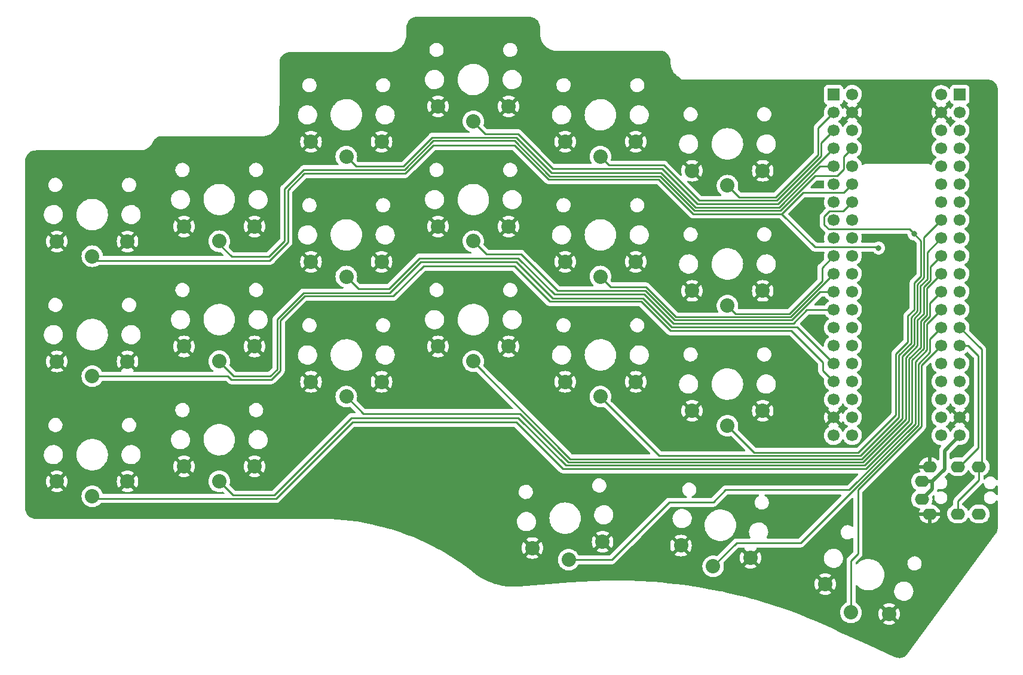
<source format=gtl>
%TF.GenerationSoftware,KiCad,Pcbnew,(6.0.5)*%
%TF.CreationDate,2022-07-18T13:28:33+02:00*%
%TF.ProjectId,cantorplus,63616e74-6f72-4706-9c75-732e6b696361,rev1.0*%
%TF.SameCoordinates,Original*%
%TF.FileFunction,Copper,L1,Top*%
%TF.FilePolarity,Positive*%
%FSLAX46Y46*%
G04 Gerber Fmt 4.6, Leading zero omitted, Abs format (unit mm)*
G04 Created by KiCad (PCBNEW (6.0.5)) date 2022-07-18 13:28:33*
%MOMM*%
%LPD*%
G01*
G04 APERTURE LIST*
%TA.AperFunction,ComponentPad*%
%ADD10C,2.032000*%
%TD*%
%TA.AperFunction,ComponentPad*%
%ADD11O,2.000000X1.600000*%
%TD*%
%TA.AperFunction,ComponentPad*%
%ADD12R,1.700000X1.700000*%
%TD*%
%TA.AperFunction,ComponentPad*%
%ADD13C,1.700000*%
%TD*%
%TA.AperFunction,ViaPad*%
%ADD14C,0.800000*%
%TD*%
%TA.AperFunction,Conductor*%
%ADD15C,0.500000*%
%TD*%
%TA.AperFunction,Conductor*%
%ADD16C,0.250000*%
%TD*%
G04 APERTURE END LIST*
D10*
%TO.P,K25,1*%
%TO.N,/k25*%
X164000000Y-99900000D03*
%TO.P,K25,2*%
%TO.N,GND*%
X169000000Y-97800000D03*
X159000000Y-97800000D03*
%TD*%
%TO.P,K24,1*%
%TO.N,/k24*%
X146000000Y-95780000D03*
%TO.P,K24,2*%
%TO.N,GND*%
X151000000Y-93680000D03*
X141000000Y-93680000D03*
%TD*%
%TO.P,K21,1*%
%TO.N,/k21*%
X92000000Y-107780000D03*
%TO.P,K21,2*%
%TO.N,GND*%
X87000000Y-105680000D03*
X97000000Y-105680000D03*
%TD*%
%TO.P,K02,1*%
%TO.N,/k02*%
X110000000Y-61780000D03*
%TO.P,K02,2*%
%TO.N,GND*%
X115000000Y-59680000D03*
X105000000Y-59680000D03*
%TD*%
%TO.P,K10,1*%
%TO.N,/k10*%
X74000000Y-92900000D03*
%TO.P,K10,2*%
%TO.N,GND*%
X69000000Y-90800000D03*
X79000000Y-90800000D03*
%TD*%
%TO.P,K04,1*%
%TO.N,/k04*%
X146000000Y-61780000D03*
%TO.P,K04,2*%
%TO.N,GND*%
X141000000Y-59680000D03*
X151000000Y-59680000D03*
%TD*%
%TO.P,K12,1*%
%TO.N,/k12*%
X110000000Y-78780000D03*
%TO.P,K12,2*%
%TO.N,GND*%
X105000000Y-76680000D03*
X115000000Y-76680000D03*
%TD*%
%TO.P,K30,1*%
%TO.N,/k30*%
X141514219Y-118877549D03*
%TO.P,K30,2*%
%TO.N,GND*%
X146312165Y-116349761D03*
X136350218Y-117221319D03*
%TD*%
%TO.P,K01,1*%
%TO.N,/k01*%
X92000000Y-73780000D03*
%TO.P,K01,2*%
%TO.N,GND*%
X87000000Y-71680000D03*
X97000000Y-71680000D03*
%TD*%
%TO.P,K14,1*%
%TO.N,/k14*%
X146000000Y-78780000D03*
%TO.P,K14,2*%
%TO.N,GND*%
X141000000Y-76680000D03*
X151000000Y-76680000D03*
%TD*%
%TO.P,K23,1*%
%TO.N,/k23*%
X128000000Y-90780000D03*
%TO.P,K23,2*%
%TO.N,GND*%
X133000000Y-88680000D03*
X123000000Y-88680000D03*
%TD*%
%TO.P,K03,1*%
%TO.N,/k03*%
X128000000Y-56780000D03*
%TO.P,K03,2*%
%TO.N,GND*%
X133000000Y-54680000D03*
X123000000Y-54680000D03*
%TD*%
%TO.P,K22,1*%
%TO.N,/k22*%
X110000000Y-95780000D03*
%TO.P,K22,2*%
%TO.N,GND*%
X105000000Y-93680000D03*
X115000000Y-93680000D03*
%TD*%
D11*
%TO.P,J1,1,SLEEVE*%
%TO.N,+3V3*%
X191550000Y-107800000D03*
X191550000Y-110300000D03*
%TO.P,J1,2,TIP*%
%TO.N,GND*%
X192650000Y-112400000D03*
X192650000Y-105700000D03*
%TO.P,J1,3,RING1*%
%TO.N,/RX*%
X199650000Y-112400000D03*
X196650000Y-105700000D03*
%TO.P,J1,4,RING2*%
%TO.N,/TX*%
X196650000Y-112400000D03*
X199650000Y-105700000D03*
%TD*%
D10*
%TO.P,K15,1*%
%TO.N,/k15*%
X164000000Y-82900000D03*
%TO.P,K15,2*%
%TO.N,GND*%
X159000000Y-80800000D03*
X169000000Y-80800000D03*
%TD*%
%TO.P,K32,1*%
%TO.N,/k32*%
X181506552Y-126347216D03*
%TO.P,K32,2*%
%TO.N,GND*%
X186925590Y-126557061D03*
X177862512Y-122330878D03*
%TD*%
%TO.P,K11,1*%
%TO.N,/k11*%
X92000000Y-90780000D03*
%TO.P,K11,2*%
%TO.N,GND*%
X97000000Y-88680000D03*
X87000000Y-88680000D03*
%TD*%
D12*
%TO.P,U1,1,PB12*%
%TO.N,unconnected-(U1-Pad1)*%
X179035000Y-53020000D03*
X196935000Y-53000000D03*
D13*
%TO.P,U1,2,PB13*%
%TO.N,/k05*%
X196935000Y-55540000D03*
X179035000Y-55560000D03*
%TO.P,U1,3,PB14*%
%TO.N,/k04*%
X179035000Y-58100000D03*
X196935000Y-58080000D03*
%TO.P,U1,4,PB15*%
%TO.N,/k03*%
X196935000Y-60620000D03*
X179035000Y-60640000D03*
%TO.P,U1,5,PA8*%
%TO.N,/k02*%
X179035000Y-63180000D03*
X196935000Y-63160000D03*
%TO.P,U1,6,PA9*%
%TO.N,unconnected-(U1-Pad6)*%
X196935000Y-65700000D03*
X179035000Y-65720000D03*
%TO.P,U1,7,PA10*%
%TO.N,unconnected-(U1-Pad7)*%
X196935000Y-68240000D03*
X179035000Y-68260000D03*
%TO.P,U1,8,PA11*%
%TO.N,unconnected-(U1-Pad8)*%
X196935000Y-70780000D03*
X179035000Y-70800000D03*
%TO.P,U1,9,PA12*%
%TO.N,unconnected-(U1-Pad9)*%
X179035000Y-73340000D03*
X196935000Y-73320000D03*
%TO.P,U1,10,PA15*%
%TO.N,/k15*%
X196935000Y-75860000D03*
X179035000Y-75880000D03*
%TO.P,U1,11,PB3*%
%TO.N,/k14*%
X179035000Y-78420000D03*
X196935000Y-78400000D03*
%TO.P,U1,12,PB4*%
%TO.N,/k13*%
X179035000Y-80960000D03*
X196935000Y-80940000D03*
%TO.P,U1,13,PB5*%
%TO.N,/k12*%
X196935000Y-83480000D03*
X179035000Y-83500000D03*
%TO.P,U1,14,PB6*%
%TO.N,/TX*%
X179035000Y-86040000D03*
X196935000Y-86020000D03*
%TO.P,U1,15,PB7*%
%TO.N,/RX*%
X179035000Y-88580000D03*
X196935000Y-88560000D03*
%TO.P,U1,16,PB8*%
%TO.N,/k11*%
X196935000Y-91100000D03*
X179035000Y-91120000D03*
%TO.P,U1,17,PB9*%
%TO.N,/k10*%
X196935000Y-93640000D03*
X179035000Y-93660000D03*
%TO.P,U1,18,5V*%
%TO.N,unconnected-(U1-Pad18)*%
X179035000Y-96200000D03*
X196935000Y-96180000D03*
%TO.P,U1,19,GND*%
%TO.N,GND*%
X196935000Y-98720000D03*
X179035000Y-98740000D03*
%TO.P,U1,20,3V3*%
%TO.N,+3V3*%
X196935000Y-101260000D03*
X179035000Y-101280000D03*
%TO.P,U1,21,VBat*%
%TO.N,unconnected-(U1-Pad21)*%
X194275000Y-101280000D03*
X181695000Y-101260000D03*
%TO.P,U1,22,PC13*%
%TO.N,unconnected-(U1-Pad22)*%
X181695000Y-98720000D03*
X194275000Y-98740000D03*
%TO.P,U1,23,PC14*%
%TO.N,unconnected-(U1-Pad23)*%
X181695000Y-96180000D03*
X194275000Y-96200000D03*
%TO.P,U1,24,PC15*%
%TO.N,unconnected-(U1-Pad24)*%
X194275000Y-93660000D03*
X181695000Y-93640000D03*
%TO.P,U1,25,RES*%
%TO.N,unconnected-(U1-Pad25)*%
X194275000Y-91120000D03*
X181695000Y-91100000D03*
%TO.P,U1,26,PA0*%
%TO.N,/k32*%
X194275000Y-88580000D03*
X181695000Y-88560000D03*
%TO.P,U1,27,PA1*%
%TO.N,/k31*%
X194275000Y-86040000D03*
X181695000Y-86020000D03*
%TO.P,U1,28,PA2*%
%TO.N,/k30*%
X194275000Y-83500000D03*
X181695000Y-83480000D03*
%TO.P,U1,29,PA3*%
%TO.N,/k20*%
X181695000Y-80940000D03*
X194275000Y-80960000D03*
%TO.P,U1,30,PA4*%
%TO.N,/k21*%
X181695000Y-78400000D03*
X194275000Y-78420000D03*
%TO.P,U1,31,PA5*%
%TO.N,/k22*%
X194275000Y-75880000D03*
X181695000Y-75860000D03*
%TO.P,U1,32,PA6*%
%TO.N,/k23*%
X181695000Y-73320000D03*
X194275000Y-73340000D03*
%TO.P,U1,33,PA7*%
%TO.N,/k24*%
X181695000Y-70780000D03*
X194275000Y-70800000D03*
%TO.P,U1,34,PB0*%
%TO.N,/k25*%
X194275000Y-68260000D03*
X181695000Y-68240000D03*
%TO.P,U1,35,PB1*%
%TO.N,/k00*%
X194275000Y-65720000D03*
X181695000Y-65700000D03*
%TO.P,U1,36,PB2*%
%TO.N,unconnected-(U1-Pad36)*%
X181695000Y-63160000D03*
X194275000Y-63180000D03*
%TO.P,U1,37,PB10*%
%TO.N,/k01*%
X194275000Y-60640000D03*
X181695000Y-60620000D03*
%TO.P,U1,38,3V3*%
%TO.N,+3V3*%
X181695000Y-58080000D03*
X194275000Y-58100000D03*
%TO.P,U1,39,GND*%
%TO.N,GND*%
X181695000Y-55540000D03*
X194275000Y-55560000D03*
%TO.P,U1,40,5V*%
%TO.N,unconnected-(U1-Pad40)*%
X181695000Y-53000000D03*
X194275000Y-53020000D03*
%TD*%
D10*
%TO.P,K05,1*%
%TO.N,/k05*%
X164000000Y-65900000D03*
%TO.P,K05,2*%
%TO.N,GND*%
X169000000Y-63800000D03*
X159000000Y-63800000D03*
%TD*%
%TO.P,K20,1*%
%TO.N,/k20*%
X74000000Y-109900000D03*
%TO.P,K20,2*%
%TO.N,GND*%
X79000000Y-107800000D03*
X69000000Y-107800000D03*
%TD*%
%TO.P,K13,1*%
%TO.N,/k13*%
X128000000Y-73780000D03*
%TO.P,K13,2*%
%TO.N,GND*%
X123000000Y-71680000D03*
X133000000Y-71680000D03*
%TD*%
%TO.P,K00,1*%
%TO.N,/k00*%
X74000000Y-75900000D03*
%TO.P,K00,2*%
%TO.N,GND*%
X69000000Y-73800000D03*
X79000000Y-73800000D03*
%TD*%
%TO.P,K31,1*%
%TO.N,/k31*%
X161975476Y-119810366D03*
%TO.P,K31,2*%
%TO.N,GND*%
X167264176Y-118610510D03*
X157416098Y-116874029D03*
%TD*%
D14*
%TO.N,GND*%
X176750000Y-65850000D03*
X176300000Y-86700000D03*
X199980000Y-56760000D03*
X176000000Y-69800000D03*
X177100000Y-82500000D03*
X184930000Y-97600000D03*
X199930000Y-84850000D03*
%TO.N,/k00*%
X185420000Y-74740000D03*
%TO.N,/k25*%
X190450000Y-72750000D03*
%TD*%
D15*
%TO.N,+3V3*%
X193000000Y-107800000D02*
X191550000Y-107800000D01*
X193000000Y-108850000D02*
X191550000Y-110300000D01*
X194750000Y-103445000D02*
X194750000Y-106050000D01*
X193300000Y-107500000D02*
X193000000Y-107800000D01*
X196935000Y-101260000D02*
X194750000Y-103445000D01*
X194750000Y-106050000D02*
X193300000Y-107500000D01*
X193000000Y-107800000D02*
X193000000Y-108850000D01*
D16*
%TO.N,/TX*%
X200000000Y-105350000D02*
X199650000Y-105700000D01*
X196650000Y-110600000D02*
X196650000Y-112400000D01*
X199650000Y-107600000D02*
X199650000Y-105700000D01*
X199650000Y-107600000D02*
X196650000Y-110600000D01*
X196935000Y-86020000D02*
X200000000Y-89085000D01*
X200000000Y-89085000D02*
X200000000Y-105350000D01*
%TO.N,/RX*%
X198110000Y-88560000D02*
X199550480Y-90000480D01*
X199550480Y-90000480D02*
X199550480Y-102999520D01*
X199550480Y-102999520D02*
X196850000Y-105700000D01*
X196935000Y-88560000D02*
X198110000Y-88560000D01*
X196850000Y-105700000D02*
X196650000Y-105700000D01*
%TO.N,/k00*%
X154270026Y-65041462D02*
X138655744Y-65041462D01*
X118328298Y-64193137D02*
X104063336Y-64193137D01*
X176384072Y-74600000D02*
X171683112Y-69899040D01*
X171683112Y-69899040D02*
X159127604Y-69899040D01*
X101699520Y-66556953D02*
X101699520Y-73936198D01*
X159127604Y-69899040D02*
X154270026Y-65041462D01*
X101699520Y-73936198D02*
X99141311Y-76494407D01*
X181695000Y-65700000D02*
X180500489Y-66894511D01*
X174687642Y-66894511D02*
X171683112Y-69899040D01*
X74594407Y-76494407D02*
X74000000Y-75900000D01*
X185280000Y-74600000D02*
X176384072Y-74600000D01*
X122316356Y-60205079D02*
X118328298Y-64193137D01*
X185420000Y-74740000D02*
X185280000Y-74600000D01*
X99141311Y-76494407D02*
X74594407Y-76494407D01*
X104063336Y-64193137D02*
X101699520Y-66556953D01*
X180500489Y-66894511D02*
X174687642Y-66894511D01*
X133819361Y-60205079D02*
X122316356Y-60205079D01*
X138655744Y-65041462D02*
X133819361Y-60205079D01*
%TO.N,/k01*%
X103968855Y-63651900D02*
X101250000Y-66370755D01*
X176400947Y-64545489D02*
X171496915Y-69449520D01*
X179521499Y-64545489D02*
X176400947Y-64545489D01*
X92000000Y-74220000D02*
X92000000Y-73780000D01*
X118233818Y-63651900D02*
X103968855Y-63651900D01*
X99018343Y-75981657D02*
X93761657Y-75981657D01*
X101250000Y-73750000D02*
X99018343Y-75981657D01*
X133799898Y-59549898D02*
X122335820Y-59549898D01*
X180500000Y-63566988D02*
X179521499Y-64545489D01*
X171496915Y-69449520D02*
X159313803Y-69449520D01*
X101250000Y-66370755D02*
X101250000Y-73750000D01*
X93761657Y-75981657D02*
X92000000Y-74220000D01*
X154456225Y-64591942D02*
X138841942Y-64591942D01*
X180500000Y-61815000D02*
X180500000Y-63566988D01*
X122335820Y-59549898D02*
X118233818Y-63651900D01*
X159313803Y-69449520D02*
X154456225Y-64591942D01*
X138841942Y-64591942D02*
X133799898Y-59549898D01*
X181695000Y-60620000D02*
X180500000Y-61815000D01*
%TO.N,/k02*%
X122184366Y-59065634D02*
X118053878Y-63196122D01*
X111416122Y-63196122D02*
X110000000Y-61780000D01*
X134065634Y-59065634D02*
X122184366Y-59065634D01*
X139050706Y-64050706D02*
X134065634Y-59065634D01*
X171310718Y-69000000D02*
X159500000Y-69000000D01*
X118053878Y-63196122D02*
X111416122Y-63196122D01*
X159500000Y-69000000D02*
X154550706Y-64050706D01*
X154550706Y-64050706D02*
X139050706Y-64050706D01*
X179035000Y-63180000D02*
X177130718Y-63180000D01*
X177130718Y-63180000D02*
X171310718Y-69000000D01*
%TO.N,/k03*%
X171175000Y-68500000D02*
X159750000Y-68500000D01*
X134302884Y-58552884D02*
X129672884Y-58552884D01*
X159750000Y-68500000D02*
X154730983Y-63480983D01*
X128000000Y-56880000D02*
X128000000Y-56780000D01*
X129672884Y-58552884D02*
X128000000Y-56880000D01*
X139230983Y-63480983D02*
X134302884Y-58552884D01*
X179035000Y-60640000D02*
X171175000Y-68500000D01*
X154730983Y-63480983D02*
X139230983Y-63480983D01*
%TO.N,/k04*%
X155025205Y-63025205D02*
X147245205Y-63025205D01*
X179035000Y-58100000D02*
X177300000Y-59835000D01*
X177300000Y-61739282D02*
X171039282Y-68000000D01*
X177300000Y-59835000D02*
X177300000Y-61739282D01*
X171039282Y-68000000D02*
X160000000Y-68000000D01*
X160000000Y-68000000D02*
X155025205Y-63025205D01*
X147245205Y-63025205D02*
X146000000Y-61780000D01*
%TO.N,/k05*%
X176850480Y-57744520D02*
X176850480Y-61553084D01*
X179035000Y-55560000D02*
X176850480Y-57744520D01*
X176850480Y-61553084D02*
X170853084Y-67550480D01*
X170853084Y-67550480D02*
X165650480Y-67550480D01*
X165650480Y-67550480D02*
X164000000Y-65900000D01*
%TO.N,/k10*%
X155937242Y-86464550D02*
X151778268Y-82305576D01*
X120927796Y-77320504D02*
X116683363Y-81564937D01*
X116683363Y-81564937D02*
X104092497Y-81564937D01*
X177500000Y-92125000D02*
X177500000Y-90900000D01*
X104092497Y-81564937D02*
X100645676Y-85011758D01*
X100645676Y-92104324D02*
X99363322Y-93386678D01*
X151778268Y-82305576D02*
X138788595Y-82305576D01*
X93227123Y-92900000D02*
X74000000Y-92900000D01*
X100645676Y-85011758D02*
X100645676Y-92104324D01*
X138788595Y-82305576D02*
X133803523Y-77320504D01*
X99363322Y-93386678D02*
X93713801Y-93386678D01*
X179035000Y-93660000D02*
X177500000Y-92125000D01*
X177500000Y-90900000D02*
X173064550Y-86464550D01*
X133803523Y-77320504D02*
X120927796Y-77320504D01*
X173064550Y-86464550D02*
X155937242Y-86464550D01*
X93713801Y-93386678D02*
X93227123Y-92900000D01*
%TO.N,/k11*%
X116164355Y-81115417D02*
X103906299Y-81115417D01*
X100196156Y-91918126D02*
X99240354Y-92873928D01*
X139222145Y-81856056D02*
X134088385Y-76722296D01*
X179035000Y-91120000D02*
X173838314Y-85923314D01*
X134088385Y-76722296D02*
X120557476Y-76722296D01*
X99240354Y-92873928D02*
X94065382Y-92873928D01*
X92000000Y-90808546D02*
X92000000Y-90780000D01*
X152069387Y-81856056D02*
X139222145Y-81856056D01*
X120557476Y-76722296D02*
X116164355Y-81115417D01*
X103906299Y-81115417D02*
X100196156Y-84825561D01*
X173838314Y-85923314D02*
X156136645Y-85923314D01*
X100196156Y-84825561D02*
X100196156Y-91918126D01*
X156136645Y-85923314D02*
X152069387Y-81856056D01*
X94065382Y-92873928D02*
X92000000Y-90808546D01*
%TO.N,/k12*%
X134373247Y-76152573D02*
X120347427Y-76152573D01*
X173327394Y-85399040D02*
X156334964Y-85399040D01*
X179035000Y-83500000D02*
X175226436Y-83500000D01*
X111702464Y-80482464D02*
X110000000Y-78780000D01*
X152244486Y-81308562D02*
X139529236Y-81308562D01*
X139529236Y-81308562D02*
X134373247Y-76152573D01*
X156334964Y-85399040D02*
X152244486Y-81308562D01*
X120347427Y-76152573D02*
X116017536Y-80482464D01*
X175226436Y-83500000D02*
X173327394Y-85399040D01*
X116017536Y-80482464D02*
X111702464Y-80482464D01*
%TO.N,/k13*%
X156521162Y-84949520D02*
X152338967Y-80767325D01*
X134772052Y-75639823D02*
X129859823Y-75639823D01*
X173141197Y-84949520D02*
X156521162Y-84949520D01*
X179035000Y-80960000D02*
X177130718Y-80960000D01*
X152338967Y-80767325D02*
X139899554Y-80767325D01*
X129859823Y-75639823D02*
X128000000Y-73780000D01*
X139899554Y-80767325D02*
X134772052Y-75639823D01*
X177130718Y-80960000D02*
X173141197Y-84949520D01*
%TO.N,/k14*%
X179035000Y-78420000D02*
X172955000Y-84500000D01*
X172955000Y-84500000D02*
X156707360Y-84500000D01*
X147474575Y-80254575D02*
X146000000Y-78780000D01*
X152461935Y-80254575D02*
X147474575Y-80254575D01*
X156707360Y-84500000D02*
X152461935Y-80254575D01*
%TO.N,/k15*%
X165150480Y-84050480D02*
X164000000Y-82900000D01*
X177400000Y-79419282D02*
X172768802Y-84050480D01*
X177400000Y-77515000D02*
X177400000Y-79419282D01*
X172768802Y-84050480D02*
X165150480Y-84050480D01*
X179035000Y-75880000D02*
X177400000Y-77515000D01*
%TO.N,/k20*%
X191810601Y-88963802D02*
X190151440Y-90622963D01*
X190151440Y-90622963D02*
X190151440Y-99441406D01*
X183592846Y-106000000D02*
X140691136Y-106000000D01*
X192700000Y-82535000D02*
X192700000Y-84400000D01*
X140691136Y-106000000D02*
X134088386Y-99397250D01*
X194275000Y-80960000D02*
X192700000Y-82535000D01*
X192700000Y-84400000D02*
X191810601Y-85289399D01*
X191810601Y-85289399D02*
X191810601Y-88963802D01*
X74321977Y-110221977D02*
X74000000Y-109900000D01*
X190151440Y-99441406D02*
X183592846Y-106000000D01*
X110852750Y-99397250D02*
X100028023Y-110221977D01*
X134088386Y-99397250D02*
X110852750Y-99397250D01*
X100028023Y-110221977D02*
X74321977Y-110221977D01*
%TO.N,/k21*%
X134344760Y-98770555D02*
X110729445Y-98770555D01*
X141074205Y-105500000D02*
X134344760Y-98770555D01*
X99762287Y-109737713D02*
X93957713Y-109737713D01*
X189701920Y-99255208D02*
X183457128Y-105500000D01*
X189701920Y-90436765D02*
X189701920Y-99255208D01*
X93957713Y-109737713D02*
X92000000Y-107780000D01*
X110729445Y-98770555D02*
X99762287Y-109737713D01*
X192250480Y-80444520D02*
X192250480Y-84213802D01*
X191361081Y-88777604D02*
X189701920Y-90436765D01*
X194275000Y-78420000D02*
X192250480Y-80444520D01*
X192250480Y-84213802D02*
X191361081Y-85103202D01*
X183457128Y-105500000D02*
X141074205Y-105500000D01*
X191361081Y-85103202D02*
X191361081Y-88777604D01*
%TO.N,/k22*%
X194275000Y-75880000D02*
X192754641Y-77400359D01*
X189250000Y-90252967D02*
X189250000Y-99000000D01*
X192754641Y-77400359D02*
X192754641Y-79304641D01*
X183199520Y-105050480D02*
X141422296Y-105050480D01*
X112438932Y-98200833D02*
X110018099Y-95780000D01*
X190911561Y-88591406D02*
X189250000Y-90252967D01*
X141422296Y-105050480D02*
X134572649Y-98200833D01*
X110018099Y-95780000D02*
X110000000Y-95780000D01*
X191800960Y-84027605D02*
X190911562Y-84917003D01*
X191800960Y-80258323D02*
X191800960Y-84027605D01*
X134572649Y-98200833D02*
X112438932Y-98200833D01*
X189250000Y-99000000D02*
X183199520Y-105050480D01*
X190911562Y-84917003D02*
X190911561Y-88591406D01*
X192754641Y-79304641D02*
X191800960Y-80258323D01*
%TO.N,/k23*%
X183013322Y-104600960D02*
X141741902Y-104600960D01*
X188750000Y-90117249D02*
X188750000Y-98864282D01*
X191351440Y-80072126D02*
X191351440Y-83841407D01*
X188750000Y-98864282D02*
X183013322Y-104600960D01*
X190462042Y-88405207D02*
X188750000Y-90117249D01*
X192305121Y-79118444D02*
X191351440Y-80072126D01*
X192305121Y-75309879D02*
X192305121Y-79118444D01*
X190462042Y-84730806D02*
X190462042Y-88405207D01*
X194275000Y-73340000D02*
X192305121Y-75309879D01*
X141741902Y-104600960D02*
X128000000Y-90859058D01*
X191351440Y-83841407D02*
X190462042Y-84730806D01*
X128000000Y-90859058D02*
X128000000Y-90780000D01*
%TO.N,/k24*%
X190012522Y-88219009D02*
X188300480Y-89931052D01*
X190901920Y-83655210D02*
X190012523Y-84544607D01*
X191855601Y-73219399D02*
X191855601Y-78932247D01*
X194275000Y-70800000D02*
X191855601Y-73219399D01*
X191855601Y-78932247D02*
X190901921Y-79885927D01*
X146000000Y-95812414D02*
X146000000Y-95780000D01*
X188300480Y-98678084D02*
X182827124Y-104151440D01*
X190901921Y-79885927D02*
X190901920Y-83655210D01*
X188300480Y-89931052D02*
X188300480Y-98678084D01*
X190012523Y-84544607D02*
X190012522Y-88219009D01*
X154339026Y-104151440D02*
X146000000Y-95812414D01*
X182827124Y-104151440D02*
X154339026Y-104151440D01*
%TO.N,/k25*%
X191406081Y-78746049D02*
X190452401Y-79699730D01*
X189563002Y-88032811D02*
X187850960Y-89744855D01*
X178473012Y-69510000D02*
X180425000Y-69510000D01*
X187850960Y-98399040D02*
X182548080Y-103701920D01*
X177720000Y-70263012D02*
X178473012Y-69510000D01*
X190452401Y-79699730D02*
X190452401Y-83469011D01*
X187850960Y-89744855D02*
X187850960Y-98399040D01*
X191406081Y-73706081D02*
X191406081Y-78746049D01*
X189760000Y-72060000D02*
X178330000Y-72060000D01*
X180425000Y-69510000D02*
X181695000Y-68240000D01*
X167801920Y-103701920D02*
X164000000Y-99900000D01*
X190450000Y-72750000D02*
X191406081Y-73706081D01*
X182548080Y-103701920D02*
X167801920Y-103701920D01*
X177720000Y-71450000D02*
X177720000Y-70263012D01*
X190450000Y-72750000D02*
X189760000Y-72060000D01*
X190452401Y-83469011D02*
X189563003Y-84358410D01*
X178330000Y-72060000D02*
X177720000Y-71450000D01*
X189563003Y-84358410D02*
X189563002Y-88032811D01*
%TO.N,/k30*%
X155750000Y-110750000D02*
X147622451Y-118877549D01*
X162000000Y-110750000D02*
X155750000Y-110750000D01*
X192260121Y-89150000D02*
X190600960Y-90809161D01*
X147622451Y-118877549D02*
X141514219Y-118877549D01*
X190600960Y-99627604D02*
X181228564Y-109000000D01*
X163750000Y-109000000D02*
X162000000Y-110750000D01*
X194275000Y-83500000D02*
X192260121Y-85514879D01*
X190600960Y-90809161D02*
X190600960Y-99627604D01*
X192260121Y-85514879D02*
X192260121Y-89150000D01*
X181228564Y-109000000D02*
X163750000Y-109000000D01*
%TO.N,/k31*%
X191050480Y-91168803D02*
X191050480Y-99813802D01*
X174364282Y-116500000D02*
X165285842Y-116500000D01*
X192709641Y-89509641D02*
X191050480Y-91168803D01*
X194275000Y-86040000D02*
X192709641Y-87605359D01*
X192709641Y-87605359D02*
X192709641Y-89509641D01*
X165285842Y-116500000D02*
X161975476Y-119810366D01*
X191050480Y-99813802D02*
X174364282Y-116500000D01*
%TO.N,/k32*%
X182500000Y-109000000D02*
X182500000Y-118000000D01*
X194275000Y-88580000D02*
X191500000Y-91355000D01*
X191500000Y-100000000D02*
X182500000Y-109000000D01*
X182500000Y-118000000D02*
X181506552Y-118993448D01*
X181506552Y-118993448D02*
X181506552Y-126347216D01*
X191500000Y-91355000D02*
X191500000Y-100000000D01*
%TD*%
%TA.AperFunction,Conductor*%
%TO.N,GND*%
G36*
X119938873Y-42009204D02*
G01*
X119955566Y-42011803D01*
X119955573Y-42011804D01*
X119960386Y-42012553D01*
X135900747Y-42012553D01*
X135920133Y-42014053D01*
X135953762Y-42019290D01*
X135953765Y-42019290D01*
X135962634Y-42020671D01*
X135977891Y-42018676D01*
X136003211Y-42017933D01*
X136172192Y-42030021D01*
X136189978Y-42032578D01*
X136380307Y-42073983D01*
X136397550Y-42079045D01*
X136469135Y-42105745D01*
X136580062Y-42147119D01*
X136596414Y-42154587D01*
X136767370Y-42247936D01*
X136782494Y-42257656D01*
X136938426Y-42374386D01*
X136952012Y-42386159D01*
X137089738Y-42523885D01*
X137101506Y-42537465D01*
X137218250Y-42693415D01*
X137227962Y-42708528D01*
X137321313Y-42879485D01*
X137328780Y-42895837D01*
X137396853Y-43078342D01*
X137401914Y-43095578D01*
X137422550Y-43190436D01*
X137443321Y-43285914D01*
X137445880Y-43303706D01*
X137455367Y-43436338D01*
X137457457Y-43465563D01*
X137456704Y-43483687D01*
X137456605Y-43491833D01*
X137455223Y-43500709D01*
X137459882Y-43536337D01*
X137462277Y-43554651D01*
X137463341Y-43570989D01*
X137463341Y-44413968D01*
X137462203Y-44427592D01*
X137462435Y-44427613D01*
X137462000Y-44432466D01*
X137461193Y-44437262D01*
X137461040Y-44449814D01*
X137461729Y-44454623D01*
X137461729Y-44454627D01*
X137461977Y-44456355D01*
X137463027Y-44466713D01*
X137463117Y-44468220D01*
X137463341Y-44475732D01*
X137463341Y-44509364D01*
X137463977Y-44513802D01*
X137466465Y-44531180D01*
X137467511Y-44541497D01*
X137478810Y-44729908D01*
X137528956Y-45005987D01*
X137611732Y-45274096D01*
X137613268Y-45277542D01*
X137613270Y-45277548D01*
X137713815Y-45503157D01*
X137725953Y-45530393D01*
X137727888Y-45533629D01*
X137727890Y-45533632D01*
X137868044Y-45767966D01*
X137868050Y-45767975D01*
X137869982Y-45771205D01*
X137872297Y-45774195D01*
X138028447Y-45975890D01*
X138041755Y-45993080D01*
X138093451Y-46045486D01*
X138191937Y-46145324D01*
X138238809Y-46192840D01*
X138241762Y-46195192D01*
X138241764Y-46195193D01*
X138401744Y-46322572D01*
X138458322Y-46367621D01*
X138697147Y-46514920D01*
X138700567Y-46516500D01*
X138700570Y-46516502D01*
X138948430Y-46631039D01*
X138948436Y-46631041D01*
X138951863Y-46632625D01*
X138955456Y-46633788D01*
X138955458Y-46633789D01*
X139215235Y-46717889D01*
X139215239Y-46717890D01*
X139218819Y-46719049D01*
X139494189Y-46772955D01*
X139604039Y-46781047D01*
X139770274Y-46793293D01*
X139770282Y-46793293D01*
X139774027Y-46793569D01*
X139777788Y-46793395D01*
X139777791Y-46793395D01*
X139869404Y-46789155D01*
X140020685Y-46782153D01*
X140034121Y-46782249D01*
X140041927Y-46782722D01*
X140054425Y-46781544D01*
X140057042Y-46780880D01*
X140076559Y-46779206D01*
X154308157Y-46779206D01*
X154327542Y-46780706D01*
X154422153Y-46795438D01*
X154422157Y-46795438D01*
X154431026Y-46796819D01*
X154446283Y-46794824D01*
X154471602Y-46794081D01*
X154640582Y-46806168D01*
X154658365Y-46808725D01*
X154848690Y-46850128D01*
X154865938Y-46855192D01*
X155048447Y-46923264D01*
X155064791Y-46930728D01*
X155235749Y-47024080D01*
X155250871Y-47033799D01*
X155406799Y-47150526D01*
X155420386Y-47162300D01*
X155558115Y-47300032D01*
X155569888Y-47313618D01*
X155686615Y-47469549D01*
X155696334Y-47484673D01*
X155789678Y-47655625D01*
X155797146Y-47671978D01*
X155865212Y-47854475D01*
X155870277Y-47871722D01*
X155893877Y-47980217D01*
X155911679Y-48062056D01*
X155914237Y-48079851D01*
X155925822Y-48241857D01*
X155925102Y-48259158D01*
X155924994Y-48267971D01*
X155923612Y-48276845D01*
X155942496Y-48421273D01*
X155943945Y-48424565D01*
X155947162Y-48443732D01*
X155960925Y-48671320D01*
X155963268Y-48710074D01*
X155963953Y-48713813D01*
X155963954Y-48713820D01*
X155983149Y-48818569D01*
X156017966Y-49008576D01*
X156035931Y-49066231D01*
X156107109Y-49294664D01*
X156107112Y-49294672D01*
X156108245Y-49298308D01*
X156109807Y-49301779D01*
X156109809Y-49301784D01*
X156118533Y-49321168D01*
X156232790Y-49575045D01*
X156389784Y-49834752D01*
X156392132Y-49837749D01*
X156392134Y-49837752D01*
X156532903Y-50017433D01*
X156576939Y-50073642D01*
X156791523Y-50288231D01*
X156891696Y-50366712D01*
X157025583Y-50471607D01*
X157030410Y-50475389D01*
X157273053Y-50622074D01*
X157314428Y-50662665D01*
X157358778Y-50732956D01*
X157467953Y-50829376D01*
X157476076Y-50833190D01*
X157476078Y-50833191D01*
X157508443Y-50848386D01*
X157599802Y-50891279D01*
X157608667Y-50892659D01*
X157608669Y-50892660D01*
X157677748Y-50903416D01*
X157710388Y-50908498D01*
X158259916Y-50908498D01*
X158267523Y-50908728D01*
X158284766Y-50909771D01*
X158427156Y-50918385D01*
X158440439Y-50919899D01*
X158440645Y-50919934D01*
X158440651Y-50919935D01*
X158445445Y-50920741D01*
X158451790Y-50920818D01*
X158453137Y-50920835D01*
X158453140Y-50920835D01*
X158457997Y-50920894D01*
X158535667Y-50909771D01*
X158553529Y-50908498D01*
X178869091Y-50908499D01*
X200950633Y-50908500D01*
X200970018Y-50910000D01*
X200984851Y-50912310D01*
X200984855Y-50912310D01*
X200993724Y-50913691D01*
X201007789Y-50911852D01*
X201034003Y-50911176D01*
X201192152Y-50923623D01*
X201211677Y-50926716D01*
X201389459Y-50969398D01*
X201408254Y-50975505D01*
X201441400Y-50989234D01*
X201577166Y-51045470D01*
X201594783Y-51054446D01*
X201750670Y-51149974D01*
X201766665Y-51161596D01*
X201905687Y-51280332D01*
X201919668Y-51294313D01*
X202038404Y-51433335D01*
X202050026Y-51449330D01*
X202145554Y-51605217D01*
X202154530Y-51622834D01*
X202186564Y-51700172D01*
X202223729Y-51789894D01*
X202224494Y-51791742D01*
X202230602Y-51810541D01*
X202272336Y-51984373D01*
X202273284Y-51988322D01*
X202276377Y-52007850D01*
X202288272Y-52158987D01*
X202287630Y-52175875D01*
X202287800Y-52175877D01*
X202287690Y-52184853D01*
X202286309Y-52193724D01*
X202287473Y-52202626D01*
X202287473Y-52202628D01*
X202290436Y-52225283D01*
X202291500Y-52241621D01*
X202291500Y-107512831D01*
X202271498Y-107580952D01*
X202217842Y-107627445D01*
X202147568Y-107637549D01*
X202082988Y-107608055D01*
X202050393Y-107564080D01*
X202043803Y-107549278D01*
X202043802Y-107549276D01*
X202041118Y-107543248D01*
X202024477Y-107520343D01*
X201961485Y-107433643D01*
X201928866Y-107388747D01*
X201895351Y-107358570D01*
X201791852Y-107265379D01*
X201791851Y-107265378D01*
X201786944Y-107260960D01*
X201621556Y-107165473D01*
X201439928Y-107106458D01*
X201433367Y-107105768D01*
X201433365Y-107105768D01*
X201380111Y-107100171D01*
X201297610Y-107091500D01*
X201202390Y-107091500D01*
X201119889Y-107100171D01*
X201066635Y-107105768D01*
X201066633Y-107105768D01*
X201060072Y-107106458D01*
X200878444Y-107165473D01*
X200713056Y-107260960D01*
X200708149Y-107265378D01*
X200708148Y-107265379D01*
X200604649Y-107358570D01*
X200571134Y-107388747D01*
X200567253Y-107394089D01*
X200567251Y-107394091D01*
X200511436Y-107470914D01*
X200455214Y-107514268D01*
X200384477Y-107520343D01*
X200321686Y-107487211D01*
X200286774Y-107425391D01*
X200283500Y-107396853D01*
X200283500Y-107021896D01*
X200303502Y-106953775D01*
X200356251Y-106907701D01*
X200501758Y-106839851D01*
X200501764Y-106839847D01*
X200506749Y-106837523D01*
X200611611Y-106764098D01*
X200689789Y-106709357D01*
X200689792Y-106709355D01*
X200694300Y-106706198D01*
X200856198Y-106544300D01*
X200865426Y-106531122D01*
X200943200Y-106420048D01*
X200987523Y-106356749D01*
X200989846Y-106351767D01*
X200989849Y-106351762D01*
X201081961Y-106154225D01*
X201081961Y-106154224D01*
X201084284Y-106149243D01*
X201101090Y-106086525D01*
X201142119Y-105933402D01*
X201142119Y-105933400D01*
X201143543Y-105928087D01*
X201163498Y-105700000D01*
X201143543Y-105471913D01*
X201133932Y-105436044D01*
X201085707Y-105256067D01*
X201085706Y-105256065D01*
X201084284Y-105250757D01*
X201077333Y-105235851D01*
X200989849Y-105048238D01*
X200989846Y-105048233D01*
X200987523Y-105043251D01*
X200856198Y-104855700D01*
X200694300Y-104693802D01*
X200687231Y-104688852D01*
X200686369Y-104687773D01*
X200685576Y-104687108D01*
X200685710Y-104686949D01*
X200642902Y-104633396D01*
X200633500Y-104585638D01*
X200633500Y-89163768D01*
X200634027Y-89152585D01*
X200635702Y-89145092D01*
X200634417Y-89104190D01*
X200633562Y-89077002D01*
X200633500Y-89073044D01*
X200633500Y-89045144D01*
X200632996Y-89041153D01*
X200632063Y-89029311D01*
X200630923Y-88993036D01*
X200630674Y-88985111D01*
X200628021Y-88975978D01*
X200625021Y-88965652D01*
X200621012Y-88946293D01*
X200620846Y-88944983D01*
X200618474Y-88926203D01*
X200615558Y-88918837D01*
X200615556Y-88918831D01*
X200602200Y-88885098D01*
X200598355Y-88873868D01*
X200588230Y-88839017D01*
X200588230Y-88839016D01*
X200586019Y-88831407D01*
X200575705Y-88813966D01*
X200567008Y-88796213D01*
X200562472Y-88784758D01*
X200559552Y-88777383D01*
X200533563Y-88741612D01*
X200527047Y-88731692D01*
X200508578Y-88700463D01*
X200504542Y-88693638D01*
X200490221Y-88679317D01*
X200477380Y-88664283D01*
X200470131Y-88654306D01*
X200465472Y-88647893D01*
X200431395Y-88619702D01*
X200422616Y-88611712D01*
X198286218Y-86475313D01*
X198252192Y-86413001D01*
X198254755Y-86349589D01*
X198261294Y-86328069D01*
X198267370Y-86308069D01*
X198296529Y-86086590D01*
X198296611Y-86083240D01*
X198298074Y-86023365D01*
X198298074Y-86023361D01*
X198298156Y-86020000D01*
X198279852Y-85797361D01*
X198225431Y-85580702D01*
X198136354Y-85375840D01*
X198060269Y-85258231D01*
X198017822Y-85192617D01*
X198017820Y-85192614D01*
X198015014Y-85188277D01*
X197864670Y-85023051D01*
X197860619Y-85019852D01*
X197860615Y-85019848D01*
X197693414Y-84887800D01*
X197693410Y-84887798D01*
X197689359Y-84884598D01*
X197648053Y-84861796D01*
X197598084Y-84811364D01*
X197583312Y-84741921D01*
X197608428Y-84675516D01*
X197635780Y-84648909D01*
X197690156Y-84610123D01*
X197814860Y-84521173D01*
X197973096Y-84363489D01*
X197997234Y-84329898D01*
X198100435Y-84186277D01*
X198103453Y-84182077D01*
X198128683Y-84131029D01*
X198200136Y-83986453D01*
X198200137Y-83986451D01*
X198202430Y-83981811D01*
X198253487Y-83813764D01*
X198265865Y-83773023D01*
X198265865Y-83773021D01*
X198267370Y-83768069D01*
X198296529Y-83546590D01*
X198298156Y-83480000D01*
X198279852Y-83257361D01*
X198225431Y-83040702D01*
X198136354Y-82835840D01*
X198056623Y-82712594D01*
X198017822Y-82652617D01*
X198017820Y-82652614D01*
X198015014Y-82648277D01*
X197864670Y-82483051D01*
X197860619Y-82479852D01*
X197860615Y-82479848D01*
X197693414Y-82347800D01*
X197693410Y-82347798D01*
X197689359Y-82344598D01*
X197648053Y-82321796D01*
X197598084Y-82271364D01*
X197583312Y-82201921D01*
X197608428Y-82135516D01*
X197635780Y-82108909D01*
X197698925Y-82063868D01*
X197814860Y-81981173D01*
X197820423Y-81975630D01*
X197955737Y-81840787D01*
X197973096Y-81823489D01*
X197991742Y-81797541D01*
X198100435Y-81646277D01*
X198103453Y-81642077D01*
X198120599Y-81607386D01*
X198200136Y-81446453D01*
X198200137Y-81446451D01*
X198202430Y-81441811D01*
X198267370Y-81228069D01*
X198296529Y-81006590D01*
X198298156Y-80940000D01*
X198279852Y-80717361D01*
X198225431Y-80500702D01*
X198136354Y-80295840D01*
X198035721Y-80140285D01*
X198017822Y-80112617D01*
X198017820Y-80112614D01*
X198015014Y-80108277D01*
X197864670Y-79943051D01*
X197860619Y-79939852D01*
X197860615Y-79939848D01*
X197693414Y-79807800D01*
X197693410Y-79807798D01*
X197689359Y-79804598D01*
X197648053Y-79781796D01*
X197598084Y-79731364D01*
X197583312Y-79661921D01*
X197608428Y-79595516D01*
X197635780Y-79568909D01*
X197702126Y-79521585D01*
X197814860Y-79441173D01*
X197830169Y-79425918D01*
X197937832Y-79318630D01*
X197973096Y-79283489D01*
X197994977Y-79253039D01*
X198100435Y-79106277D01*
X198103453Y-79102077D01*
X198111140Y-79086525D01*
X198200136Y-78906453D01*
X198200137Y-78906451D01*
X198202430Y-78901811D01*
X198267370Y-78688069D01*
X198296529Y-78466590D01*
X198297388Y-78431453D01*
X198298074Y-78403365D01*
X198298074Y-78403361D01*
X198298156Y-78400000D01*
X198279852Y-78177361D01*
X198225431Y-77960702D01*
X198136354Y-77755840D01*
X198036611Y-77601661D01*
X198017822Y-77572617D01*
X198017820Y-77572614D01*
X198015014Y-77568277D01*
X197864670Y-77403051D01*
X197860619Y-77399852D01*
X197860615Y-77399848D01*
X197693414Y-77267800D01*
X197693410Y-77267798D01*
X197689359Y-77264598D01*
X197648053Y-77241796D01*
X197598084Y-77191364D01*
X197583312Y-77121921D01*
X197608428Y-77055516D01*
X197635780Y-77028909D01*
X197702500Y-76981318D01*
X197814860Y-76901173D01*
X197973096Y-76743489D01*
X197995490Y-76712325D01*
X198100435Y-76566277D01*
X198103453Y-76562077D01*
X198138179Y-76491815D01*
X198200136Y-76366453D01*
X198200137Y-76366451D01*
X198202430Y-76361811D01*
X198267370Y-76148069D01*
X198296529Y-75926590D01*
X198297299Y-75895070D01*
X198298074Y-75863365D01*
X198298074Y-75863361D01*
X198298156Y-75860000D01*
X198279852Y-75637361D01*
X198225431Y-75420702D01*
X198136354Y-75215840D01*
X198074615Y-75120406D01*
X198017822Y-75032617D01*
X198017820Y-75032614D01*
X198015014Y-75028277D01*
X197864670Y-74863051D01*
X197860619Y-74859852D01*
X197860615Y-74859848D01*
X197693414Y-74727800D01*
X197693410Y-74727798D01*
X197689359Y-74724598D01*
X197648053Y-74701796D01*
X197598084Y-74651364D01*
X197583312Y-74581921D01*
X197608428Y-74515516D01*
X197635780Y-74488909D01*
X197693798Y-74447525D01*
X197814860Y-74361173D01*
X197823284Y-74352779D01*
X197922442Y-74253966D01*
X197973096Y-74203489D01*
X197978917Y-74195389D01*
X198100435Y-74026277D01*
X198103453Y-74022077D01*
X198110263Y-74008299D01*
X198200136Y-73826453D01*
X198200137Y-73826451D01*
X198202430Y-73821811D01*
X198252465Y-73657128D01*
X198265865Y-73613023D01*
X198265867Y-73613015D01*
X198267370Y-73608069D01*
X198296529Y-73386590D01*
X198296611Y-73383240D01*
X198298074Y-73323365D01*
X198298074Y-73323361D01*
X198298156Y-73320000D01*
X198279852Y-73097361D01*
X198225431Y-72880702D01*
X198136354Y-72675840D01*
X198066637Y-72568074D01*
X198017822Y-72492617D01*
X198017820Y-72492614D01*
X198015014Y-72488277D01*
X197864670Y-72323051D01*
X197860619Y-72319852D01*
X197860615Y-72319848D01*
X197693414Y-72187800D01*
X197693410Y-72187798D01*
X197689359Y-72184598D01*
X197648053Y-72161796D01*
X197598084Y-72111364D01*
X197583312Y-72041921D01*
X197608428Y-71975516D01*
X197635780Y-71948909D01*
X197701673Y-71901908D01*
X197814860Y-71821173D01*
X197824436Y-71811631D01*
X197927257Y-71709168D01*
X197973096Y-71663489D01*
X198001383Y-71624124D01*
X198100435Y-71486277D01*
X198103453Y-71482077D01*
X198110016Y-71468799D01*
X198200136Y-71286453D01*
X198200137Y-71286451D01*
X198202430Y-71281811D01*
X198251293Y-71120984D01*
X198265865Y-71073023D01*
X198265865Y-71073021D01*
X198267370Y-71068069D01*
X198296529Y-70846590D01*
X198296984Y-70827979D01*
X198298074Y-70783365D01*
X198298074Y-70783361D01*
X198298156Y-70780000D01*
X198279852Y-70557361D01*
X198225431Y-70340702D01*
X198136354Y-70135840D01*
X198041495Y-69989210D01*
X198017822Y-69952617D01*
X198017820Y-69952614D01*
X198015014Y-69948277D01*
X197864670Y-69783051D01*
X197860619Y-69779852D01*
X197860615Y-69779848D01*
X197693414Y-69647800D01*
X197693410Y-69647798D01*
X197689359Y-69644598D01*
X197648053Y-69621796D01*
X197598084Y-69571364D01*
X197583312Y-69501921D01*
X197608428Y-69435516D01*
X197635780Y-69408909D01*
X197683279Y-69375028D01*
X197814860Y-69281173D01*
X197819263Y-69276786D01*
X197953026Y-69143489D01*
X197973096Y-69123489D01*
X197978585Y-69115851D01*
X198100435Y-68946277D01*
X198103453Y-68942077D01*
X198115926Y-68916841D01*
X198200136Y-68746453D01*
X198200137Y-68746451D01*
X198202430Y-68741811D01*
X198244539Y-68603214D01*
X198265865Y-68533023D01*
X198265865Y-68533021D01*
X198267370Y-68528069D01*
X198296529Y-68306590D01*
X198297373Y-68272050D01*
X198298074Y-68243365D01*
X198298074Y-68243361D01*
X198298156Y-68240000D01*
X198279852Y-68017361D01*
X198225431Y-67800702D01*
X198136354Y-67595840D01*
X198066557Y-67487950D01*
X198017822Y-67412617D01*
X198017820Y-67412614D01*
X198015014Y-67408277D01*
X197864670Y-67243051D01*
X197860619Y-67239852D01*
X197860615Y-67239848D01*
X197693414Y-67107800D01*
X197693410Y-67107798D01*
X197689359Y-67104598D01*
X197648053Y-67081796D01*
X197598084Y-67031364D01*
X197583312Y-66961921D01*
X197608428Y-66895516D01*
X197635780Y-66868909D01*
X197679603Y-66837650D01*
X197814860Y-66741173D01*
X197868321Y-66687899D01*
X197916705Y-66639683D01*
X197973096Y-66583489D01*
X197987251Y-66563791D01*
X198100435Y-66406277D01*
X198103453Y-66402077D01*
X198115785Y-66377126D01*
X198200136Y-66206453D01*
X198200137Y-66206451D01*
X198202430Y-66201811D01*
X198242954Y-66068432D01*
X198265865Y-65993023D01*
X198265865Y-65993021D01*
X198267370Y-65988069D01*
X198296529Y-65766590D01*
X198297946Y-65708584D01*
X198298074Y-65703365D01*
X198298074Y-65703361D01*
X198298156Y-65700000D01*
X198279852Y-65477361D01*
X198225431Y-65260702D01*
X198136354Y-65055840D01*
X198081778Y-64971479D01*
X198017822Y-64872617D01*
X198017820Y-64872614D01*
X198015014Y-64868277D01*
X197864670Y-64703051D01*
X197860619Y-64699852D01*
X197860615Y-64699848D01*
X197693414Y-64567800D01*
X197693410Y-64567798D01*
X197689359Y-64564598D01*
X197648053Y-64541796D01*
X197598084Y-64491364D01*
X197583312Y-64421921D01*
X197608428Y-64355516D01*
X197635780Y-64328909D01*
X197682447Y-64295622D01*
X197814860Y-64201173D01*
X197847357Y-64168790D01*
X197916240Y-64100147D01*
X197973096Y-64043489D01*
X197981567Y-64031701D01*
X198100435Y-63866277D01*
X198103453Y-63862077D01*
X198123843Y-63820822D01*
X198200136Y-63666453D01*
X198200137Y-63666451D01*
X198202430Y-63661811D01*
X198267370Y-63448069D01*
X198296529Y-63226590D01*
X198298156Y-63160000D01*
X198279852Y-62937361D01*
X198225431Y-62720702D01*
X198136354Y-62515840D01*
X198095577Y-62452809D01*
X198017822Y-62332617D01*
X198017820Y-62332614D01*
X198015014Y-62328277D01*
X197864670Y-62163051D01*
X197860619Y-62159852D01*
X197860615Y-62159848D01*
X197693414Y-62027800D01*
X197693410Y-62027798D01*
X197689359Y-62024598D01*
X197648053Y-62001796D01*
X197598084Y-61951364D01*
X197583312Y-61881921D01*
X197608428Y-61815516D01*
X197635780Y-61788909D01*
X197686287Y-61752883D01*
X197814860Y-61661173D01*
X197849381Y-61626773D01*
X197896209Y-61580107D01*
X197973096Y-61503489D01*
X198032594Y-61420689D01*
X198100435Y-61326277D01*
X198103453Y-61322077D01*
X198106759Y-61315389D01*
X198200136Y-61126453D01*
X198200137Y-61126451D01*
X198202430Y-61121811D01*
X198267370Y-60908069D01*
X198296529Y-60686590D01*
X198296611Y-60683240D01*
X198298074Y-60623365D01*
X198298074Y-60623361D01*
X198298156Y-60620000D01*
X198279852Y-60397361D01*
X198225431Y-60180702D01*
X198136354Y-59975840D01*
X198091123Y-59905924D01*
X198017822Y-59792617D01*
X198017820Y-59792614D01*
X198015014Y-59788277D01*
X197864670Y-59623051D01*
X197860619Y-59619852D01*
X197860615Y-59619848D01*
X197693414Y-59487800D01*
X197693410Y-59487798D01*
X197689359Y-59484598D01*
X197648053Y-59461796D01*
X197598084Y-59411364D01*
X197583312Y-59341921D01*
X197608428Y-59275516D01*
X197635780Y-59248909D01*
X197703347Y-59200714D01*
X197814860Y-59121173D01*
X197973096Y-58963489D01*
X197979591Y-58954451D01*
X198100435Y-58786277D01*
X198103453Y-58782077D01*
X198116779Y-58755115D01*
X198200136Y-58586453D01*
X198200137Y-58586451D01*
X198202430Y-58581811D01*
X198247752Y-58432639D01*
X198265865Y-58373023D01*
X198265865Y-58373021D01*
X198267370Y-58368069D01*
X198296529Y-58146590D01*
X198297596Y-58102936D01*
X198298074Y-58083365D01*
X198298074Y-58083361D01*
X198298156Y-58080000D01*
X198279852Y-57857361D01*
X198225431Y-57640702D01*
X198136354Y-57435840D01*
X198089503Y-57363420D01*
X198017822Y-57252617D01*
X198017820Y-57252614D01*
X198015014Y-57248277D01*
X197864670Y-57083051D01*
X197860619Y-57079852D01*
X197860615Y-57079848D01*
X197693414Y-56947800D01*
X197693410Y-56947798D01*
X197689359Y-56944598D01*
X197648053Y-56921796D01*
X197598084Y-56871364D01*
X197583312Y-56801921D01*
X197608428Y-56735516D01*
X197635780Y-56708909D01*
X197700110Y-56663023D01*
X197814860Y-56581173D01*
X197855397Y-56540778D01*
X197953026Y-56443489D01*
X197973096Y-56423489D01*
X197981935Y-56411189D01*
X198100435Y-56246277D01*
X198103453Y-56242077D01*
X198105874Y-56237180D01*
X198200136Y-56046453D01*
X198200137Y-56046451D01*
X198202430Y-56041811D01*
X198267370Y-55828069D01*
X198296529Y-55606590D01*
X198297640Y-55561132D01*
X198298074Y-55543365D01*
X198298074Y-55543361D01*
X198298156Y-55540000D01*
X198279852Y-55317361D01*
X198225431Y-55100702D01*
X198136354Y-54895840D01*
X198081596Y-54811197D01*
X198017822Y-54712617D01*
X198017820Y-54712614D01*
X198015014Y-54708277D01*
X198000942Y-54692812D01*
X197867798Y-54546488D01*
X197836746Y-54482642D01*
X197845141Y-54412143D01*
X197890317Y-54357375D01*
X197916761Y-54343706D01*
X198023297Y-54303767D01*
X198031705Y-54300615D01*
X198148261Y-54213261D01*
X198235615Y-54096705D01*
X198286745Y-53960316D01*
X198293500Y-53898134D01*
X198293500Y-52101866D01*
X198286745Y-52039684D01*
X198235615Y-51903295D01*
X198148261Y-51786739D01*
X198031705Y-51699385D01*
X197895316Y-51648255D01*
X197833134Y-51641500D01*
X196036866Y-51641500D01*
X195974684Y-51648255D01*
X195838295Y-51699385D01*
X195721739Y-51786739D01*
X195634385Y-51903295D01*
X195583255Y-52039684D01*
X195576500Y-52101866D01*
X195576500Y-52106453D01*
X195576422Y-52106718D01*
X195576316Y-52108680D01*
X195575853Y-52108655D01*
X195556498Y-52174574D01*
X195502842Y-52221067D01*
X195432568Y-52231171D01*
X195367988Y-52201677D01*
X195355189Y-52188118D01*
X195355014Y-52188277D01*
X195208145Y-52026870D01*
X195204670Y-52023051D01*
X195200619Y-52019852D01*
X195200615Y-52019848D01*
X195033414Y-51887800D01*
X195033410Y-51887798D01*
X195029359Y-51884598D01*
X194998930Y-51867800D01*
X194956029Y-51844118D01*
X194833789Y-51776638D01*
X194828920Y-51774914D01*
X194828916Y-51774912D01*
X194628087Y-51703795D01*
X194628083Y-51703794D01*
X194623212Y-51702069D01*
X194618119Y-51701162D01*
X194618116Y-51701161D01*
X194408373Y-51663800D01*
X194408367Y-51663799D01*
X194403284Y-51662894D01*
X194329452Y-51661992D01*
X194185081Y-51660228D01*
X194185079Y-51660228D01*
X194179911Y-51660165D01*
X193959091Y-51693955D01*
X193746756Y-51763357D01*
X193710407Y-51782279D01*
X193558266Y-51861479D01*
X193548607Y-51866507D01*
X193544474Y-51869610D01*
X193544471Y-51869612D01*
X193391624Y-51984373D01*
X193369965Y-52000635D01*
X193215629Y-52162138D01*
X193212715Y-52166410D01*
X193212714Y-52166411D01*
X193163702Y-52238260D01*
X193089743Y-52346680D01*
X193074293Y-52379964D01*
X193004972Y-52529305D01*
X192995688Y-52549305D01*
X192935989Y-52764570D01*
X192912251Y-52986695D01*
X192912548Y-52991848D01*
X192912548Y-52991851D01*
X192922804Y-53169720D01*
X192925110Y-53209715D01*
X192926247Y-53214761D01*
X192926248Y-53214767D01*
X192949065Y-53316012D01*
X192974222Y-53427639D01*
X193058266Y-53634616D01*
X193109942Y-53718944D01*
X193164077Y-53807284D01*
X193174987Y-53825088D01*
X193321250Y-53993938D01*
X193493126Y-54136632D01*
X193551762Y-54170896D01*
X193566955Y-54179774D01*
X193615679Y-54231412D01*
X193628750Y-54301195D01*
X193602019Y-54366967D01*
X193561562Y-54400327D01*
X193553460Y-54404544D01*
X193544734Y-54410039D01*
X193524677Y-54425099D01*
X193516223Y-54436427D01*
X193522968Y-54448758D01*
X194262188Y-55187978D01*
X194276132Y-55195592D01*
X194277965Y-55195461D01*
X194284580Y-55191210D01*
X195028389Y-54447401D01*
X195035410Y-54434544D01*
X195028611Y-54425213D01*
X195024559Y-54422521D01*
X194987602Y-54402120D01*
X194937631Y-54351687D01*
X194922859Y-54282245D01*
X194947975Y-54215839D01*
X194975327Y-54189232D01*
X195016626Y-54159774D01*
X195154860Y-54061173D01*
X195313096Y-53903489D01*
X195316110Y-53899295D01*
X195316119Y-53899284D01*
X195350371Y-53851617D01*
X195406365Y-53807969D01*
X195477069Y-53801523D01*
X195540033Y-53834326D01*
X195575267Y-53895963D01*
X195577956Y-53911534D01*
X195578335Y-53915022D01*
X195582401Y-53952460D01*
X195582402Y-53952464D01*
X195583255Y-53960316D01*
X195634385Y-54096705D01*
X195721739Y-54213261D01*
X195838295Y-54300615D01*
X195846704Y-54303767D01*
X195846705Y-54303768D01*
X195955451Y-54344535D01*
X196012216Y-54387176D01*
X196036916Y-54453738D01*
X196021709Y-54523087D01*
X196002316Y-54549568D01*
X195976409Y-54576678D01*
X195880506Y-54677035D01*
X195875629Y-54682138D01*
X195872715Y-54686410D01*
X195872714Y-54686411D01*
X195827296Y-54752992D01*
X195749743Y-54866680D01*
X195715307Y-54940867D01*
X195668483Y-54994233D01*
X195600239Y-55013814D01*
X195532244Y-54993390D01*
X195485468Y-54938056D01*
X195477970Y-54920811D01*
X195473105Y-54911739D01*
X195408063Y-54811197D01*
X195397377Y-54801995D01*
X195387812Y-54806398D01*
X194647022Y-55547188D01*
X194639408Y-55561132D01*
X194639539Y-55562965D01*
X194643790Y-55569580D01*
X195385474Y-56311264D01*
X195397484Y-56317823D01*
X195409223Y-56308855D01*
X195440004Y-56266019D01*
X195445315Y-56257180D01*
X195494430Y-56157803D01*
X195542544Y-56105596D01*
X195611245Y-56087689D01*
X195678721Y-56109768D01*
X195718047Y-56154750D01*
X195718266Y-56154616D01*
X195720966Y-56159022D01*
X195828607Y-56334676D01*
X195834987Y-56345088D01*
X195981250Y-56513938D01*
X196153126Y-56656632D01*
X196179266Y-56671907D01*
X196226445Y-56699476D01*
X196275169Y-56751114D01*
X196288240Y-56820897D01*
X196261509Y-56886669D01*
X196221055Y-56920027D01*
X196208607Y-56926507D01*
X196204474Y-56929610D01*
X196204471Y-56929612D01*
X196052475Y-57043734D01*
X196029965Y-57060635D01*
X195875629Y-57222138D01*
X195872715Y-57226410D01*
X195872714Y-57226411D01*
X195818265Y-57306231D01*
X195749743Y-57406680D01*
X195715588Y-57480261D01*
X195668765Y-57533627D01*
X195600522Y-57553208D01*
X195532526Y-57532785D01*
X195485752Y-57477454D01*
X195476354Y-57455840D01*
X195393611Y-57327939D01*
X195357822Y-57272617D01*
X195357820Y-57272614D01*
X195355014Y-57268277D01*
X195204670Y-57103051D01*
X195200619Y-57099852D01*
X195200615Y-57099848D01*
X195033414Y-56967800D01*
X195033410Y-56967798D01*
X195029359Y-56964598D01*
X194987569Y-56941529D01*
X194937598Y-56891097D01*
X194922826Y-56821654D01*
X194947942Y-56755248D01*
X194975293Y-56728642D01*
X195024247Y-56693723D01*
X195032648Y-56683023D01*
X195025660Y-56669870D01*
X194287812Y-55932022D01*
X194273868Y-55924408D01*
X194272035Y-55924539D01*
X194265420Y-55928790D01*
X193521737Y-56672473D01*
X193514977Y-56684853D01*
X193520258Y-56691907D01*
X193566969Y-56719203D01*
X193615693Y-56770841D01*
X193628764Y-56840624D01*
X193602033Y-56906396D01*
X193561584Y-56939752D01*
X193548607Y-56946507D01*
X193544474Y-56949610D01*
X193544471Y-56949612D01*
X193374100Y-57077530D01*
X193369965Y-57080635D01*
X193366393Y-57084373D01*
X193233468Y-57223471D01*
X193215629Y-57242138D01*
X193212715Y-57246410D01*
X193212714Y-57246411D01*
X193153893Y-57332640D01*
X193089743Y-57426680D01*
X193067662Y-57474249D01*
X192999235Y-57621664D01*
X192995688Y-57629305D01*
X192935989Y-57844570D01*
X192912251Y-58066695D01*
X192912548Y-58071848D01*
X192912548Y-58071851D01*
X192920028Y-58201571D01*
X192925110Y-58289715D01*
X192926247Y-58294761D01*
X192926248Y-58294767D01*
X192944490Y-58375709D01*
X192974222Y-58507639D01*
X193035673Y-58658976D01*
X193044958Y-58681841D01*
X193058266Y-58714616D01*
X193060965Y-58719020D01*
X193155319Y-58872992D01*
X193174987Y-58905088D01*
X193178367Y-58908990D01*
X193183130Y-58914488D01*
X193321250Y-59073938D01*
X193493126Y-59216632D01*
X193532219Y-59239476D01*
X193566445Y-59259476D01*
X193615169Y-59311114D01*
X193628240Y-59380897D01*
X193601509Y-59446669D01*
X193561055Y-59480027D01*
X193548607Y-59486507D01*
X193544474Y-59489610D01*
X193544471Y-59489612D01*
X193374100Y-59617530D01*
X193369965Y-59620635D01*
X193344894Y-59646870D01*
X193238313Y-59758401D01*
X193215629Y-59782138D01*
X193212715Y-59786410D01*
X193212714Y-59786411D01*
X193143939Y-59887231D01*
X193089743Y-59966680D01*
X193066809Y-60016087D01*
X193004972Y-60149305D01*
X192995688Y-60169305D01*
X192935989Y-60384570D01*
X192912251Y-60606695D01*
X192912548Y-60611848D01*
X192912548Y-60611851D01*
X192923619Y-60803849D01*
X192925110Y-60829715D01*
X192926247Y-60834761D01*
X192926248Y-60834767D01*
X192946286Y-60923681D01*
X192974222Y-61047639D01*
X193033772Y-61194293D01*
X193051720Y-61238494D01*
X193058266Y-61254616D01*
X193090641Y-61307447D01*
X193122478Y-61359400D01*
X193174987Y-61445088D01*
X193321250Y-61613938D01*
X193493126Y-61756632D01*
X193548261Y-61788850D01*
X193566445Y-61799476D01*
X193615169Y-61851114D01*
X193628240Y-61920897D01*
X193601509Y-61986669D01*
X193561055Y-62020027D01*
X193553356Y-62024035D01*
X193548607Y-62026507D01*
X193544474Y-62029610D01*
X193544471Y-62029612D01*
X193382985Y-62150859D01*
X193369965Y-62160635D01*
X193325107Y-62207576D01*
X193227827Y-62309374D01*
X193215629Y-62322138D01*
X193212715Y-62326410D01*
X193212714Y-62326411D01*
X193127556Y-62451249D01*
X193089743Y-62506680D01*
X193059626Y-62571562D01*
X193004972Y-62689305D01*
X192995688Y-62709305D01*
X192960396Y-62836563D01*
X192950231Y-62873215D01*
X192912752Y-62933512D01*
X192848623Y-62963975D01*
X192778205Y-62954931D01*
X192768428Y-62950129D01*
X192725097Y-62926468D01*
X192725088Y-62926464D01*
X192721147Y-62924312D01*
X192518971Y-62848905D01*
X192393212Y-62821549D01*
X192312517Y-62803995D01*
X192312514Y-62803994D01*
X192308121Y-62803039D01*
X192133361Y-62790542D01*
X192121444Y-62789116D01*
X192110241Y-62787231D01*
X192110234Y-62787230D01*
X192105441Y-62786424D01*
X192099202Y-62786348D01*
X192097749Y-62786330D01*
X192097746Y-62786330D01*
X192092889Y-62786271D01*
X192066063Y-62790113D01*
X192065267Y-62790227D01*
X192047404Y-62791500D01*
X183953250Y-62791500D01*
X183932345Y-62789754D01*
X183917344Y-62787230D01*
X183917341Y-62787230D01*
X183912552Y-62786424D01*
X183906313Y-62786348D01*
X183904860Y-62786330D01*
X183904857Y-62786330D01*
X183900000Y-62786271D01*
X183885210Y-62788389D01*
X183876357Y-62789338D01*
X183689286Y-62802718D01*
X183684770Y-62803041D01*
X183650123Y-62810578D01*
X183478318Y-62847951D01*
X183478311Y-62847953D01*
X183473921Y-62848908D01*
X183469706Y-62850480D01*
X183469703Y-62850481D01*
X183440648Y-62861318D01*
X183271746Y-62924315D01*
X183267798Y-62926471D01*
X183207859Y-62959200D01*
X183138485Y-62974291D01*
X183071965Y-62949480D01*
X183029418Y-62892644D01*
X183025270Y-62879307D01*
X183006079Y-62802906D01*
X182985431Y-62720702D01*
X182896354Y-62515840D01*
X182855577Y-62452809D01*
X182777822Y-62332617D01*
X182777820Y-62332614D01*
X182775014Y-62328277D01*
X182624670Y-62163051D01*
X182620619Y-62159852D01*
X182620615Y-62159848D01*
X182453414Y-62027800D01*
X182453410Y-62027798D01*
X182449359Y-62024598D01*
X182408053Y-62001796D01*
X182358084Y-61951364D01*
X182343312Y-61881921D01*
X182368428Y-61815516D01*
X182395780Y-61788909D01*
X182446287Y-61752883D01*
X182574860Y-61661173D01*
X182609381Y-61626773D01*
X182656209Y-61580107D01*
X182733096Y-61503489D01*
X182792594Y-61420689D01*
X182860435Y-61326277D01*
X182863453Y-61322077D01*
X182866759Y-61315389D01*
X182960136Y-61126453D01*
X182960137Y-61126451D01*
X182962430Y-61121811D01*
X183027370Y-60908069D01*
X183056529Y-60686590D01*
X183056611Y-60683240D01*
X183058074Y-60623365D01*
X183058074Y-60623361D01*
X183058156Y-60620000D01*
X183039852Y-60397361D01*
X182985431Y-60180702D01*
X182896354Y-59975840D01*
X182851123Y-59905924D01*
X182777822Y-59792617D01*
X182777820Y-59792614D01*
X182775014Y-59788277D01*
X182624670Y-59623051D01*
X182620619Y-59619852D01*
X182620615Y-59619848D01*
X182453414Y-59487800D01*
X182453410Y-59487798D01*
X182449359Y-59484598D01*
X182408053Y-59461796D01*
X182358084Y-59411364D01*
X182343312Y-59341921D01*
X182368428Y-59275516D01*
X182395780Y-59248909D01*
X182463347Y-59200714D01*
X182574860Y-59121173D01*
X182733096Y-58963489D01*
X182739591Y-58954451D01*
X182860435Y-58786277D01*
X182863453Y-58782077D01*
X182876779Y-58755115D01*
X182960136Y-58586453D01*
X182960137Y-58586451D01*
X182962430Y-58581811D01*
X183007752Y-58432639D01*
X183025865Y-58373023D01*
X183025865Y-58373021D01*
X183027370Y-58368069D01*
X183056529Y-58146590D01*
X183057596Y-58102936D01*
X183058074Y-58083365D01*
X183058074Y-58083361D01*
X183058156Y-58080000D01*
X183039852Y-57857361D01*
X182985431Y-57640702D01*
X182896354Y-57435840D01*
X182849503Y-57363420D01*
X182777822Y-57252617D01*
X182777820Y-57252614D01*
X182775014Y-57248277D01*
X182624670Y-57083051D01*
X182620619Y-57079852D01*
X182620615Y-57079848D01*
X182453414Y-56947800D01*
X182453410Y-56947798D01*
X182449359Y-56944598D01*
X182443800Y-56941529D01*
X182412259Y-56924118D01*
X182407569Y-56921529D01*
X182357598Y-56871097D01*
X182342826Y-56801654D01*
X182367942Y-56735248D01*
X182395293Y-56708642D01*
X182444247Y-56673723D01*
X182452648Y-56663023D01*
X182445660Y-56649870D01*
X181707812Y-55912022D01*
X181693868Y-55904408D01*
X181692035Y-55904539D01*
X181685420Y-55908790D01*
X180941737Y-56652473D01*
X180934977Y-56664853D01*
X180940258Y-56671907D01*
X180986969Y-56699203D01*
X181035693Y-56750841D01*
X181048764Y-56820624D01*
X181022033Y-56886396D01*
X180981584Y-56919752D01*
X180968607Y-56926507D01*
X180964474Y-56929610D01*
X180964471Y-56929612D01*
X180812475Y-57043734D01*
X180789965Y-57060635D01*
X180635629Y-57222138D01*
X180632715Y-57226410D01*
X180632714Y-57226411D01*
X180578265Y-57306231D01*
X180509743Y-57406680D01*
X180475588Y-57480261D01*
X180428765Y-57533627D01*
X180360522Y-57553208D01*
X180292526Y-57532785D01*
X180245752Y-57477454D01*
X180236354Y-57455840D01*
X180153611Y-57327939D01*
X180117822Y-57272617D01*
X180117820Y-57272614D01*
X180115014Y-57268277D01*
X179964670Y-57103051D01*
X179960619Y-57099852D01*
X179960615Y-57099848D01*
X179793414Y-56967800D01*
X179793410Y-56967798D01*
X179789359Y-56964598D01*
X179748053Y-56941796D01*
X179698084Y-56891364D01*
X179683312Y-56821921D01*
X179708428Y-56755516D01*
X179735780Y-56728909D01*
X179813148Y-56673723D01*
X179914860Y-56601173D01*
X179921874Y-56594184D01*
X180069435Y-56447137D01*
X180073096Y-56443489D01*
X180087468Y-56423489D01*
X180200435Y-56266277D01*
X180203453Y-56262077D01*
X180254991Y-56157796D01*
X180303103Y-56105591D01*
X180371804Y-56087684D01*
X180439281Y-56109762D01*
X180478440Y-56154558D01*
X180478714Y-56154390D01*
X180479699Y-56155997D01*
X180480412Y-56156813D01*
X180481412Y-56158793D01*
X180561460Y-56289420D01*
X180571916Y-56298880D01*
X180580694Y-56295096D01*
X181322978Y-55552812D01*
X181329356Y-55541132D01*
X182059408Y-55541132D01*
X182059539Y-55542965D01*
X182063790Y-55549580D01*
X182805474Y-56291264D01*
X182817484Y-56297823D01*
X182829223Y-56288855D01*
X182860004Y-56246019D01*
X182865315Y-56237180D01*
X182959670Y-56046267D01*
X182963469Y-56036672D01*
X183025376Y-55832915D01*
X183027555Y-55822834D01*
X183055590Y-55609887D01*
X183056109Y-55603212D01*
X183057572Y-55543364D01*
X183057378Y-55536646D01*
X183056985Y-55531863D01*
X192913050Y-55531863D01*
X192925309Y-55744477D01*
X192926745Y-55754697D01*
X192973565Y-55962446D01*
X192976645Y-55972275D01*
X193056770Y-56169603D01*
X193061413Y-56178794D01*
X193141460Y-56309420D01*
X193151916Y-56318880D01*
X193160694Y-56315096D01*
X193902978Y-55572812D01*
X193910592Y-55558868D01*
X193910461Y-55557035D01*
X193906210Y-55550420D01*
X193164849Y-54809059D01*
X193153313Y-54802759D01*
X193141031Y-54812382D01*
X193093089Y-54882662D01*
X193088004Y-54891613D01*
X192998338Y-55084783D01*
X192994775Y-55094470D01*
X192937864Y-55299681D01*
X192935933Y-55309800D01*
X192913302Y-55521574D01*
X192913050Y-55531863D01*
X183056985Y-55531863D01*
X183039781Y-55322604D01*
X183038096Y-55312424D01*
X182986214Y-55105875D01*
X182982894Y-55096124D01*
X182897972Y-54900814D01*
X182893105Y-54891739D01*
X182828063Y-54791197D01*
X182817377Y-54781995D01*
X182807812Y-54786398D01*
X182067022Y-55527188D01*
X182059408Y-55541132D01*
X181329356Y-55541132D01*
X181330592Y-55538868D01*
X181330461Y-55537035D01*
X181326210Y-55530420D01*
X180584849Y-54789059D01*
X180573313Y-54782759D01*
X180561031Y-54792382D01*
X180513089Y-54862662D01*
X180508004Y-54871613D01*
X180475855Y-54940873D01*
X180429031Y-54994240D01*
X180360787Y-55013821D01*
X180292792Y-54993397D01*
X180246019Y-54938067D01*
X180236354Y-54915840D01*
X180186161Y-54838253D01*
X180117822Y-54732617D01*
X180117820Y-54732614D01*
X180115014Y-54728277D01*
X180100765Y-54712617D01*
X179967798Y-54566488D01*
X179936746Y-54502642D01*
X179945141Y-54432143D01*
X179990317Y-54377375D01*
X180016761Y-54363706D01*
X180123297Y-54323767D01*
X180131705Y-54320615D01*
X180248261Y-54233261D01*
X180335615Y-54116705D01*
X180386745Y-53980316D01*
X180393500Y-53918134D01*
X180393500Y-53910386D01*
X180413502Y-53842265D01*
X180467158Y-53795772D01*
X180537432Y-53785668D01*
X180602012Y-53815162D01*
X180614737Y-53827888D01*
X180741250Y-53973938D01*
X180913126Y-54116632D01*
X180947352Y-54136632D01*
X180986955Y-54159774D01*
X181035679Y-54211412D01*
X181048750Y-54281195D01*
X181022019Y-54346967D01*
X180981562Y-54380327D01*
X180973460Y-54384544D01*
X180964734Y-54390039D01*
X180944677Y-54405099D01*
X180936223Y-54416427D01*
X180942968Y-54428758D01*
X181682188Y-55167978D01*
X181696132Y-55175592D01*
X181697965Y-55175461D01*
X181704580Y-55171210D01*
X182448389Y-54427401D01*
X182455410Y-54414544D01*
X182448611Y-54405213D01*
X182444559Y-54402521D01*
X182407602Y-54382120D01*
X182357631Y-54331687D01*
X182342859Y-54262245D01*
X182367975Y-54195839D01*
X182395327Y-54169232D01*
X182418797Y-54152491D01*
X182574860Y-54041173D01*
X182733096Y-53883489D01*
X182863453Y-53702077D01*
X182878109Y-53672424D01*
X182960136Y-53506453D01*
X182960137Y-53506451D01*
X182962430Y-53501811D01*
X183027370Y-53288069D01*
X183056529Y-53066590D01*
X183057422Y-53030033D01*
X183058074Y-53003365D01*
X183058074Y-53003361D01*
X183058156Y-53000000D01*
X183039852Y-52777361D01*
X182985431Y-52560702D01*
X182896354Y-52355840D01*
X182823175Y-52242723D01*
X182777822Y-52172617D01*
X182777820Y-52172614D01*
X182775014Y-52168277D01*
X182624670Y-52003051D01*
X182620619Y-51999852D01*
X182620615Y-51999848D01*
X182453414Y-51867800D01*
X182453410Y-51867798D01*
X182449359Y-51864598D01*
X182437574Y-51858092D01*
X182357554Y-51813919D01*
X182253789Y-51756638D01*
X182248920Y-51754914D01*
X182248916Y-51754912D01*
X182048087Y-51683795D01*
X182048083Y-51683794D01*
X182043212Y-51682069D01*
X182038119Y-51681162D01*
X182038116Y-51681161D01*
X181828373Y-51643800D01*
X181828367Y-51643799D01*
X181823284Y-51642894D01*
X181749452Y-51641992D01*
X181605081Y-51640228D01*
X181605079Y-51640228D01*
X181599911Y-51640165D01*
X181379091Y-51673955D01*
X181166756Y-51743357D01*
X181128336Y-51763357D01*
X180980068Y-51840541D01*
X180968607Y-51846507D01*
X180964474Y-51849610D01*
X180964471Y-51849612D01*
X180808206Y-51966939D01*
X180789965Y-51980635D01*
X180786393Y-51984373D01*
X180649399Y-52127729D01*
X180635629Y-52142138D01*
X180621986Y-52162138D01*
X180621126Y-52163399D01*
X180566213Y-52208400D01*
X180495688Y-52216570D01*
X180431942Y-52185314D01*
X180395213Y-52124556D01*
X180391776Y-52105999D01*
X180386745Y-52059684D01*
X180335615Y-51923295D01*
X180248261Y-51806739D01*
X180131705Y-51719385D01*
X179995316Y-51668255D01*
X179933134Y-51661500D01*
X178136866Y-51661500D01*
X178074684Y-51668255D01*
X177938295Y-51719385D01*
X177821739Y-51806739D01*
X177734385Y-51923295D01*
X177683255Y-52059684D01*
X177676500Y-52121866D01*
X177676500Y-53918134D01*
X177683255Y-53980316D01*
X177734385Y-54116705D01*
X177821739Y-54233261D01*
X177938295Y-54320615D01*
X177946704Y-54323767D01*
X177946705Y-54323768D01*
X178055451Y-54364535D01*
X178112216Y-54407176D01*
X178136916Y-54473738D01*
X178121709Y-54543087D01*
X178102316Y-54569568D01*
X177998313Y-54678401D01*
X177975629Y-54702138D01*
X177972715Y-54706410D01*
X177972714Y-54706411D01*
X177911027Y-54796841D01*
X177849743Y-54886680D01*
X177811018Y-54970106D01*
X177759676Y-55080714D01*
X177755688Y-55089305D01*
X177695989Y-55304570D01*
X177672251Y-55526695D01*
X177672548Y-55531848D01*
X177672548Y-55531851D01*
X177682384Y-55702444D01*
X177685110Y-55749715D01*
X177686247Y-55754761D01*
X177686248Y-55754767D01*
X177718453Y-55897668D01*
X177713917Y-55968520D01*
X177684631Y-56014464D01*
X176458227Y-57240868D01*
X176449941Y-57248408D01*
X176443462Y-57252520D01*
X176438037Y-57258297D01*
X176396837Y-57302171D01*
X176394082Y-57305013D01*
X176374345Y-57324750D01*
X176371865Y-57327947D01*
X176364162Y-57336967D01*
X176333894Y-57369199D01*
X176330075Y-57376145D01*
X176330073Y-57376148D01*
X176324132Y-57386954D01*
X176313281Y-57403473D01*
X176300866Y-57419479D01*
X176297721Y-57426748D01*
X176297718Y-57426752D01*
X176283306Y-57460057D01*
X176278089Y-57470707D01*
X176256785Y-57509460D01*
X176254814Y-57517135D01*
X176254814Y-57517136D01*
X176251747Y-57529082D01*
X176245343Y-57547786D01*
X176237299Y-57566375D01*
X176236060Y-57574198D01*
X176236057Y-57574208D01*
X176230381Y-57610044D01*
X176227975Y-57621664D01*
X176223777Y-57638016D01*
X176216980Y-57664490D01*
X176216980Y-57684744D01*
X176215429Y-57704454D01*
X176212260Y-57724463D01*
X176213006Y-57732355D01*
X176216421Y-57768481D01*
X176216980Y-57780339D01*
X176216980Y-61238490D01*
X176196978Y-61306611D01*
X176180075Y-61327585D01*
X170627584Y-66880075D01*
X170565272Y-66914101D01*
X170538489Y-66916980D01*
X165965075Y-66916980D01*
X165896954Y-66896978D01*
X165875980Y-66880075D01*
X165487590Y-66491685D01*
X165453564Y-66429373D01*
X165456405Y-66373042D01*
X165454369Y-66372553D01*
X165509232Y-66144035D01*
X165509233Y-66144029D01*
X165510387Y-66139222D01*
X165529214Y-65900000D01*
X165510387Y-65660778D01*
X165509233Y-65655971D01*
X165509232Y-65655965D01*
X165460721Y-65453905D01*
X165454369Y-65427447D01*
X165387216Y-65265324D01*
X165364434Y-65210323D01*
X165364433Y-65210321D01*
X165362540Y-65205751D01*
X165263606Y-65044306D01*
X168120524Y-65044306D01*
X168126251Y-65051956D01*
X168301759Y-65159507D01*
X168310553Y-65163988D01*
X168523029Y-65251998D01*
X168532414Y-65255047D01*
X168756044Y-65308737D01*
X168765791Y-65310280D01*
X168995070Y-65328325D01*
X169004930Y-65328325D01*
X169234209Y-65310280D01*
X169243956Y-65308737D01*
X169467586Y-65255047D01*
X169476971Y-65251998D01*
X169689447Y-65163988D01*
X169698241Y-65159507D01*
X169870083Y-65054203D01*
X169879543Y-65043747D01*
X169875759Y-65034969D01*
X169012812Y-64172022D01*
X168998868Y-64164408D01*
X168997035Y-64164539D01*
X168990420Y-64168790D01*
X168127284Y-65031926D01*
X168120524Y-65044306D01*
X165263606Y-65044306D01*
X165237160Y-65001151D01*
X165081318Y-64818682D01*
X164950402Y-64706870D01*
X164902617Y-64666058D01*
X164902616Y-64666057D01*
X164898849Y-64662840D01*
X164694249Y-64537460D01*
X164689679Y-64535567D01*
X164689677Y-64535566D01*
X164477126Y-64447525D01*
X164477124Y-64447524D01*
X164472553Y-64445631D01*
X164373794Y-64421921D01*
X164244035Y-64390768D01*
X164244029Y-64390767D01*
X164239222Y-64389613D01*
X164000000Y-64370786D01*
X163760778Y-64389613D01*
X163755971Y-64390767D01*
X163755965Y-64390768D01*
X163626206Y-64421921D01*
X163527447Y-64445631D01*
X163522876Y-64447524D01*
X163522874Y-64447525D01*
X163310323Y-64535566D01*
X163310321Y-64535567D01*
X163305751Y-64537460D01*
X163101151Y-64662840D01*
X163097384Y-64666057D01*
X163097383Y-64666058D01*
X163049598Y-64706870D01*
X162918682Y-64818682D01*
X162762840Y-65001151D01*
X162637460Y-65205751D01*
X162635567Y-65210321D01*
X162635566Y-65210323D01*
X162612784Y-65265324D01*
X162545631Y-65427447D01*
X162539279Y-65453905D01*
X162490768Y-65655965D01*
X162490767Y-65655971D01*
X162489613Y-65660778D01*
X162470786Y-65900000D01*
X162489613Y-66139222D01*
X162490767Y-66144029D01*
X162490768Y-66144035D01*
X162509441Y-66221811D01*
X162545631Y-66372553D01*
X162547524Y-66377124D01*
X162547525Y-66377126D01*
X162631265Y-66579292D01*
X162637460Y-66594249D01*
X162762840Y-66798849D01*
X162766057Y-66802616D01*
X162766058Y-66802617D01*
X162780257Y-66819242D01*
X162918682Y-66981318D01*
X163101151Y-67137160D01*
X163104016Y-67138916D01*
X163147098Y-67194785D01*
X163153175Y-67265521D01*
X163120043Y-67328313D01*
X163058224Y-67363225D01*
X163029684Y-67366500D01*
X160314594Y-67366500D01*
X160246473Y-67346498D01*
X160225499Y-67329595D01*
X158330560Y-65434655D01*
X158296534Y-65372343D01*
X158301599Y-65301527D01*
X158344146Y-65244692D01*
X158410666Y-65219881D01*
X158467874Y-65229151D01*
X158523034Y-65251999D01*
X158532414Y-65255047D01*
X158756044Y-65308737D01*
X158765791Y-65310280D01*
X158995070Y-65328325D01*
X159004930Y-65328325D01*
X159234209Y-65310280D01*
X159243956Y-65308737D01*
X159467586Y-65255047D01*
X159476971Y-65251998D01*
X159689447Y-65163988D01*
X159698241Y-65159507D01*
X159870083Y-65054203D01*
X159879543Y-65043747D01*
X159875759Y-65034969D01*
X158641922Y-63801132D01*
X159364408Y-63801132D01*
X159364539Y-63802965D01*
X159368790Y-63809580D01*
X160231926Y-64672716D01*
X160244306Y-64679476D01*
X160251956Y-64673749D01*
X160359507Y-64498241D01*
X160363988Y-64489447D01*
X160451998Y-64276971D01*
X160455047Y-64267586D01*
X160508737Y-64043956D01*
X160510280Y-64034209D01*
X160528325Y-63804930D01*
X167471675Y-63804930D01*
X167489720Y-64034209D01*
X167491263Y-64043956D01*
X167544953Y-64267586D01*
X167548002Y-64276971D01*
X167636012Y-64489447D01*
X167640493Y-64498241D01*
X167745797Y-64670083D01*
X167756253Y-64679543D01*
X167765031Y-64675759D01*
X168627978Y-63812812D01*
X168634356Y-63801132D01*
X169364408Y-63801132D01*
X169364539Y-63802965D01*
X169368790Y-63809580D01*
X170231926Y-64672716D01*
X170244306Y-64679476D01*
X170251956Y-64673749D01*
X170359507Y-64498241D01*
X170363988Y-64489447D01*
X170451998Y-64276971D01*
X170455047Y-64267586D01*
X170508737Y-64043956D01*
X170510280Y-64034209D01*
X170528325Y-63804930D01*
X170528325Y-63795070D01*
X170510280Y-63565791D01*
X170508737Y-63556044D01*
X170455047Y-63332414D01*
X170451998Y-63323029D01*
X170363988Y-63110553D01*
X170359507Y-63101759D01*
X170254203Y-62929917D01*
X170243747Y-62920457D01*
X170234969Y-62924241D01*
X169372022Y-63787188D01*
X169364408Y-63801132D01*
X168634356Y-63801132D01*
X168635592Y-63798868D01*
X168635461Y-63797035D01*
X168631210Y-63790420D01*
X167768074Y-62927284D01*
X167755694Y-62920524D01*
X167748044Y-62926251D01*
X167640493Y-63101759D01*
X167636012Y-63110553D01*
X167548002Y-63323029D01*
X167544953Y-63332414D01*
X167491263Y-63556044D01*
X167489720Y-63565791D01*
X167471675Y-63795070D01*
X167471675Y-63804930D01*
X160528325Y-63804930D01*
X160528325Y-63795070D01*
X160510280Y-63565791D01*
X160508737Y-63556044D01*
X160455047Y-63332414D01*
X160451998Y-63323029D01*
X160363988Y-63110553D01*
X160359507Y-63101759D01*
X160254203Y-62929917D01*
X160243747Y-62920457D01*
X160234969Y-62924241D01*
X159372022Y-63787188D01*
X159364408Y-63801132D01*
X158641922Y-63801132D01*
X157768074Y-62927284D01*
X157755694Y-62920524D01*
X157748044Y-62926251D01*
X157640493Y-63101759D01*
X157636012Y-63110553D01*
X157548002Y-63323029D01*
X157544953Y-63332414D01*
X157491263Y-63556044D01*
X157489720Y-63565791D01*
X157471675Y-63795070D01*
X157471675Y-63804930D01*
X157489720Y-64034209D01*
X157491263Y-64043956D01*
X157544953Y-64267586D01*
X157548004Y-64276976D01*
X157570848Y-64332128D01*
X157578437Y-64402718D01*
X157546657Y-64466204D01*
X157485599Y-64502431D01*
X157414647Y-64499897D01*
X157365346Y-64469441D01*
X155528857Y-62632952D01*
X155521317Y-62624666D01*
X155517205Y-62618187D01*
X155467553Y-62571561D01*
X155464712Y-62568807D01*
X155452158Y-62556253D01*
X158120457Y-62556253D01*
X158124241Y-62565031D01*
X158987188Y-63427978D01*
X159001132Y-63435592D01*
X159002965Y-63435461D01*
X159009580Y-63431210D01*
X159872716Y-62568074D01*
X159879171Y-62556253D01*
X168120457Y-62556253D01*
X168124241Y-62565031D01*
X168987188Y-63427978D01*
X169001132Y-63435592D01*
X169002965Y-63435461D01*
X169009580Y-63431210D01*
X169872716Y-62568074D01*
X169879476Y-62555694D01*
X169873749Y-62548044D01*
X169698241Y-62440493D01*
X169689447Y-62436012D01*
X169476971Y-62348002D01*
X169467586Y-62344953D01*
X169243956Y-62291263D01*
X169234209Y-62289720D01*
X169004930Y-62271675D01*
X168995070Y-62271675D01*
X168765791Y-62289720D01*
X168756044Y-62291263D01*
X168532414Y-62344953D01*
X168523029Y-62348002D01*
X168310553Y-62436012D01*
X168301759Y-62440493D01*
X168129917Y-62545797D01*
X168120457Y-62556253D01*
X159879171Y-62556253D01*
X159879476Y-62555694D01*
X159873749Y-62548044D01*
X159698241Y-62440493D01*
X159689447Y-62436012D01*
X159476971Y-62348002D01*
X159467586Y-62344953D01*
X159243956Y-62291263D01*
X159234209Y-62289720D01*
X159004930Y-62271675D01*
X158995070Y-62271675D01*
X158765791Y-62289720D01*
X158756044Y-62291263D01*
X158532414Y-62344953D01*
X158523029Y-62348002D01*
X158310553Y-62436012D01*
X158301759Y-62440493D01*
X158129917Y-62545797D01*
X158120457Y-62556253D01*
X155452158Y-62556253D01*
X155444975Y-62549070D01*
X155441778Y-62546590D01*
X155432756Y-62538885D01*
X155400526Y-62508619D01*
X155393580Y-62504800D01*
X155393577Y-62504798D01*
X155382771Y-62498857D01*
X155366252Y-62488006D01*
X155364542Y-62486680D01*
X155350246Y-62475591D01*
X155342977Y-62472446D01*
X155342973Y-62472443D01*
X155309668Y-62458031D01*
X155299018Y-62452814D01*
X155260265Y-62431510D01*
X155240642Y-62426472D01*
X155221939Y-62420068D01*
X155210625Y-62415172D01*
X155210624Y-62415172D01*
X155203350Y-62412024D01*
X155195527Y-62410785D01*
X155195517Y-62410782D01*
X155159681Y-62405106D01*
X155148061Y-62402700D01*
X155112916Y-62393677D01*
X155112915Y-62393677D01*
X155105235Y-62391705D01*
X155084981Y-62391705D01*
X155065270Y-62390154D01*
X155058092Y-62389017D01*
X155045262Y-62386985D01*
X155037370Y-62387731D01*
X155001244Y-62391146D01*
X154989386Y-62391705D01*
X147580792Y-62391705D01*
X147512671Y-62371703D01*
X147466178Y-62318047D01*
X147456074Y-62247773D01*
X147458273Y-62236291D01*
X147462433Y-62218966D01*
X147481984Y-62137530D01*
X147509232Y-62024035D01*
X147509233Y-62024029D01*
X147510387Y-62019222D01*
X147529214Y-61780000D01*
X147510387Y-61540778D01*
X147509233Y-61535971D01*
X147509232Y-61535965D01*
X147463339Y-61344810D01*
X147454369Y-61307447D01*
X147445839Y-61286853D01*
X147364434Y-61090323D01*
X147364433Y-61090321D01*
X147362540Y-61085751D01*
X147263606Y-60924306D01*
X150120524Y-60924306D01*
X150126251Y-60931956D01*
X150301759Y-61039507D01*
X150310553Y-61043988D01*
X150523029Y-61131998D01*
X150532414Y-61135047D01*
X150756044Y-61188737D01*
X150765791Y-61190280D01*
X150995070Y-61208325D01*
X151004930Y-61208325D01*
X151234209Y-61190280D01*
X151243956Y-61188737D01*
X151467586Y-61135047D01*
X151476971Y-61131998D01*
X151689447Y-61043988D01*
X151698241Y-61039507D01*
X151870083Y-60934203D01*
X151879543Y-60923747D01*
X151875759Y-60914969D01*
X151012812Y-60052022D01*
X150998868Y-60044408D01*
X150997035Y-60044539D01*
X150990420Y-60048790D01*
X150127284Y-60911926D01*
X150120524Y-60924306D01*
X147263606Y-60924306D01*
X147237160Y-60881151D01*
X147200976Y-60838784D01*
X147084531Y-60702444D01*
X147081318Y-60698682D01*
X146993132Y-60623365D01*
X146902617Y-60546058D01*
X146902616Y-60546057D01*
X146898849Y-60542840D01*
X146694249Y-60417460D01*
X146689679Y-60415567D01*
X146689677Y-60415566D01*
X146477126Y-60327525D01*
X146477124Y-60327524D01*
X146472553Y-60325631D01*
X146357754Y-60298070D01*
X146244035Y-60270768D01*
X146244029Y-60270767D01*
X146239222Y-60269613D01*
X146000000Y-60250786D01*
X145760778Y-60269613D01*
X145755971Y-60270767D01*
X145755965Y-60270768D01*
X145642246Y-60298070D01*
X145527447Y-60325631D01*
X145522876Y-60327524D01*
X145522874Y-60327525D01*
X145310323Y-60415566D01*
X145310321Y-60415567D01*
X145305751Y-60417460D01*
X145101151Y-60542840D01*
X145097384Y-60546057D01*
X145097383Y-60546058D01*
X145006868Y-60623365D01*
X144918682Y-60698682D01*
X144915469Y-60702444D01*
X144799025Y-60838784D01*
X144762840Y-60881151D01*
X144637460Y-61085751D01*
X144635567Y-61090321D01*
X144635566Y-61090323D01*
X144554161Y-61286853D01*
X144545631Y-61307447D01*
X144536661Y-61344810D01*
X144490768Y-61535965D01*
X144490767Y-61535971D01*
X144489613Y-61540778D01*
X144470786Y-61780000D01*
X144489613Y-62019222D01*
X144490767Y-62024029D01*
X144490768Y-62024035D01*
X144518016Y-62137530D01*
X144545631Y-62252553D01*
X144547524Y-62257124D01*
X144547525Y-62257126D01*
X144624402Y-62442723D01*
X144637460Y-62474249D01*
X144748624Y-62655650D01*
X144767161Y-62724181D01*
X144745705Y-62791858D01*
X144691066Y-62837191D01*
X144641190Y-62847483D01*
X139545578Y-62847483D01*
X139477457Y-62827481D01*
X139456483Y-62810578D01*
X137570211Y-60924306D01*
X140120524Y-60924306D01*
X140126251Y-60931956D01*
X140301759Y-61039507D01*
X140310553Y-61043988D01*
X140523029Y-61131998D01*
X140532414Y-61135047D01*
X140756044Y-61188737D01*
X140765791Y-61190280D01*
X140995070Y-61208325D01*
X141004930Y-61208325D01*
X141234209Y-61190280D01*
X141243956Y-61188737D01*
X141467586Y-61135047D01*
X141476971Y-61131998D01*
X141689447Y-61043988D01*
X141698241Y-61039507D01*
X141870083Y-60934203D01*
X141879543Y-60923747D01*
X141875759Y-60914969D01*
X141012812Y-60052022D01*
X140998868Y-60044408D01*
X140997035Y-60044539D01*
X140990420Y-60048790D01*
X140127284Y-60911926D01*
X140120524Y-60924306D01*
X137570211Y-60924306D01*
X136330835Y-59684930D01*
X139471675Y-59684930D01*
X139489720Y-59914209D01*
X139491263Y-59923956D01*
X139544953Y-60147586D01*
X139548002Y-60156971D01*
X139636012Y-60369447D01*
X139640493Y-60378241D01*
X139745797Y-60550083D01*
X139756253Y-60559543D01*
X139765031Y-60555759D01*
X140627978Y-59692812D01*
X140634356Y-59681132D01*
X141364408Y-59681132D01*
X141364539Y-59682965D01*
X141368790Y-59689580D01*
X142231926Y-60552716D01*
X142244306Y-60559476D01*
X142251956Y-60553749D01*
X142359507Y-60378241D01*
X142363988Y-60369447D01*
X142451998Y-60156971D01*
X142455047Y-60147586D01*
X142508737Y-59923956D01*
X142510280Y-59914209D01*
X142528325Y-59684930D01*
X149471675Y-59684930D01*
X149489720Y-59914209D01*
X149491263Y-59923956D01*
X149544953Y-60147586D01*
X149548002Y-60156971D01*
X149636012Y-60369447D01*
X149640493Y-60378241D01*
X149745797Y-60550083D01*
X149756253Y-60559543D01*
X149765031Y-60555759D01*
X150627978Y-59692812D01*
X150634356Y-59681132D01*
X151364408Y-59681132D01*
X151364539Y-59682965D01*
X151368790Y-59689580D01*
X152231926Y-60552716D01*
X152244306Y-60559476D01*
X152251956Y-60553749D01*
X152359507Y-60378241D01*
X152363988Y-60369447D01*
X152451998Y-60156971D01*
X152455047Y-60147586D01*
X152505910Y-59935732D01*
X157137200Y-59935732D01*
X157137400Y-59941062D01*
X157137400Y-59941063D01*
X157141280Y-60044408D01*
X157145854Y-60166268D01*
X157193228Y-60392050D01*
X157195186Y-60397009D01*
X157195187Y-60397011D01*
X157202515Y-60415566D01*
X157277967Y-60606622D01*
X157397647Y-60803849D01*
X157401144Y-60807879D01*
X157501632Y-60923681D01*
X157548847Y-60978092D01*
X157552978Y-60981479D01*
X157723115Y-61120984D01*
X157723121Y-61120988D01*
X157727243Y-61124368D01*
X157927735Y-61238494D01*
X157932751Y-61240315D01*
X157932756Y-61240317D01*
X158139575Y-61315389D01*
X158139579Y-61315390D01*
X158144590Y-61317209D01*
X158149839Y-61318158D01*
X158149842Y-61318159D01*
X158367523Y-61357522D01*
X158367530Y-61357523D01*
X158371607Y-61358260D01*
X158389344Y-61359096D01*
X158394292Y-61359330D01*
X158394299Y-61359330D01*
X158395780Y-61359400D01*
X158557925Y-61359400D01*
X158624881Y-61353719D01*
X158724562Y-61345261D01*
X158724566Y-61345260D01*
X158729873Y-61344810D01*
X158735028Y-61343472D01*
X158735034Y-61343471D01*
X158948003Y-61288195D01*
X158948007Y-61288194D01*
X158953172Y-61286853D01*
X158958038Y-61284661D01*
X158958041Y-61284660D01*
X159158649Y-61194293D01*
X159163515Y-61192101D01*
X159167935Y-61189125D01*
X159167939Y-61189123D01*
X159314690Y-61090323D01*
X159354885Y-61063262D01*
X159521812Y-60904022D01*
X159623221Y-60767723D01*
X159656337Y-60723214D01*
X159656339Y-60723211D01*
X159659521Y-60718934D01*
X159716586Y-60606695D01*
X159761658Y-60518046D01*
X159761658Y-60518045D01*
X159764077Y-60513288D01*
X159817621Y-60340849D01*
X159830905Y-60298070D01*
X159830906Y-60298064D01*
X159832489Y-60292967D01*
X159849988Y-60160937D01*
X159862100Y-60069553D01*
X159862100Y-60069548D01*
X159862800Y-60064268D01*
X159862140Y-60046659D01*
X161772514Y-60046659D01*
X161772877Y-60050807D01*
X161772877Y-60050811D01*
X161790519Y-60252459D01*
X161798252Y-60340849D01*
X161799162Y-60344921D01*
X161799163Y-60344926D01*
X161858828Y-60611851D01*
X161862672Y-60629050D01*
X161964644Y-60906199D01*
X161966591Y-60909892D01*
X161966592Y-60909894D01*
X162001272Y-60975670D01*
X162102374Y-61167427D01*
X162104794Y-61170832D01*
X162271019Y-61404735D01*
X162271024Y-61404741D01*
X162273443Y-61408145D01*
X162276287Y-61411195D01*
X162276292Y-61411201D01*
X162397125Y-61540778D01*
X162474846Y-61624124D01*
X162703045Y-61811568D01*
X162954029Y-61967185D01*
X162957846Y-61968901D01*
X162957849Y-61968902D01*
X162997383Y-61986669D01*
X163223390Y-62088241D01*
X163265777Y-62100877D01*
X163474337Y-62163051D01*
X163506395Y-62172608D01*
X163510515Y-62173261D01*
X163510517Y-62173261D01*
X163794592Y-62218255D01*
X163794598Y-62218256D01*
X163798073Y-62218806D01*
X163822632Y-62219921D01*
X163889017Y-62222936D01*
X163889038Y-62222936D01*
X163890437Y-62223000D01*
X164074901Y-62223000D01*
X164294664Y-62208403D01*
X164298763Y-62207577D01*
X164298767Y-62207576D01*
X164472190Y-62172608D01*
X164584151Y-62150033D01*
X164863375Y-62053888D01*
X165033089Y-61968902D01*
X165123695Y-61923530D01*
X165123697Y-61923529D01*
X165127431Y-61921659D01*
X165371678Y-61755668D01*
X165390050Y-61739242D01*
X165588712Y-61561617D01*
X165591827Y-61558832D01*
X165607301Y-61540778D01*
X165781289Y-61337784D01*
X165781292Y-61337780D01*
X165784009Y-61334610D01*
X165786283Y-61331108D01*
X165786287Y-61331103D01*
X165942570Y-61090449D01*
X165942573Y-61090444D01*
X165944849Y-61086939D01*
X165954680Y-61066236D01*
X166029595Y-60908464D01*
X166071519Y-60820172D01*
X166109318Y-60702444D01*
X166160515Y-60542983D01*
X166160515Y-60542982D01*
X166161795Y-60538996D01*
X166190719Y-60378241D01*
X166213351Y-60252459D01*
X166213352Y-60252454D01*
X166214090Y-60248350D01*
X166215597Y-60215183D01*
X166227297Y-59957511D01*
X166227297Y-59957506D01*
X166227486Y-59953341D01*
X166225946Y-59935732D01*
X168137200Y-59935732D01*
X168137400Y-59941062D01*
X168137400Y-59941063D01*
X168141280Y-60044408D01*
X168145854Y-60166268D01*
X168193228Y-60392050D01*
X168195186Y-60397009D01*
X168195187Y-60397011D01*
X168202515Y-60415566D01*
X168277967Y-60606622D01*
X168397647Y-60803849D01*
X168401144Y-60807879D01*
X168501632Y-60923681D01*
X168548847Y-60978092D01*
X168552978Y-60981479D01*
X168723115Y-61120984D01*
X168723121Y-61120988D01*
X168727243Y-61124368D01*
X168927735Y-61238494D01*
X168932751Y-61240315D01*
X168932756Y-61240317D01*
X169139575Y-61315389D01*
X169139579Y-61315390D01*
X169144590Y-61317209D01*
X169149839Y-61318158D01*
X169149842Y-61318159D01*
X169367523Y-61357522D01*
X169367530Y-61357523D01*
X169371607Y-61358260D01*
X169389344Y-61359096D01*
X169394292Y-61359330D01*
X169394299Y-61359330D01*
X169395780Y-61359400D01*
X169557925Y-61359400D01*
X169624881Y-61353719D01*
X169724562Y-61345261D01*
X169724566Y-61345260D01*
X169729873Y-61344810D01*
X169735028Y-61343472D01*
X169735034Y-61343471D01*
X169948003Y-61288195D01*
X169948007Y-61288194D01*
X169953172Y-61286853D01*
X169958038Y-61284661D01*
X169958041Y-61284660D01*
X170158649Y-61194293D01*
X170163515Y-61192101D01*
X170167935Y-61189125D01*
X170167939Y-61189123D01*
X170314690Y-61090323D01*
X170354885Y-61063262D01*
X170521812Y-60904022D01*
X170623221Y-60767723D01*
X170656337Y-60723214D01*
X170656339Y-60723211D01*
X170659521Y-60718934D01*
X170716586Y-60606695D01*
X170761658Y-60518046D01*
X170761658Y-60518045D01*
X170764077Y-60513288D01*
X170817621Y-60340849D01*
X170830905Y-60298070D01*
X170830906Y-60298064D01*
X170832489Y-60292967D01*
X170849988Y-60160937D01*
X170862100Y-60069553D01*
X170862100Y-60069548D01*
X170862800Y-60064268D01*
X170862060Y-60044539D01*
X170854346Y-59839063D01*
X170854146Y-59833732D01*
X170806772Y-59607950D01*
X170797892Y-59585463D01*
X170757073Y-59482104D01*
X170722033Y-59393378D01*
X170602353Y-59196151D01*
X170567811Y-59156345D01*
X170454653Y-59025941D01*
X170454651Y-59025939D01*
X170451153Y-59021908D01*
X170375094Y-58959543D01*
X170276885Y-58879016D01*
X170276879Y-58879012D01*
X170272757Y-58875632D01*
X170072265Y-58761506D01*
X170067249Y-58759685D01*
X170067244Y-58759683D01*
X169860425Y-58684611D01*
X169860421Y-58684610D01*
X169855410Y-58682791D01*
X169850161Y-58681842D01*
X169850158Y-58681841D01*
X169632477Y-58642478D01*
X169632470Y-58642477D01*
X169628393Y-58641740D01*
X169610656Y-58640904D01*
X169605708Y-58640670D01*
X169605701Y-58640670D01*
X169604220Y-58640600D01*
X169442075Y-58640600D01*
X169376619Y-58646154D01*
X169275438Y-58654739D01*
X169275434Y-58654740D01*
X169270127Y-58655190D01*
X169264972Y-58656528D01*
X169264966Y-58656529D01*
X169051997Y-58711805D01*
X169051993Y-58711806D01*
X169046828Y-58713147D01*
X169041962Y-58715339D01*
X169041959Y-58715340D01*
X168841351Y-58805707D01*
X168836485Y-58807899D01*
X168832065Y-58810875D01*
X168832061Y-58810877D01*
X168785447Y-58842260D01*
X168645115Y-58936738D01*
X168478188Y-59095978D01*
X168475000Y-59100263D01*
X168348046Y-59270896D01*
X168340479Y-59281066D01*
X168338064Y-59285816D01*
X168274356Y-59411121D01*
X168235923Y-59486712D01*
X168229375Y-59507800D01*
X168169095Y-59701930D01*
X168169094Y-59701936D01*
X168167511Y-59707033D01*
X168156991Y-59786411D01*
X168138761Y-59923956D01*
X168137200Y-59935732D01*
X166225946Y-59935732D01*
X166202112Y-59663312D01*
X166201748Y-59659151D01*
X166198818Y-59646042D01*
X166138240Y-59375028D01*
X166138238Y-59375021D01*
X166137328Y-59370950D01*
X166035356Y-59093801D01*
X166026625Y-59077240D01*
X165942062Y-58916854D01*
X165897626Y-58832573D01*
X165840350Y-58751977D01*
X165728981Y-58595265D01*
X165728976Y-58595259D01*
X165726557Y-58591855D01*
X165723713Y-58588805D01*
X165723708Y-58588799D01*
X165528000Y-58378928D01*
X165525154Y-58375876D01*
X165296955Y-58188432D01*
X165045971Y-58032815D01*
X165036753Y-58028672D01*
X164969292Y-57998354D01*
X164776610Y-57911759D01*
X164560000Y-57847185D01*
X164497604Y-57828584D01*
X164497602Y-57828584D01*
X164493605Y-57827392D01*
X164489485Y-57826739D01*
X164489483Y-57826739D01*
X164205408Y-57781745D01*
X164205402Y-57781744D01*
X164201927Y-57781194D01*
X164177368Y-57780079D01*
X164110983Y-57777064D01*
X164110962Y-57777064D01*
X164109563Y-57777000D01*
X163925099Y-57777000D01*
X163705336Y-57791597D01*
X163701237Y-57792423D01*
X163701233Y-57792424D01*
X163558639Y-57821176D01*
X163415849Y-57849967D01*
X163136625Y-57946112D01*
X163051860Y-57988559D01*
X162880589Y-58074325D01*
X162872569Y-58078341D01*
X162628322Y-58244332D01*
X162625208Y-58247116D01*
X162625207Y-58247117D01*
X162564230Y-58301637D01*
X162408173Y-58441168D01*
X162405456Y-58444338D01*
X162405455Y-58444339D01*
X162223586Y-58656529D01*
X162215991Y-58665390D01*
X162213717Y-58668892D01*
X162213713Y-58668897D01*
X162057430Y-58909551D01*
X162055151Y-58913061D01*
X162053357Y-58916839D01*
X162053356Y-58916841D01*
X162043908Y-58936738D01*
X161928481Y-59179828D01*
X161927202Y-59183811D01*
X161927201Y-59183814D01*
X161849229Y-59426669D01*
X161838205Y-59461004D01*
X161833384Y-59487800D01*
X161789136Y-59733722D01*
X161785910Y-59751650D01*
X161785721Y-59755817D01*
X161785720Y-59755824D01*
X161772703Y-60042489D01*
X161772514Y-60046659D01*
X159862140Y-60046659D01*
X159862060Y-60044539D01*
X159854346Y-59839063D01*
X159854146Y-59833732D01*
X159806772Y-59607950D01*
X159797892Y-59585463D01*
X159757073Y-59482104D01*
X159722033Y-59393378D01*
X159602353Y-59196151D01*
X159567811Y-59156345D01*
X159454653Y-59025941D01*
X159454651Y-59025939D01*
X159451153Y-59021908D01*
X159375094Y-58959543D01*
X159276885Y-58879016D01*
X159276879Y-58879012D01*
X159272757Y-58875632D01*
X159072265Y-58761506D01*
X159067249Y-58759685D01*
X159067244Y-58759683D01*
X158860425Y-58684611D01*
X158860421Y-58684610D01*
X158855410Y-58682791D01*
X158850161Y-58681842D01*
X158850158Y-58681841D01*
X158632477Y-58642478D01*
X158632470Y-58642477D01*
X158628393Y-58641740D01*
X158610656Y-58640904D01*
X158605708Y-58640670D01*
X158605701Y-58640670D01*
X158604220Y-58640600D01*
X158442075Y-58640600D01*
X158376619Y-58646154D01*
X158275438Y-58654739D01*
X158275434Y-58654740D01*
X158270127Y-58655190D01*
X158264972Y-58656528D01*
X158264966Y-58656529D01*
X158051997Y-58711805D01*
X158051993Y-58711806D01*
X158046828Y-58713147D01*
X158041962Y-58715339D01*
X158041959Y-58715340D01*
X157841351Y-58805707D01*
X157836485Y-58807899D01*
X157832065Y-58810875D01*
X157832061Y-58810877D01*
X157785447Y-58842260D01*
X157645115Y-58936738D01*
X157478188Y-59095978D01*
X157475000Y-59100263D01*
X157348046Y-59270896D01*
X157340479Y-59281066D01*
X157338064Y-59285816D01*
X157274356Y-59411121D01*
X157235923Y-59486712D01*
X157229375Y-59507800D01*
X157169095Y-59701930D01*
X157169094Y-59701936D01*
X157167511Y-59707033D01*
X157156991Y-59786411D01*
X157138761Y-59923956D01*
X157137200Y-59935732D01*
X152505910Y-59935732D01*
X152508737Y-59923956D01*
X152510280Y-59914209D01*
X152528325Y-59684930D01*
X152528325Y-59675070D01*
X152510280Y-59445791D01*
X152508737Y-59436044D01*
X152455047Y-59212414D01*
X152451998Y-59203029D01*
X152363988Y-58990553D01*
X152359507Y-58981759D01*
X152254203Y-58809917D01*
X152243747Y-58800457D01*
X152234969Y-58804241D01*
X151372022Y-59667188D01*
X151364408Y-59681132D01*
X150634356Y-59681132D01*
X150635592Y-59678868D01*
X150635461Y-59677035D01*
X150631210Y-59670420D01*
X149768074Y-58807284D01*
X149755694Y-58800524D01*
X149748044Y-58806251D01*
X149640493Y-58981759D01*
X149636012Y-58990553D01*
X149548002Y-59203029D01*
X149544953Y-59212414D01*
X149491263Y-59436044D01*
X149489720Y-59445791D01*
X149471675Y-59675070D01*
X149471675Y-59684930D01*
X142528325Y-59684930D01*
X142528325Y-59675070D01*
X142510280Y-59445791D01*
X142508737Y-59436044D01*
X142455047Y-59212414D01*
X142451998Y-59203029D01*
X142363988Y-58990553D01*
X142359507Y-58981759D01*
X142254203Y-58809917D01*
X142243747Y-58800457D01*
X142234969Y-58804241D01*
X141372022Y-59667188D01*
X141364408Y-59681132D01*
X140634356Y-59681132D01*
X140635592Y-59678868D01*
X140635461Y-59677035D01*
X140631210Y-59670420D01*
X139768074Y-58807284D01*
X139755694Y-58800524D01*
X139748044Y-58806251D01*
X139640493Y-58981759D01*
X139636012Y-58990553D01*
X139548002Y-59203029D01*
X139544953Y-59212414D01*
X139491263Y-59436044D01*
X139489720Y-59445791D01*
X139471675Y-59675070D01*
X139471675Y-59684930D01*
X136330835Y-59684930D01*
X135082158Y-58436253D01*
X140120457Y-58436253D01*
X140124241Y-58445031D01*
X140987188Y-59307978D01*
X141001132Y-59315592D01*
X141002965Y-59315461D01*
X141009580Y-59311210D01*
X141872716Y-58448074D01*
X141879171Y-58436253D01*
X150120457Y-58436253D01*
X150124241Y-58445031D01*
X150987188Y-59307978D01*
X151001132Y-59315592D01*
X151002965Y-59315461D01*
X151009580Y-59311210D01*
X151872716Y-58448074D01*
X151879476Y-58435694D01*
X151873749Y-58428044D01*
X151698241Y-58320493D01*
X151689447Y-58316012D01*
X151476971Y-58228002D01*
X151467586Y-58224953D01*
X151243956Y-58171263D01*
X151234209Y-58169720D01*
X151004930Y-58151675D01*
X150995070Y-58151675D01*
X150765791Y-58169720D01*
X150756044Y-58171263D01*
X150532414Y-58224953D01*
X150523029Y-58228002D01*
X150310553Y-58316012D01*
X150301759Y-58320493D01*
X150129917Y-58425797D01*
X150120457Y-58436253D01*
X141879171Y-58436253D01*
X141879476Y-58435694D01*
X141873749Y-58428044D01*
X141698241Y-58320493D01*
X141689447Y-58316012D01*
X141476971Y-58228002D01*
X141467586Y-58224953D01*
X141243956Y-58171263D01*
X141234209Y-58169720D01*
X141004930Y-58151675D01*
X140995070Y-58151675D01*
X140765791Y-58169720D01*
X140756044Y-58171263D01*
X140532414Y-58224953D01*
X140523029Y-58228002D01*
X140310553Y-58316012D01*
X140301759Y-58320493D01*
X140129917Y-58425797D01*
X140120457Y-58436253D01*
X135082158Y-58436253D01*
X134806536Y-58160631D01*
X134798996Y-58152345D01*
X134794884Y-58145866D01*
X134745232Y-58099240D01*
X134742391Y-58096486D01*
X134722654Y-58076749D01*
X134719457Y-58074269D01*
X134710435Y-58066564D01*
X134709513Y-58065698D01*
X134678205Y-58036298D01*
X134671259Y-58032479D01*
X134671256Y-58032477D01*
X134660450Y-58026536D01*
X134643931Y-58015685D01*
X134641684Y-58013942D01*
X134627925Y-58003270D01*
X134620656Y-58000125D01*
X134620652Y-58000122D01*
X134587347Y-57985710D01*
X134576697Y-57980493D01*
X134537944Y-57959189D01*
X134518321Y-57954151D01*
X134499618Y-57947747D01*
X134488304Y-57942851D01*
X134488303Y-57942851D01*
X134481029Y-57939703D01*
X134473206Y-57938464D01*
X134473196Y-57938461D01*
X134437360Y-57932785D01*
X134425740Y-57930379D01*
X134390595Y-57921356D01*
X134390594Y-57921356D01*
X134382914Y-57919384D01*
X134362660Y-57919384D01*
X134342949Y-57917833D01*
X134330770Y-57915904D01*
X134322941Y-57914664D01*
X134315049Y-57915410D01*
X134278923Y-57918825D01*
X134267065Y-57919384D01*
X129987479Y-57919384D01*
X129919358Y-57899382D01*
X129898384Y-57882479D01*
X129459449Y-57443544D01*
X129425423Y-57381232D01*
X129432135Y-57306231D01*
X129452475Y-57257126D01*
X129452476Y-57257124D01*
X129454369Y-57252553D01*
X129486554Y-57118494D01*
X129509232Y-57024035D01*
X129509233Y-57024029D01*
X129510387Y-57019222D01*
X129529214Y-56780000D01*
X129510387Y-56540778D01*
X129509233Y-56535971D01*
X129509232Y-56535965D01*
X129465159Y-56352390D01*
X129454369Y-56307447D01*
X129452475Y-56302874D01*
X129364434Y-56090323D01*
X129364433Y-56090321D01*
X129362540Y-56085751D01*
X129263606Y-55924306D01*
X132120524Y-55924306D01*
X132126251Y-55931956D01*
X132301759Y-56039507D01*
X132310553Y-56043988D01*
X132523029Y-56131998D01*
X132532414Y-56135047D01*
X132756044Y-56188737D01*
X132765791Y-56190280D01*
X132995070Y-56208325D01*
X133004930Y-56208325D01*
X133234209Y-56190280D01*
X133243956Y-56188737D01*
X133467586Y-56135047D01*
X133476971Y-56131998D01*
X133689447Y-56043988D01*
X133698241Y-56039507D01*
X133870083Y-55934203D01*
X133879543Y-55923747D01*
X133875759Y-55914969D01*
X133776522Y-55815732D01*
X139137200Y-55815732D01*
X139137400Y-55821062D01*
X139137400Y-55821063D01*
X139141255Y-55923747D01*
X139145854Y-56046268D01*
X139193228Y-56272050D01*
X139195186Y-56277009D01*
X139195187Y-56277011D01*
X139200088Y-56289420D01*
X139277967Y-56486622D01*
X139347478Y-56601173D01*
X139385010Y-56663023D01*
X139397647Y-56683849D01*
X139401144Y-56687879D01*
X139536061Y-56843357D01*
X139548847Y-56858092D01*
X139583366Y-56886396D01*
X139723115Y-57000984D01*
X139723121Y-57000988D01*
X139727243Y-57004368D01*
X139927735Y-57118494D01*
X139932751Y-57120315D01*
X139932756Y-57120317D01*
X140139575Y-57195389D01*
X140139579Y-57195390D01*
X140144590Y-57197209D01*
X140149839Y-57198158D01*
X140149842Y-57198159D01*
X140367523Y-57237522D01*
X140367530Y-57237523D01*
X140371607Y-57238260D01*
X140389344Y-57239096D01*
X140394292Y-57239330D01*
X140394299Y-57239330D01*
X140395780Y-57239400D01*
X140557925Y-57239400D01*
X140624881Y-57233719D01*
X140724562Y-57225261D01*
X140724566Y-57225260D01*
X140729873Y-57224810D01*
X140735028Y-57223472D01*
X140735034Y-57223471D01*
X140948003Y-57168195D01*
X140948007Y-57168194D01*
X140953172Y-57166853D01*
X140958038Y-57164661D01*
X140958041Y-57164660D01*
X141158649Y-57074293D01*
X141163515Y-57072101D01*
X141167935Y-57069125D01*
X141167939Y-57069123D01*
X141314503Y-56970449D01*
X141354885Y-56943262D01*
X141521812Y-56784022D01*
X141596957Y-56683023D01*
X141656337Y-56603214D01*
X141656339Y-56603211D01*
X141659521Y-56598934D01*
X141714517Y-56490766D01*
X141761658Y-56398046D01*
X141761658Y-56398045D01*
X141764077Y-56393288D01*
X141803595Y-56266019D01*
X141830905Y-56178070D01*
X141830906Y-56178064D01*
X141832489Y-56172967D01*
X141848590Y-56051486D01*
X141862100Y-55949553D01*
X141862100Y-55949548D01*
X141862800Y-55944268D01*
X141862140Y-55926659D01*
X143772514Y-55926659D01*
X143772877Y-55930807D01*
X143772877Y-55930811D01*
X143788168Y-56105591D01*
X143798252Y-56220849D01*
X143799162Y-56224921D01*
X143799163Y-56224926D01*
X143859713Y-56495810D01*
X143862672Y-56509050D01*
X143964644Y-56786199D01*
X143966591Y-56789892D01*
X143966592Y-56789894D01*
X144001782Y-56856638D01*
X144102374Y-57047427D01*
X144114417Y-57064373D01*
X144271019Y-57284735D01*
X144271024Y-57284741D01*
X144273443Y-57288145D01*
X144276287Y-57291195D01*
X144276292Y-57291201D01*
X144465378Y-57493971D01*
X144474846Y-57504124D01*
X144703045Y-57691568D01*
X144954029Y-57847185D01*
X144957846Y-57848901D01*
X144957849Y-57848902D01*
X144977105Y-57857556D01*
X145223390Y-57968241D01*
X145340893Y-58003270D01*
X145469889Y-58041725D01*
X145506395Y-58052608D01*
X145510515Y-58053261D01*
X145510517Y-58053261D01*
X145794592Y-58098255D01*
X145794598Y-58098256D01*
X145798073Y-58098806D01*
X145822632Y-58099921D01*
X145889017Y-58102936D01*
X145889038Y-58102936D01*
X145890437Y-58103000D01*
X146074901Y-58103000D01*
X146294664Y-58088403D01*
X146298763Y-58087577D01*
X146298767Y-58087576D01*
X146472190Y-58052608D01*
X146584151Y-58030033D01*
X146863375Y-57933888D01*
X147033089Y-57848902D01*
X147123695Y-57803530D01*
X147123697Y-57803529D01*
X147127431Y-57801659D01*
X147371678Y-57635668D01*
X147401164Y-57609305D01*
X147568088Y-57460057D01*
X147591827Y-57438832D01*
X147598118Y-57431492D01*
X147781289Y-57217784D01*
X147781292Y-57217780D01*
X147784009Y-57214610D01*
X147786283Y-57211108D01*
X147786287Y-57211103D01*
X147942570Y-56970449D01*
X147942573Y-56970444D01*
X147944849Y-56966939D01*
X147953077Y-56949612D01*
X148022355Y-56803712D01*
X148071519Y-56700172D01*
X148076438Y-56684853D01*
X148160515Y-56422983D01*
X148160515Y-56422982D01*
X148161795Y-56418996D01*
X148181866Y-56307447D01*
X148213351Y-56132459D01*
X148213352Y-56132454D01*
X148214090Y-56128350D01*
X148214935Y-56109762D01*
X148227297Y-55837511D01*
X148227297Y-55837506D01*
X148227486Y-55833341D01*
X148225946Y-55815732D01*
X150137200Y-55815732D01*
X150137400Y-55821062D01*
X150137400Y-55821063D01*
X150141255Y-55923747D01*
X150145854Y-56046268D01*
X150193228Y-56272050D01*
X150195186Y-56277009D01*
X150195187Y-56277011D01*
X150200088Y-56289420D01*
X150277967Y-56486622D01*
X150347478Y-56601173D01*
X150385010Y-56663023D01*
X150397647Y-56683849D01*
X150401144Y-56687879D01*
X150536061Y-56843357D01*
X150548847Y-56858092D01*
X150583366Y-56886396D01*
X150723115Y-57000984D01*
X150723121Y-57000988D01*
X150727243Y-57004368D01*
X150927735Y-57118494D01*
X150932751Y-57120315D01*
X150932756Y-57120317D01*
X151139575Y-57195389D01*
X151139579Y-57195390D01*
X151144590Y-57197209D01*
X151149839Y-57198158D01*
X151149842Y-57198159D01*
X151367523Y-57237522D01*
X151367530Y-57237523D01*
X151371607Y-57238260D01*
X151389344Y-57239096D01*
X151394292Y-57239330D01*
X151394299Y-57239330D01*
X151395780Y-57239400D01*
X151557925Y-57239400D01*
X151624881Y-57233719D01*
X151724562Y-57225261D01*
X151724566Y-57225260D01*
X151729873Y-57224810D01*
X151735028Y-57223472D01*
X151735034Y-57223471D01*
X151948003Y-57168195D01*
X151948007Y-57168194D01*
X151953172Y-57166853D01*
X151958038Y-57164661D01*
X151958041Y-57164660D01*
X152158649Y-57074293D01*
X152163515Y-57072101D01*
X152167935Y-57069125D01*
X152167939Y-57069123D01*
X152314503Y-56970449D01*
X152354885Y-56943262D01*
X152521812Y-56784022D01*
X152596957Y-56683023D01*
X152656337Y-56603214D01*
X152656339Y-56603211D01*
X152659521Y-56598934D01*
X152714517Y-56490766D01*
X152761658Y-56398046D01*
X152761658Y-56398045D01*
X152764077Y-56393288D01*
X152803595Y-56266019D01*
X152830905Y-56178070D01*
X152830906Y-56178064D01*
X152832489Y-56172967D01*
X152848590Y-56051486D01*
X152862100Y-55949553D01*
X152862100Y-55949548D01*
X152862800Y-55944268D01*
X152862060Y-55924539D01*
X152859235Y-55849288D01*
X157772228Y-55849288D01*
X157802722Y-56050922D01*
X157804928Y-56056917D01*
X157804928Y-56056918D01*
X157860635Y-56208325D01*
X157873137Y-56242306D01*
X157980598Y-56415622D01*
X157984979Y-56420255D01*
X157984980Y-56420256D01*
X158076693Y-56517240D01*
X158120714Y-56563791D01*
X158125944Y-56567453D01*
X158125945Y-56567454D01*
X158277714Y-56673723D01*
X158287761Y-56680758D01*
X158385132Y-56722894D01*
X158459898Y-56755248D01*
X158474916Y-56761747D01*
X158481164Y-56763052D01*
X158481163Y-56763052D01*
X158669788Y-56802459D01*
X158669792Y-56802459D01*
X158674533Y-56803450D01*
X158679370Y-56803703D01*
X158679374Y-56803704D01*
X158679440Y-56803707D01*
X158681212Y-56803800D01*
X158830967Y-56803800D01*
X158967870Y-56789894D01*
X158976534Y-56789014D01*
X158976535Y-56789014D01*
X158982883Y-56788369D01*
X159177478Y-56727386D01*
X159355837Y-56628521D01*
X159510673Y-56495810D01*
X159635661Y-56334676D01*
X159725696Y-56151701D01*
X159730708Y-56132459D01*
X159775490Y-55960541D01*
X159775490Y-55960538D01*
X159777100Y-55954359D01*
X159782606Y-55849288D01*
X168212228Y-55849288D01*
X168242722Y-56050922D01*
X168244928Y-56056917D01*
X168244928Y-56056918D01*
X168300635Y-56208325D01*
X168313137Y-56242306D01*
X168420598Y-56415622D01*
X168424979Y-56420255D01*
X168424980Y-56420256D01*
X168516693Y-56517240D01*
X168560714Y-56563791D01*
X168565944Y-56567453D01*
X168565945Y-56567454D01*
X168717714Y-56673723D01*
X168727761Y-56680758D01*
X168825132Y-56722894D01*
X168899898Y-56755248D01*
X168914916Y-56761747D01*
X168921164Y-56763052D01*
X168921163Y-56763052D01*
X169109788Y-56802459D01*
X169109792Y-56802459D01*
X169114533Y-56803450D01*
X169119370Y-56803703D01*
X169119374Y-56803704D01*
X169119440Y-56803707D01*
X169121212Y-56803800D01*
X169270967Y-56803800D01*
X169407870Y-56789894D01*
X169416534Y-56789014D01*
X169416535Y-56789014D01*
X169422883Y-56788369D01*
X169617478Y-56727386D01*
X169795837Y-56628521D01*
X169950673Y-56495810D01*
X170075661Y-56334676D01*
X170165696Y-56151701D01*
X170170708Y-56132459D01*
X170215490Y-55960541D01*
X170215490Y-55960538D01*
X170217100Y-55954359D01*
X170223464Y-55832915D01*
X170227438Y-55757094D01*
X170227438Y-55757090D01*
X170227772Y-55750712D01*
X170197278Y-55549078D01*
X170194355Y-55541132D01*
X170129067Y-55363684D01*
X170129066Y-55363683D01*
X170126863Y-55357694D01*
X170019402Y-55184378D01*
X169879286Y-55036209D01*
X169847313Y-55013821D01*
X169717472Y-54922906D01*
X169717471Y-54922905D01*
X169712239Y-54919242D01*
X169525084Y-54838253D01*
X169474627Y-54827712D01*
X169330212Y-54797541D01*
X169330208Y-54797541D01*
X169325467Y-54796550D01*
X169320630Y-54796297D01*
X169320626Y-54796296D01*
X169320560Y-54796293D01*
X169318788Y-54796200D01*
X169169033Y-54796200D01*
X169111982Y-54801995D01*
X169023466Y-54810986D01*
X169023465Y-54810986D01*
X169017117Y-54811631D01*
X168822522Y-54872614D01*
X168644163Y-54971479D01*
X168489327Y-55104190D01*
X168364339Y-55265324D01*
X168274304Y-55448299D01*
X168272695Y-55454477D01*
X168272694Y-55454479D01*
X168227615Y-55627541D01*
X168222900Y-55645641D01*
X168219923Y-55702444D01*
X168213064Y-55833341D01*
X168212228Y-55849288D01*
X159782606Y-55849288D01*
X159783464Y-55832915D01*
X159787438Y-55757094D01*
X159787438Y-55757090D01*
X159787772Y-55750712D01*
X159757278Y-55549078D01*
X159754355Y-55541132D01*
X159689067Y-55363684D01*
X159689066Y-55363683D01*
X159686863Y-55357694D01*
X159579402Y-55184378D01*
X159439286Y-55036209D01*
X159407313Y-55013821D01*
X159277472Y-54922906D01*
X159277471Y-54922905D01*
X159272239Y-54919242D01*
X159085084Y-54838253D01*
X159034627Y-54827712D01*
X158890212Y-54797541D01*
X158890208Y-54797541D01*
X158885467Y-54796550D01*
X158880630Y-54796297D01*
X158880626Y-54796296D01*
X158880560Y-54796293D01*
X158878788Y-54796200D01*
X158729033Y-54796200D01*
X158671982Y-54801995D01*
X158583466Y-54810986D01*
X158583465Y-54810986D01*
X158577117Y-54811631D01*
X158382522Y-54872614D01*
X158204163Y-54971479D01*
X158049327Y-55104190D01*
X157924339Y-55265324D01*
X157834304Y-55448299D01*
X157832695Y-55454477D01*
X157832694Y-55454479D01*
X157787615Y-55627541D01*
X157782900Y-55645641D01*
X157779923Y-55702444D01*
X157773064Y-55833341D01*
X157772228Y-55849288D01*
X152859235Y-55849288D01*
X152854346Y-55719063D01*
X152854146Y-55713732D01*
X152806772Y-55487950D01*
X152722033Y-55273378D01*
X152602353Y-55076151D01*
X152548260Y-55013814D01*
X152454653Y-54905941D01*
X152454651Y-54905939D01*
X152451153Y-54901908D01*
X152376611Y-54840787D01*
X152276885Y-54759016D01*
X152276879Y-54759012D01*
X152272757Y-54755632D01*
X152072265Y-54641506D01*
X152067249Y-54639685D01*
X152067244Y-54639683D01*
X151860425Y-54564611D01*
X151860421Y-54564610D01*
X151855410Y-54562791D01*
X151850161Y-54561842D01*
X151850158Y-54561841D01*
X151632477Y-54522478D01*
X151632470Y-54522477D01*
X151628393Y-54521740D01*
X151610656Y-54520904D01*
X151605708Y-54520670D01*
X151605701Y-54520670D01*
X151604220Y-54520600D01*
X151442075Y-54520600D01*
X151375119Y-54526281D01*
X151275438Y-54534739D01*
X151275434Y-54534740D01*
X151270127Y-54535190D01*
X151264972Y-54536528D01*
X151264966Y-54536529D01*
X151051997Y-54591805D01*
X151051993Y-54591806D01*
X151046828Y-54593147D01*
X151041962Y-54595339D01*
X151041959Y-54595340D01*
X150860602Y-54677035D01*
X150836485Y-54687899D01*
X150832065Y-54690875D01*
X150832061Y-54690877D01*
X150799770Y-54712617D01*
X150645115Y-54816738D01*
X150478188Y-54975978D01*
X150475000Y-54980263D01*
X150370511Y-55120702D01*
X150340479Y-55161066D01*
X150338064Y-55165816D01*
X150283377Y-55273378D01*
X150235923Y-55366712D01*
X150201717Y-55476872D01*
X150169095Y-55581930D01*
X150169094Y-55581936D01*
X150167511Y-55587033D01*
X150160563Y-55639459D01*
X150144972Y-55757094D01*
X150137200Y-55815732D01*
X148225946Y-55815732D01*
X148202112Y-55543312D01*
X148201748Y-55539151D01*
X148200119Y-55531863D01*
X148138240Y-55255028D01*
X148138238Y-55255021D01*
X148137328Y-55250950D01*
X148035356Y-54973801D01*
X147999578Y-54905941D01*
X147942425Y-54797541D01*
X147897626Y-54712573D01*
X147792475Y-54564611D01*
X147728981Y-54475265D01*
X147728976Y-54475259D01*
X147726557Y-54471855D01*
X147723713Y-54468805D01*
X147723708Y-54468799D01*
X147528000Y-54258928D01*
X147525154Y-54255876D01*
X147296955Y-54068432D01*
X147045971Y-53912815D01*
X147040567Y-53910386D01*
X146969292Y-53878354D01*
X146776610Y-53791759D01*
X146493605Y-53707392D01*
X146489485Y-53706739D01*
X146489483Y-53706739D01*
X146205408Y-53661745D01*
X146205402Y-53661744D01*
X146201927Y-53661194D01*
X146177368Y-53660079D01*
X146110983Y-53657064D01*
X146110962Y-53657064D01*
X146109563Y-53657000D01*
X145925099Y-53657000D01*
X145705336Y-53671597D01*
X145701237Y-53672423D01*
X145701233Y-53672424D01*
X145577177Y-53697438D01*
X145415849Y-53729967D01*
X145136625Y-53826112D01*
X145132897Y-53827979D01*
X144963483Y-53912815D01*
X144872569Y-53958341D01*
X144628322Y-54124332D01*
X144625208Y-54127116D01*
X144625207Y-54127117D01*
X144555735Y-54189232D01*
X144408173Y-54321168D01*
X144405456Y-54324338D01*
X144405455Y-54324339D01*
X144220067Y-54540635D01*
X144215991Y-54545390D01*
X144213717Y-54548892D01*
X144213713Y-54548897D01*
X144077260Y-54759016D01*
X144055151Y-54793061D01*
X144053357Y-54796839D01*
X144053356Y-54796841D01*
X144012729Y-54882401D01*
X143928481Y-55059828D01*
X143927202Y-55063811D01*
X143927201Y-55063814D01*
X143843141Y-55325631D01*
X143838205Y-55341004D01*
X143833087Y-55369447D01*
X143789826Y-55609887D01*
X143785910Y-55631650D01*
X143785721Y-55635817D01*
X143785720Y-55635824D01*
X143772703Y-55922489D01*
X143772514Y-55926659D01*
X141862140Y-55926659D01*
X141862060Y-55924539D01*
X141854346Y-55719063D01*
X141854146Y-55713732D01*
X141806772Y-55487950D01*
X141722033Y-55273378D01*
X141602353Y-55076151D01*
X141548260Y-55013814D01*
X141454653Y-54905941D01*
X141454651Y-54905939D01*
X141451153Y-54901908D01*
X141376611Y-54840787D01*
X141276885Y-54759016D01*
X141276879Y-54759012D01*
X141272757Y-54755632D01*
X141072265Y-54641506D01*
X141067249Y-54639685D01*
X141067244Y-54639683D01*
X140860425Y-54564611D01*
X140860421Y-54564610D01*
X140855410Y-54562791D01*
X140850161Y-54561842D01*
X140850158Y-54561841D01*
X140632477Y-54522478D01*
X140632470Y-54522477D01*
X140628393Y-54521740D01*
X140610656Y-54520904D01*
X140605708Y-54520670D01*
X140605701Y-54520670D01*
X140604220Y-54520600D01*
X140442075Y-54520600D01*
X140375119Y-54526281D01*
X140275438Y-54534739D01*
X140275434Y-54534740D01*
X140270127Y-54535190D01*
X140264972Y-54536528D01*
X140264966Y-54536529D01*
X140051997Y-54591805D01*
X140051993Y-54591806D01*
X140046828Y-54593147D01*
X140041962Y-54595339D01*
X140041959Y-54595340D01*
X139860602Y-54677035D01*
X139836485Y-54687899D01*
X139832065Y-54690875D01*
X139832061Y-54690877D01*
X139799770Y-54712617D01*
X139645115Y-54816738D01*
X139478188Y-54975978D01*
X139475000Y-54980263D01*
X139370511Y-55120702D01*
X139340479Y-55161066D01*
X139338064Y-55165816D01*
X139283377Y-55273378D01*
X139235923Y-55366712D01*
X139201717Y-55476872D01*
X139169095Y-55581930D01*
X139169094Y-55581936D01*
X139167511Y-55587033D01*
X139160563Y-55639459D01*
X139144972Y-55757094D01*
X139137200Y-55815732D01*
X133776522Y-55815732D01*
X133012812Y-55052022D01*
X132998868Y-55044408D01*
X132997035Y-55044539D01*
X132990420Y-55048790D01*
X132127284Y-55911926D01*
X132120524Y-55924306D01*
X129263606Y-55924306D01*
X129237160Y-55881151D01*
X129185841Y-55821063D01*
X129084531Y-55702444D01*
X129081318Y-55698682D01*
X129026683Y-55652020D01*
X128902617Y-55546058D01*
X128902616Y-55546057D01*
X128898849Y-55542840D01*
X128694249Y-55417460D01*
X128689679Y-55415567D01*
X128689677Y-55415566D01*
X128477126Y-55327525D01*
X128477124Y-55327524D01*
X128472553Y-55325631D01*
X128364464Y-55299681D01*
X128244035Y-55270768D01*
X128244029Y-55270767D01*
X128239222Y-55269613D01*
X128000000Y-55250786D01*
X127760778Y-55269613D01*
X127755971Y-55270767D01*
X127755965Y-55270768D01*
X127635536Y-55299681D01*
X127527447Y-55325631D01*
X127522876Y-55327524D01*
X127522874Y-55327525D01*
X127310323Y-55415566D01*
X127310321Y-55415567D01*
X127305751Y-55417460D01*
X127101151Y-55542840D01*
X127097384Y-55546057D01*
X127097383Y-55546058D01*
X126973317Y-55652020D01*
X126918682Y-55698682D01*
X126915469Y-55702444D01*
X126814160Y-55821063D01*
X126762840Y-55881151D01*
X126637460Y-56085751D01*
X126635567Y-56090321D01*
X126635566Y-56090323D01*
X126547525Y-56302874D01*
X126545631Y-56307447D01*
X126534841Y-56352390D01*
X126490768Y-56535965D01*
X126490767Y-56535971D01*
X126489613Y-56540778D01*
X126470786Y-56780000D01*
X126489613Y-57019222D01*
X126490767Y-57024029D01*
X126490768Y-57024035D01*
X126513446Y-57118494D01*
X126545631Y-57252553D01*
X126547524Y-57257124D01*
X126547525Y-57257126D01*
X126631801Y-57460586D01*
X126637460Y-57474249D01*
X126762840Y-57678849D01*
X126766057Y-57682616D01*
X126766058Y-57682617D01*
X126859135Y-57791597D01*
X126918682Y-57861318D01*
X126922444Y-57864531D01*
X127041865Y-57966525D01*
X127101151Y-58017160D01*
X127305751Y-58142540D01*
X127310321Y-58144433D01*
X127310323Y-58144434D01*
X127419666Y-58189725D01*
X127474947Y-58234273D01*
X127497368Y-58301637D01*
X127479810Y-58370428D01*
X127427848Y-58418806D01*
X127371448Y-58432134D01*
X122263133Y-58432134D01*
X122251950Y-58431607D01*
X122244457Y-58429932D01*
X122236531Y-58430181D01*
X122236530Y-58430181D01*
X122176380Y-58432072D01*
X122172421Y-58432134D01*
X122144510Y-58432134D01*
X122140576Y-58432631D01*
X122140575Y-58432631D01*
X122140510Y-58432639D01*
X122128673Y-58433572D01*
X122096856Y-58434572D01*
X122092395Y-58434712D01*
X122084476Y-58434961D01*
X122072697Y-58438383D01*
X122065024Y-58440612D01*
X122045672Y-58444620D01*
X122038601Y-58445514D01*
X122025569Y-58447160D01*
X122018200Y-58450077D01*
X122018198Y-58450078D01*
X121984463Y-58463434D01*
X121973235Y-58467279D01*
X121930773Y-58479616D01*
X121923950Y-58483651D01*
X121923948Y-58483652D01*
X121913338Y-58489927D01*
X121895590Y-58498622D01*
X121876749Y-58506082D01*
X121870333Y-58510744D01*
X121870332Y-58510744D01*
X121840979Y-58532070D01*
X121831059Y-58538586D01*
X121799831Y-58557054D01*
X121799828Y-58557056D01*
X121793004Y-58561092D01*
X121778683Y-58575413D01*
X121763650Y-58588253D01*
X121747259Y-58600162D01*
X121742208Y-58606268D01*
X121719068Y-58634239D01*
X121711078Y-58643018D01*
X117828378Y-62525717D01*
X117766066Y-62559743D01*
X117739283Y-62562622D01*
X111730716Y-62562622D01*
X111662595Y-62542620D01*
X111641621Y-62525717D01*
X111487590Y-62371686D01*
X111453564Y-62309374D01*
X111456393Y-62253039D01*
X111454369Y-62252553D01*
X111509232Y-62024035D01*
X111509233Y-62024029D01*
X111510387Y-62019222D01*
X111529214Y-61780000D01*
X111510387Y-61540778D01*
X111509233Y-61535971D01*
X111509232Y-61535965D01*
X111463339Y-61344810D01*
X111454369Y-61307447D01*
X111445839Y-61286853D01*
X111364434Y-61090323D01*
X111364433Y-61090321D01*
X111362540Y-61085751D01*
X111263606Y-60924306D01*
X114120524Y-60924306D01*
X114126251Y-60931956D01*
X114301759Y-61039507D01*
X114310553Y-61043988D01*
X114523029Y-61131998D01*
X114532414Y-61135047D01*
X114756044Y-61188737D01*
X114765791Y-61190280D01*
X114995070Y-61208325D01*
X115004930Y-61208325D01*
X115234209Y-61190280D01*
X115243956Y-61188737D01*
X115467586Y-61135047D01*
X115476971Y-61131998D01*
X115689447Y-61043988D01*
X115698241Y-61039507D01*
X115870083Y-60934203D01*
X115879543Y-60923747D01*
X115875759Y-60914969D01*
X115012812Y-60052022D01*
X114998868Y-60044408D01*
X114997035Y-60044539D01*
X114990420Y-60048790D01*
X114127284Y-60911926D01*
X114120524Y-60924306D01*
X111263606Y-60924306D01*
X111237160Y-60881151D01*
X111200976Y-60838784D01*
X111084531Y-60702444D01*
X111081318Y-60698682D01*
X110993132Y-60623365D01*
X110902617Y-60546058D01*
X110902616Y-60546057D01*
X110898849Y-60542840D01*
X110694249Y-60417460D01*
X110689679Y-60415567D01*
X110689677Y-60415566D01*
X110477126Y-60327525D01*
X110477124Y-60327524D01*
X110472553Y-60325631D01*
X110357754Y-60298070D01*
X110244035Y-60270768D01*
X110244029Y-60270767D01*
X110239222Y-60269613D01*
X110000000Y-60250786D01*
X109760778Y-60269613D01*
X109755971Y-60270767D01*
X109755965Y-60270768D01*
X109642246Y-60298070D01*
X109527447Y-60325631D01*
X109522876Y-60327524D01*
X109522874Y-60327525D01*
X109310323Y-60415566D01*
X109310321Y-60415567D01*
X109305751Y-60417460D01*
X109101151Y-60542840D01*
X109097384Y-60546057D01*
X109097383Y-60546058D01*
X109006868Y-60623365D01*
X108918682Y-60698682D01*
X108915469Y-60702444D01*
X108799025Y-60838784D01*
X108762840Y-60881151D01*
X108637460Y-61085751D01*
X108635567Y-61090321D01*
X108635566Y-61090323D01*
X108554161Y-61286853D01*
X108545631Y-61307447D01*
X108536661Y-61344810D01*
X108490768Y-61535965D01*
X108490767Y-61535971D01*
X108489613Y-61540778D01*
X108470786Y-61780000D01*
X108489613Y-62019222D01*
X108490767Y-62024029D01*
X108490768Y-62024035D01*
X108518016Y-62137530D01*
X108545631Y-62252553D01*
X108547524Y-62257124D01*
X108547525Y-62257126D01*
X108624402Y-62442723D01*
X108637460Y-62474249D01*
X108762840Y-62678849D01*
X108875341Y-62810571D01*
X108904370Y-62875360D01*
X108893765Y-62945560D01*
X108846890Y-62998882D01*
X108779528Y-63018400D01*
X104047623Y-63018400D01*
X104036440Y-63017873D01*
X104028947Y-63016198D01*
X104021021Y-63016447D01*
X104021020Y-63016447D01*
X103960857Y-63018338D01*
X103956899Y-63018400D01*
X103928999Y-63018400D01*
X103925009Y-63018904D01*
X103913175Y-63019836D01*
X103868966Y-63021226D01*
X103861350Y-63023439D01*
X103861348Y-63023439D01*
X103849507Y-63026879D01*
X103830148Y-63030888D01*
X103828838Y-63031054D01*
X103810058Y-63033426D01*
X103802692Y-63036342D01*
X103802686Y-63036344D01*
X103768953Y-63049700D01*
X103757723Y-63053545D01*
X103736386Y-63059744D01*
X103715262Y-63065881D01*
X103708439Y-63069916D01*
X103697821Y-63076195D01*
X103680068Y-63084892D01*
X103672423Y-63087919D01*
X103661238Y-63092348D01*
X103654823Y-63097009D01*
X103625467Y-63118337D01*
X103615550Y-63124851D01*
X103577493Y-63147358D01*
X103563172Y-63161679D01*
X103548139Y-63174519D01*
X103531748Y-63186428D01*
X103526697Y-63192534D01*
X103503557Y-63220505D01*
X103495567Y-63229284D01*
X100857747Y-65867103D01*
X100849461Y-65874643D01*
X100842982Y-65878755D01*
X100837557Y-65884532D01*
X100796357Y-65928406D01*
X100793602Y-65931248D01*
X100773865Y-65950985D01*
X100771385Y-65954182D01*
X100763682Y-65963202D01*
X100733414Y-65995434D01*
X100729595Y-66002380D01*
X100729593Y-66002383D01*
X100723652Y-66013189D01*
X100712801Y-66029708D01*
X100700386Y-66045714D01*
X100697241Y-66052983D01*
X100697238Y-66052987D01*
X100682826Y-66086292D01*
X100677609Y-66096942D01*
X100656305Y-66135695D01*
X100654334Y-66143370D01*
X100654334Y-66143371D01*
X100651267Y-66155317D01*
X100644863Y-66174021D01*
X100643072Y-66178161D01*
X100636819Y-66192610D01*
X100635580Y-66200433D01*
X100635577Y-66200443D01*
X100629901Y-66236279D01*
X100627495Y-66247899D01*
X100618472Y-66283044D01*
X100616500Y-66290725D01*
X100616500Y-66310979D01*
X100614949Y-66330689D01*
X100611780Y-66350698D01*
X100612526Y-66358590D01*
X100615941Y-66394716D01*
X100616500Y-66406574D01*
X100616500Y-73435406D01*
X100596498Y-73503527D01*
X100579595Y-73524501D01*
X98792843Y-75311252D01*
X98730531Y-75345278D01*
X98703748Y-75348157D01*
X94076252Y-75348157D01*
X94008131Y-75328155D01*
X93987157Y-75311252D01*
X93352078Y-74676173D01*
X93318052Y-74613861D01*
X93323117Y-74543046D01*
X93333734Y-74521256D01*
X93362540Y-74474249D01*
X93373610Y-74447525D01*
X93452475Y-74257126D01*
X93452476Y-74257124D01*
X93454369Y-74252553D01*
X93486554Y-74118494D01*
X93509232Y-74024035D01*
X93509233Y-74024029D01*
X93510387Y-74019222D01*
X93529214Y-73780000D01*
X93510387Y-73540778D01*
X93509233Y-73535971D01*
X93509232Y-73535965D01*
X93460363Y-73332414D01*
X93454369Y-73307447D01*
X93452475Y-73302874D01*
X93364434Y-73090323D01*
X93364433Y-73090321D01*
X93362540Y-73085751D01*
X93263606Y-72924306D01*
X96120524Y-72924306D01*
X96126251Y-72931956D01*
X96301759Y-73039507D01*
X96310553Y-73043988D01*
X96523029Y-73131998D01*
X96532414Y-73135047D01*
X96756044Y-73188737D01*
X96765791Y-73190280D01*
X96995070Y-73208325D01*
X97004930Y-73208325D01*
X97234209Y-73190280D01*
X97243956Y-73188737D01*
X97467586Y-73135047D01*
X97476971Y-73131998D01*
X97689447Y-73043988D01*
X97698241Y-73039507D01*
X97870083Y-72934203D01*
X97879543Y-72923747D01*
X97875759Y-72914969D01*
X97012812Y-72052022D01*
X96998868Y-72044408D01*
X96997035Y-72044539D01*
X96990420Y-72048790D01*
X96127284Y-72911926D01*
X96120524Y-72924306D01*
X93263606Y-72924306D01*
X93237160Y-72881151D01*
X93232722Y-72875954D01*
X93084531Y-72702444D01*
X93081318Y-72698682D01*
X93020431Y-72646680D01*
X92902617Y-72546058D01*
X92902616Y-72546057D01*
X92898849Y-72542840D01*
X92694249Y-72417460D01*
X92689679Y-72415567D01*
X92689677Y-72415566D01*
X92477126Y-72327525D01*
X92477124Y-72327524D01*
X92472553Y-72325631D01*
X92368438Y-72300635D01*
X92244035Y-72270768D01*
X92244029Y-72270767D01*
X92239222Y-72269613D01*
X92000000Y-72250786D01*
X91760778Y-72269613D01*
X91755971Y-72270767D01*
X91755965Y-72270768D01*
X91631562Y-72300635D01*
X91527447Y-72325631D01*
X91522876Y-72327524D01*
X91522874Y-72327525D01*
X91310323Y-72415566D01*
X91310321Y-72415567D01*
X91305751Y-72417460D01*
X91101151Y-72542840D01*
X91097384Y-72546057D01*
X91097383Y-72546058D01*
X90979569Y-72646680D01*
X90918682Y-72698682D01*
X90915469Y-72702444D01*
X90767279Y-72875954D01*
X90762840Y-72881151D01*
X90637460Y-73085751D01*
X90635567Y-73090321D01*
X90635566Y-73090323D01*
X90547525Y-73302874D01*
X90545631Y-73307447D01*
X90539637Y-73332414D01*
X90490768Y-73535965D01*
X90490767Y-73535971D01*
X90489613Y-73540778D01*
X90470786Y-73780000D01*
X90489613Y-74019222D01*
X90490767Y-74024029D01*
X90490768Y-74024035D01*
X90513446Y-74118494D01*
X90545631Y-74252553D01*
X90547524Y-74257124D01*
X90547525Y-74257126D01*
X90626391Y-74447525D01*
X90637460Y-74474249D01*
X90762840Y-74678849D01*
X90766057Y-74682616D01*
X90766058Y-74682617D01*
X90859135Y-74791597D01*
X90918682Y-74861318D01*
X90922444Y-74864531D01*
X91087354Y-75005376D01*
X91101151Y-75017160D01*
X91305751Y-75142540D01*
X91310321Y-75144433D01*
X91310323Y-75144434D01*
X91520501Y-75231492D01*
X91527447Y-75234369D01*
X91553343Y-75240586D01*
X91755965Y-75289232D01*
X91755971Y-75289233D01*
X91760778Y-75290387D01*
X92000000Y-75309214D01*
X92121301Y-75299667D01*
X92190779Y-75314263D01*
X92220280Y-75336184D01*
X92529908Y-75645812D01*
X92563934Y-75708124D01*
X92558869Y-75778939D01*
X92516322Y-75835775D01*
X92449802Y-75860586D01*
X92440813Y-75860907D01*
X75642611Y-75860907D01*
X75574490Y-75840905D01*
X75527997Y-75787249D01*
X75516999Y-75744793D01*
X75512939Y-75693207D01*
X75510387Y-75660778D01*
X75509233Y-75655971D01*
X75509232Y-75655965D01*
X75471564Y-75499071D01*
X75454369Y-75427447D01*
X75449611Y-75415959D01*
X75364434Y-75210323D01*
X75364433Y-75210321D01*
X75362540Y-75205751D01*
X75263606Y-75044306D01*
X78120524Y-75044306D01*
X78126251Y-75051956D01*
X78301759Y-75159507D01*
X78310553Y-75163988D01*
X78523029Y-75251998D01*
X78532414Y-75255047D01*
X78756044Y-75308737D01*
X78765791Y-75310280D01*
X78995070Y-75328325D01*
X79004930Y-75328325D01*
X79234209Y-75310280D01*
X79243956Y-75308737D01*
X79467586Y-75255047D01*
X79476971Y-75251998D01*
X79689447Y-75163988D01*
X79698241Y-75159507D01*
X79870083Y-75054203D01*
X79879543Y-75043747D01*
X79875759Y-75034969D01*
X79012812Y-74172022D01*
X78998868Y-74164408D01*
X78997035Y-74164539D01*
X78990420Y-74168790D01*
X78127284Y-75031926D01*
X78120524Y-75044306D01*
X75263606Y-75044306D01*
X75237160Y-75001151D01*
X75209053Y-74968241D01*
X75084531Y-74822444D01*
X75081318Y-74818682D01*
X74991656Y-74742104D01*
X74902617Y-74666058D01*
X74902616Y-74666057D01*
X74898849Y-74662840D01*
X74694249Y-74537460D01*
X74689679Y-74535567D01*
X74689677Y-74535566D01*
X74477126Y-74447525D01*
X74477124Y-74447524D01*
X74472553Y-74445631D01*
X74375877Y-74422421D01*
X74244035Y-74390768D01*
X74244029Y-74390767D01*
X74239222Y-74389613D01*
X74000000Y-74370786D01*
X73760778Y-74389613D01*
X73755971Y-74390767D01*
X73755965Y-74390768D01*
X73624123Y-74422421D01*
X73527447Y-74445631D01*
X73522876Y-74447524D01*
X73522874Y-74447525D01*
X73310323Y-74535566D01*
X73310321Y-74535567D01*
X73305751Y-74537460D01*
X73101151Y-74662840D01*
X73097384Y-74666057D01*
X73097383Y-74666058D01*
X73008344Y-74742104D01*
X72918682Y-74818682D01*
X72915469Y-74822444D01*
X72790948Y-74968241D01*
X72762840Y-75001151D01*
X72637460Y-75205751D01*
X72635567Y-75210321D01*
X72635566Y-75210323D01*
X72550389Y-75415959D01*
X72545631Y-75427447D01*
X72528436Y-75499071D01*
X72490768Y-75655965D01*
X72490767Y-75655971D01*
X72489613Y-75660778D01*
X72470786Y-75900000D01*
X72489613Y-76139222D01*
X72490767Y-76144029D01*
X72490768Y-76144035D01*
X72507185Y-76212414D01*
X72545631Y-76372553D01*
X72547524Y-76377124D01*
X72547525Y-76377126D01*
X72625874Y-76566277D01*
X72637460Y-76594249D01*
X72762840Y-76798849D01*
X72766057Y-76802616D01*
X72766058Y-76802617D01*
X72795629Y-76837240D01*
X72918682Y-76981318D01*
X72922444Y-76984531D01*
X73091801Y-77129174D01*
X73101151Y-77137160D01*
X73305751Y-77262540D01*
X73310321Y-77264433D01*
X73310323Y-77264434D01*
X73504649Y-77344926D01*
X73527447Y-77354369D01*
X73590251Y-77369447D01*
X73755965Y-77409232D01*
X73755971Y-77409233D01*
X73760778Y-77410387D01*
X74000000Y-77429214D01*
X74239222Y-77410387D01*
X74244029Y-77409233D01*
X74244035Y-77409232D01*
X74409749Y-77369447D01*
X74472553Y-77354369D01*
X74495351Y-77344926D01*
X74689677Y-77264434D01*
X74689679Y-77264433D01*
X74694249Y-77262540D01*
X74883649Y-77146475D01*
X74949483Y-77127907D01*
X99062544Y-77127907D01*
X99073727Y-77128434D01*
X99081220Y-77130109D01*
X99089146Y-77129860D01*
X99089147Y-77129860D01*
X99149297Y-77127969D01*
X99153256Y-77127907D01*
X99181167Y-77127907D01*
X99185102Y-77127410D01*
X99185167Y-77127402D01*
X99197004Y-77126469D01*
X99229262Y-77125455D01*
X99233281Y-77125329D01*
X99241200Y-77125080D01*
X99260654Y-77119428D01*
X99280011Y-77115420D01*
X99292241Y-77113875D01*
X99292242Y-77113875D01*
X99300108Y-77112881D01*
X99307479Y-77109962D01*
X99307481Y-77109962D01*
X99341223Y-77096603D01*
X99352453Y-77092758D01*
X99387294Y-77082636D01*
X99387295Y-77082636D01*
X99394904Y-77080425D01*
X99401723Y-77076392D01*
X99401728Y-77076390D01*
X99412339Y-77070114D01*
X99430087Y-77061419D01*
X99448928Y-77053959D01*
X99484698Y-77027971D01*
X99494618Y-77021455D01*
X99525846Y-77002987D01*
X99525849Y-77002985D01*
X99532673Y-76998949D01*
X99546994Y-76984628D01*
X99562028Y-76971787D01*
X99572005Y-76964538D01*
X99578418Y-76959879D01*
X99606609Y-76925802D01*
X99614599Y-76917023D01*
X99846692Y-76684930D01*
X103471675Y-76684930D01*
X103489720Y-76914209D01*
X103491263Y-76923956D01*
X103544953Y-77147586D01*
X103548002Y-77156971D01*
X103636012Y-77369447D01*
X103640493Y-77378241D01*
X103745797Y-77550083D01*
X103756253Y-77559543D01*
X103765031Y-77555759D01*
X104627978Y-76692812D01*
X104634356Y-76681132D01*
X105364408Y-76681132D01*
X105364539Y-76682965D01*
X105368790Y-76689580D01*
X106231926Y-77552716D01*
X106244306Y-77559476D01*
X106251956Y-77553749D01*
X106359507Y-77378241D01*
X106363988Y-77369447D01*
X106451998Y-77156971D01*
X106455047Y-77147586D01*
X106508737Y-76923956D01*
X106510280Y-76914209D01*
X106528325Y-76684930D01*
X113471675Y-76684930D01*
X113489720Y-76914209D01*
X113491263Y-76923956D01*
X113544953Y-77147586D01*
X113548002Y-77156971D01*
X113636012Y-77369447D01*
X113640493Y-77378241D01*
X113745797Y-77550083D01*
X113756253Y-77559543D01*
X113765031Y-77555759D01*
X114627978Y-76692812D01*
X114634356Y-76681132D01*
X115364408Y-76681132D01*
X115364539Y-76682965D01*
X115368790Y-76689580D01*
X116231926Y-77552716D01*
X116244306Y-77559476D01*
X116251956Y-77553749D01*
X116359507Y-77378241D01*
X116363988Y-77369447D01*
X116451998Y-77156971D01*
X116455047Y-77147586D01*
X116508737Y-76923956D01*
X116510280Y-76914209D01*
X116528325Y-76684930D01*
X116528325Y-76675070D01*
X116510280Y-76445791D01*
X116508737Y-76436044D01*
X116455047Y-76212414D01*
X116451998Y-76203029D01*
X116363988Y-75990553D01*
X116359507Y-75981759D01*
X116254203Y-75809917D01*
X116243747Y-75800457D01*
X116234969Y-75804241D01*
X115372022Y-76667188D01*
X115364408Y-76681132D01*
X114634356Y-76681132D01*
X114635592Y-76678868D01*
X114635461Y-76677035D01*
X114631210Y-76670420D01*
X113768074Y-75807284D01*
X113755694Y-75800524D01*
X113748044Y-75806251D01*
X113640493Y-75981759D01*
X113636012Y-75990553D01*
X113548002Y-76203029D01*
X113544953Y-76212414D01*
X113491263Y-76436044D01*
X113489720Y-76445791D01*
X113471675Y-76675070D01*
X113471675Y-76684930D01*
X106528325Y-76684930D01*
X106528325Y-76675070D01*
X106510280Y-76445791D01*
X106508737Y-76436044D01*
X106455047Y-76212414D01*
X106451998Y-76203029D01*
X106363988Y-75990553D01*
X106359507Y-75981759D01*
X106254203Y-75809917D01*
X106243747Y-75800457D01*
X106234969Y-75804241D01*
X105372022Y-76667188D01*
X105364408Y-76681132D01*
X104634356Y-76681132D01*
X104635592Y-76678868D01*
X104635461Y-76677035D01*
X104631210Y-76670420D01*
X103768074Y-75807284D01*
X103755694Y-75800524D01*
X103748044Y-75806251D01*
X103640493Y-75981759D01*
X103636012Y-75990553D01*
X103548002Y-76203029D01*
X103544953Y-76212414D01*
X103491263Y-76436044D01*
X103489720Y-76445791D01*
X103471675Y-76675070D01*
X103471675Y-76684930D01*
X99846692Y-76684930D01*
X101095370Y-75436253D01*
X104120457Y-75436253D01*
X104124241Y-75445031D01*
X104987188Y-76307978D01*
X105001132Y-76315592D01*
X105002965Y-76315461D01*
X105009580Y-76311210D01*
X105872716Y-75448074D01*
X105879171Y-75436253D01*
X114120457Y-75436253D01*
X114124241Y-75445031D01*
X114987188Y-76307978D01*
X115001132Y-76315592D01*
X115002965Y-76315461D01*
X115009580Y-76311210D01*
X115872716Y-75448074D01*
X115879476Y-75435694D01*
X115873749Y-75428044D01*
X115698241Y-75320493D01*
X115689447Y-75316012D01*
X115476971Y-75228002D01*
X115467586Y-75224953D01*
X115243956Y-75171263D01*
X115234209Y-75169720D01*
X115004930Y-75151675D01*
X114995070Y-75151675D01*
X114765791Y-75169720D01*
X114756044Y-75171263D01*
X114532414Y-75224953D01*
X114523029Y-75228002D01*
X114310553Y-75316012D01*
X114301759Y-75320493D01*
X114129917Y-75425797D01*
X114120457Y-75436253D01*
X105879171Y-75436253D01*
X105879476Y-75435694D01*
X105873749Y-75428044D01*
X105698241Y-75320493D01*
X105689447Y-75316012D01*
X105476971Y-75228002D01*
X105467586Y-75224953D01*
X105243956Y-75171263D01*
X105234209Y-75169720D01*
X105004930Y-75151675D01*
X104995070Y-75151675D01*
X104765791Y-75169720D01*
X104756044Y-75171263D01*
X104532414Y-75224953D01*
X104523029Y-75228002D01*
X104310553Y-75316012D01*
X104301759Y-75320493D01*
X104129917Y-75425797D01*
X104120457Y-75436253D01*
X101095370Y-75436253D01*
X102091773Y-74439850D01*
X102100059Y-74432310D01*
X102106538Y-74428198D01*
X102153164Y-74378546D01*
X102155918Y-74375705D01*
X102175655Y-74355968D01*
X102178135Y-74352771D01*
X102185840Y-74343749D01*
X102210679Y-74317298D01*
X102216106Y-74311519D01*
X102219925Y-74304573D01*
X102219927Y-74304570D01*
X102225868Y-74293764D01*
X102236719Y-74277245D01*
X102244278Y-74267499D01*
X102249134Y-74261239D01*
X102252279Y-74253970D01*
X102252282Y-74253966D01*
X102266694Y-74220661D01*
X102271911Y-74210011D01*
X102293215Y-74171258D01*
X102298253Y-74151635D01*
X102304657Y-74132932D01*
X102309553Y-74121618D01*
X102309553Y-74121617D01*
X102312701Y-74114343D01*
X102313940Y-74106520D01*
X102313943Y-74106510D01*
X102319619Y-74070674D01*
X102322025Y-74059054D01*
X102331048Y-74023909D01*
X102331048Y-74023908D01*
X102333020Y-74016228D01*
X102333020Y-73995974D01*
X102334571Y-73976263D01*
X102336500Y-73964084D01*
X102337740Y-73956255D01*
X102333579Y-73912236D01*
X102333020Y-73900379D01*
X102333020Y-72815732D01*
X103137200Y-72815732D01*
X103137400Y-72821062D01*
X103137400Y-72821063D01*
X103141255Y-72923747D01*
X103145854Y-73046268D01*
X103193228Y-73272050D01*
X103277967Y-73486622D01*
X103397647Y-73683849D01*
X103401144Y-73687879D01*
X103525772Y-73831500D01*
X103548847Y-73858092D01*
X103564841Y-73871206D01*
X103723115Y-74000984D01*
X103723121Y-74000988D01*
X103727243Y-74004368D01*
X103927735Y-74118494D01*
X103932751Y-74120315D01*
X103932756Y-74120317D01*
X104139575Y-74195389D01*
X104139579Y-74195390D01*
X104144590Y-74197209D01*
X104149839Y-74198158D01*
X104149842Y-74198159D01*
X104367523Y-74237522D01*
X104367530Y-74237523D01*
X104371607Y-74238260D01*
X104389344Y-74239096D01*
X104394292Y-74239330D01*
X104394299Y-74239330D01*
X104395780Y-74239400D01*
X104557925Y-74239400D01*
X104624881Y-74233719D01*
X104724562Y-74225261D01*
X104724566Y-74225260D01*
X104729873Y-74224810D01*
X104735028Y-74223472D01*
X104735034Y-74223471D01*
X104948003Y-74168195D01*
X104948007Y-74168194D01*
X104953172Y-74166853D01*
X104958038Y-74164661D01*
X104958041Y-74164660D01*
X105158649Y-74074293D01*
X105163515Y-74072101D01*
X105167935Y-74069125D01*
X105167939Y-74069123D01*
X105317420Y-73968485D01*
X105354885Y-73943262D01*
X105521812Y-73784022D01*
X105596756Y-73683294D01*
X105656337Y-73603214D01*
X105656339Y-73603211D01*
X105659521Y-73598934D01*
X105716128Y-73487596D01*
X105761658Y-73398046D01*
X105761658Y-73398045D01*
X105764077Y-73393288D01*
X105812650Y-73236859D01*
X105830905Y-73178070D01*
X105830906Y-73178064D01*
X105832489Y-73172967D01*
X105848590Y-73051486D01*
X105862100Y-72949553D01*
X105862100Y-72949548D01*
X105862800Y-72944268D01*
X105862163Y-72927284D01*
X105862140Y-72926659D01*
X107772514Y-72926659D01*
X107772877Y-72930807D01*
X107772877Y-72930811D01*
X107787009Y-73092342D01*
X107798252Y-73220849D01*
X107799162Y-73224921D01*
X107799163Y-73224926D01*
X107859713Y-73495810D01*
X107862672Y-73509050D01*
X107964644Y-73786199D01*
X107966591Y-73789892D01*
X107966592Y-73789894D01*
X108024844Y-73900379D01*
X108102374Y-74047427D01*
X108104794Y-74050832D01*
X108271019Y-74284735D01*
X108271024Y-74284741D01*
X108273443Y-74288145D01*
X108276287Y-74291195D01*
X108276292Y-74291201D01*
X108422067Y-74447525D01*
X108474846Y-74504124D01*
X108703045Y-74691568D01*
X108954029Y-74847185D01*
X108957846Y-74848901D01*
X108957849Y-74848902D01*
X108977105Y-74857556D01*
X109223390Y-74968241D01*
X109376692Y-75013942D01*
X109497459Y-75049944D01*
X109506395Y-75052608D01*
X109510515Y-75053261D01*
X109510517Y-75053261D01*
X109794592Y-75098255D01*
X109794598Y-75098256D01*
X109798073Y-75098806D01*
X109822632Y-75099921D01*
X109889017Y-75102936D01*
X109889038Y-75102936D01*
X109890437Y-75103000D01*
X110074901Y-75103000D01*
X110294664Y-75088403D01*
X110298763Y-75087577D01*
X110298767Y-75087576D01*
X110472190Y-75052608D01*
X110584151Y-75030033D01*
X110863375Y-74933888D01*
X111033089Y-74848902D01*
X111123695Y-74803530D01*
X111123697Y-74803529D01*
X111127431Y-74801659D01*
X111371678Y-74635668D01*
X111404932Y-74605936D01*
X111584223Y-74445631D01*
X111591827Y-74438832D01*
X111597802Y-74431861D01*
X111781289Y-74217784D01*
X111781292Y-74217780D01*
X111784009Y-74214610D01*
X111786283Y-74211108D01*
X111786287Y-74211103D01*
X111942570Y-73970449D01*
X111942573Y-73970444D01*
X111944849Y-73966939D01*
X111954680Y-73946236D01*
X112009160Y-73831500D01*
X112071519Y-73700172D01*
X112078477Y-73678502D01*
X112160515Y-73422983D01*
X112160515Y-73422982D01*
X112161795Y-73418996D01*
X112182001Y-73306695D01*
X112213351Y-73132459D01*
X112213352Y-73132454D01*
X112214090Y-73128350D01*
X112214899Y-73110553D01*
X112227297Y-72837511D01*
X112227297Y-72837506D01*
X112227486Y-72833341D01*
X112225946Y-72815732D01*
X114137200Y-72815732D01*
X114137400Y-72821062D01*
X114137400Y-72821063D01*
X114141255Y-72923747D01*
X114145854Y-73046268D01*
X114193228Y-73272050D01*
X114277967Y-73486622D01*
X114397647Y-73683849D01*
X114401144Y-73687879D01*
X114525772Y-73831500D01*
X114548847Y-73858092D01*
X114564841Y-73871206D01*
X114723115Y-74000984D01*
X114723121Y-74000988D01*
X114727243Y-74004368D01*
X114927735Y-74118494D01*
X114932751Y-74120315D01*
X114932756Y-74120317D01*
X115139575Y-74195389D01*
X115139579Y-74195390D01*
X115144590Y-74197209D01*
X115149839Y-74198158D01*
X115149842Y-74198159D01*
X115367523Y-74237522D01*
X115367530Y-74237523D01*
X115371607Y-74238260D01*
X115389344Y-74239096D01*
X115394292Y-74239330D01*
X115394299Y-74239330D01*
X115395780Y-74239400D01*
X115557925Y-74239400D01*
X115624881Y-74233719D01*
X115724562Y-74225261D01*
X115724566Y-74225260D01*
X115729873Y-74224810D01*
X115735028Y-74223472D01*
X115735034Y-74223471D01*
X115948003Y-74168195D01*
X115948007Y-74168194D01*
X115953172Y-74166853D01*
X115958038Y-74164661D01*
X115958041Y-74164660D01*
X116158649Y-74074293D01*
X116163515Y-74072101D01*
X116167935Y-74069125D01*
X116167939Y-74069123D01*
X116317420Y-73968485D01*
X116354885Y-73943262D01*
X116521812Y-73784022D01*
X116596756Y-73683294D01*
X116656337Y-73603214D01*
X116656339Y-73603211D01*
X116659521Y-73598934D01*
X116716128Y-73487596D01*
X116761658Y-73398046D01*
X116761658Y-73398045D01*
X116764077Y-73393288D01*
X116812650Y-73236859D01*
X116830905Y-73178070D01*
X116830906Y-73178064D01*
X116832489Y-73172967D01*
X116848590Y-73051486D01*
X116862100Y-72949553D01*
X116862100Y-72949548D01*
X116862800Y-72944268D01*
X116862163Y-72927284D01*
X116862051Y-72924306D01*
X122120524Y-72924306D01*
X122126251Y-72931956D01*
X122301759Y-73039507D01*
X122310553Y-73043988D01*
X122523029Y-73131998D01*
X122532414Y-73135047D01*
X122756044Y-73188737D01*
X122765791Y-73190280D01*
X122995070Y-73208325D01*
X123004930Y-73208325D01*
X123234209Y-73190280D01*
X123243956Y-73188737D01*
X123467586Y-73135047D01*
X123476971Y-73131998D01*
X123689447Y-73043988D01*
X123698241Y-73039507D01*
X123870083Y-72934203D01*
X123879543Y-72923747D01*
X123875759Y-72914969D01*
X123012812Y-72052022D01*
X122998868Y-72044408D01*
X122997035Y-72044539D01*
X122990420Y-72048790D01*
X122127284Y-72911926D01*
X122120524Y-72924306D01*
X116862051Y-72924306D01*
X116856363Y-72772785D01*
X116854146Y-72713732D01*
X116806772Y-72487950D01*
X116800649Y-72472444D01*
X116757697Y-72363684D01*
X116722033Y-72273378D01*
X116602353Y-72076151D01*
X116598575Y-72071797D01*
X116454653Y-71905941D01*
X116454651Y-71905939D01*
X116451153Y-71901908D01*
X116379154Y-71842872D01*
X116276885Y-71759016D01*
X116276879Y-71759012D01*
X116272757Y-71755632D01*
X116148551Y-71684930D01*
X121471675Y-71684930D01*
X121489720Y-71914209D01*
X121491263Y-71923956D01*
X121544953Y-72147586D01*
X121548002Y-72156971D01*
X121636012Y-72369447D01*
X121640493Y-72378241D01*
X121745797Y-72550083D01*
X121756253Y-72559543D01*
X121765031Y-72555759D01*
X122627978Y-71692812D01*
X122634356Y-71681132D01*
X123364408Y-71681132D01*
X123364539Y-71682965D01*
X123368790Y-71689580D01*
X124231926Y-72552716D01*
X124244306Y-72559476D01*
X124251956Y-72553749D01*
X124359507Y-72378241D01*
X124363988Y-72369447D01*
X124451998Y-72156971D01*
X124455047Y-72147586D01*
X124508737Y-71923956D01*
X124510280Y-71914209D01*
X124528325Y-71684930D01*
X131471675Y-71684930D01*
X131489720Y-71914209D01*
X131491263Y-71923956D01*
X131544953Y-72147586D01*
X131548002Y-72156971D01*
X131636012Y-72369447D01*
X131640493Y-72378241D01*
X131745797Y-72550083D01*
X131756253Y-72559543D01*
X131765031Y-72555759D01*
X132627978Y-71692812D01*
X132634356Y-71681132D01*
X133364408Y-71681132D01*
X133364539Y-71682965D01*
X133368790Y-71689580D01*
X134231926Y-72552716D01*
X134244306Y-72559476D01*
X134251956Y-72553749D01*
X134359507Y-72378241D01*
X134363988Y-72369447D01*
X134451998Y-72156971D01*
X134455047Y-72147586D01*
X134508737Y-71923956D01*
X134510280Y-71914209D01*
X134528325Y-71684930D01*
X134528325Y-71675070D01*
X134510280Y-71445791D01*
X134508737Y-71436044D01*
X134455047Y-71212414D01*
X134451998Y-71203029D01*
X134363988Y-70990553D01*
X134359507Y-70981759D01*
X134254203Y-70809917D01*
X134243747Y-70800457D01*
X134234969Y-70804241D01*
X133372022Y-71667188D01*
X133364408Y-71681132D01*
X132634356Y-71681132D01*
X132635592Y-71678868D01*
X132635461Y-71677035D01*
X132631210Y-71670420D01*
X131768074Y-70807284D01*
X131755694Y-70800524D01*
X131748044Y-70806251D01*
X131640493Y-70981759D01*
X131636012Y-70990553D01*
X131548002Y-71203029D01*
X131544953Y-71212414D01*
X131491263Y-71436044D01*
X131489720Y-71445791D01*
X131471675Y-71675070D01*
X131471675Y-71684930D01*
X124528325Y-71684930D01*
X124528325Y-71675070D01*
X124510280Y-71445791D01*
X124508737Y-71436044D01*
X124455047Y-71212414D01*
X124451998Y-71203029D01*
X124363988Y-70990553D01*
X124359507Y-70981759D01*
X124254203Y-70809917D01*
X124243747Y-70800457D01*
X124234969Y-70804241D01*
X123372022Y-71667188D01*
X123364408Y-71681132D01*
X122634356Y-71681132D01*
X122635592Y-71678868D01*
X122635461Y-71677035D01*
X122631210Y-71670420D01*
X121768074Y-70807284D01*
X121755694Y-70800524D01*
X121748044Y-70806251D01*
X121640493Y-70981759D01*
X121636012Y-70990553D01*
X121548002Y-71203029D01*
X121544953Y-71212414D01*
X121491263Y-71436044D01*
X121489720Y-71445791D01*
X121471675Y-71675070D01*
X121471675Y-71684930D01*
X116148551Y-71684930D01*
X116072265Y-71641506D01*
X116067249Y-71639685D01*
X116067244Y-71639683D01*
X115860425Y-71564611D01*
X115860421Y-71564610D01*
X115855410Y-71562791D01*
X115850161Y-71561842D01*
X115850158Y-71561841D01*
X115632477Y-71522478D01*
X115632470Y-71522477D01*
X115628393Y-71521740D01*
X115610656Y-71520904D01*
X115605708Y-71520670D01*
X115605701Y-71520670D01*
X115604220Y-71520600D01*
X115442075Y-71520600D01*
X115375119Y-71526281D01*
X115275438Y-71534739D01*
X115275434Y-71534740D01*
X115270127Y-71535190D01*
X115264972Y-71536528D01*
X115264966Y-71536529D01*
X115051997Y-71591805D01*
X115051993Y-71591806D01*
X115046828Y-71593147D01*
X115041962Y-71595339D01*
X115041959Y-71595340D01*
X114860602Y-71677035D01*
X114836485Y-71687899D01*
X114832065Y-71690875D01*
X114832061Y-71690877D01*
X114760899Y-71738787D01*
X114645115Y-71816738D01*
X114478188Y-71975978D01*
X114475000Y-71980263D01*
X114348688Y-72150033D01*
X114340479Y-72161066D01*
X114338064Y-72165816D01*
X114283377Y-72273378D01*
X114235923Y-72366712D01*
X114206638Y-72461026D01*
X114169095Y-72581930D01*
X114169094Y-72581936D01*
X114167511Y-72587033D01*
X114160563Y-72639459D01*
X114139379Y-72799295D01*
X114137200Y-72815732D01*
X112225946Y-72815732D01*
X112202112Y-72543312D01*
X112201748Y-72539151D01*
X112200837Y-72535074D01*
X112138240Y-72255028D01*
X112138238Y-72255021D01*
X112137328Y-72250950D01*
X112125490Y-72218774D01*
X112068475Y-72063814D01*
X112035356Y-71973801D01*
X112026075Y-71956197D01*
X111942425Y-71797541D01*
X111897626Y-71712573D01*
X111829116Y-71616170D01*
X111728981Y-71475265D01*
X111728976Y-71475259D01*
X111726557Y-71471855D01*
X111723713Y-71468805D01*
X111723708Y-71468799D01*
X111528000Y-71258928D01*
X111525154Y-71255876D01*
X111296955Y-71068432D01*
X111045971Y-70912815D01*
X111039472Y-70909894D01*
X110891160Y-70843240D01*
X110776610Y-70791759D01*
X110532322Y-70718934D01*
X110497604Y-70708584D01*
X110497602Y-70708584D01*
X110493605Y-70707392D01*
X110489485Y-70706739D01*
X110489483Y-70706739D01*
X110205408Y-70661745D01*
X110205402Y-70661744D01*
X110201927Y-70661194D01*
X110177368Y-70660079D01*
X110110983Y-70657064D01*
X110110962Y-70657064D01*
X110109563Y-70657000D01*
X109925099Y-70657000D01*
X109705336Y-70671597D01*
X109701237Y-70672423D01*
X109701233Y-70672424D01*
X109558639Y-70701176D01*
X109415849Y-70729967D01*
X109136625Y-70826112D01*
X109002147Y-70893453D01*
X108963483Y-70912815D01*
X108872569Y-70958341D01*
X108628322Y-71124332D01*
X108625208Y-71127116D01*
X108625207Y-71127117D01*
X108550075Y-71194293D01*
X108408173Y-71321168D01*
X108405456Y-71324338D01*
X108405455Y-71324339D01*
X108219004Y-71541875D01*
X108215991Y-71545390D01*
X108213717Y-71548892D01*
X108213713Y-71548897D01*
X108077260Y-71759016D01*
X108055151Y-71793061D01*
X108053357Y-71796839D01*
X108053356Y-71796841D01*
X108013948Y-71879834D01*
X107928481Y-72059828D01*
X107927202Y-72063811D01*
X107927201Y-72063814D01*
X107843141Y-72325631D01*
X107838205Y-72341004D01*
X107833087Y-72369447D01*
X107789776Y-72610165D01*
X107785910Y-72631650D01*
X107785721Y-72635817D01*
X107785720Y-72635824D01*
X107772703Y-72922489D01*
X107772514Y-72926659D01*
X105862140Y-72926659D01*
X105856363Y-72772785D01*
X105854146Y-72713732D01*
X105806772Y-72487950D01*
X105800649Y-72472444D01*
X105757697Y-72363684D01*
X105722033Y-72273378D01*
X105602353Y-72076151D01*
X105598575Y-72071797D01*
X105454653Y-71905941D01*
X105454651Y-71905939D01*
X105451153Y-71901908D01*
X105379154Y-71842872D01*
X105276885Y-71759016D01*
X105276879Y-71759012D01*
X105272757Y-71755632D01*
X105072265Y-71641506D01*
X105067249Y-71639685D01*
X105067244Y-71639683D01*
X104860425Y-71564611D01*
X104860421Y-71564610D01*
X104855410Y-71562791D01*
X104850161Y-71561842D01*
X104850158Y-71561841D01*
X104632477Y-71522478D01*
X104632470Y-71522477D01*
X104628393Y-71521740D01*
X104610656Y-71520904D01*
X104605708Y-71520670D01*
X104605701Y-71520670D01*
X104604220Y-71520600D01*
X104442075Y-71520600D01*
X104375119Y-71526281D01*
X104275438Y-71534739D01*
X104275434Y-71534740D01*
X104270127Y-71535190D01*
X104264972Y-71536528D01*
X104264966Y-71536529D01*
X104051997Y-71591805D01*
X104051993Y-71591806D01*
X104046828Y-71593147D01*
X104041962Y-71595339D01*
X104041959Y-71595340D01*
X103860602Y-71677035D01*
X103836485Y-71687899D01*
X103832065Y-71690875D01*
X103832061Y-71690877D01*
X103760899Y-71738787D01*
X103645115Y-71816738D01*
X103478188Y-71975978D01*
X103475000Y-71980263D01*
X103348688Y-72150033D01*
X103340479Y-72161066D01*
X103338064Y-72165816D01*
X103283377Y-72273378D01*
X103235923Y-72366712D01*
X103206638Y-72461026D01*
X103169095Y-72581930D01*
X103169094Y-72581936D01*
X103167511Y-72587033D01*
X103160563Y-72639459D01*
X103139379Y-72799295D01*
X103137200Y-72815732D01*
X102333020Y-72815732D01*
X102333020Y-70436253D01*
X122120457Y-70436253D01*
X122124241Y-70445031D01*
X122987188Y-71307978D01*
X123001132Y-71315592D01*
X123002965Y-71315461D01*
X123009580Y-71311210D01*
X123872716Y-70448074D01*
X123879171Y-70436253D01*
X132120457Y-70436253D01*
X132124241Y-70445031D01*
X132987188Y-71307978D01*
X133001132Y-71315592D01*
X133002965Y-71315461D01*
X133009580Y-71311210D01*
X133872716Y-70448074D01*
X133879476Y-70435694D01*
X133873749Y-70428044D01*
X133698241Y-70320493D01*
X133689447Y-70316012D01*
X133476971Y-70228002D01*
X133467586Y-70224953D01*
X133243956Y-70171263D01*
X133234209Y-70169720D01*
X133004930Y-70151675D01*
X132995070Y-70151675D01*
X132765791Y-70169720D01*
X132756044Y-70171263D01*
X132532414Y-70224953D01*
X132523029Y-70228002D01*
X132310553Y-70316012D01*
X132301759Y-70320493D01*
X132129917Y-70425797D01*
X132120457Y-70436253D01*
X123879171Y-70436253D01*
X123879476Y-70435694D01*
X123873749Y-70428044D01*
X123698241Y-70320493D01*
X123689447Y-70316012D01*
X123476971Y-70228002D01*
X123467586Y-70224953D01*
X123243956Y-70171263D01*
X123234209Y-70169720D01*
X123004930Y-70151675D01*
X122995070Y-70151675D01*
X122765791Y-70169720D01*
X122756044Y-70171263D01*
X122532414Y-70224953D01*
X122523029Y-70228002D01*
X122310553Y-70316012D01*
X122301759Y-70320493D01*
X122129917Y-70425797D01*
X122120457Y-70436253D01*
X102333020Y-70436253D01*
X102333020Y-68729288D01*
X103772228Y-68729288D01*
X103802722Y-68930922D01*
X103804928Y-68936917D01*
X103804928Y-68936918D01*
X103869244Y-69111724D01*
X103873137Y-69122306D01*
X103980598Y-69295622D01*
X103984979Y-69300255D01*
X103984980Y-69300256D01*
X104087728Y-69408909D01*
X104120714Y-69443791D01*
X104125944Y-69447453D01*
X104125945Y-69447454D01*
X104281877Y-69556638D01*
X104287761Y-69560758D01*
X104385351Y-69602989D01*
X104446874Y-69629612D01*
X104474916Y-69641747D01*
X104525373Y-69652288D01*
X104669788Y-69682459D01*
X104669792Y-69682459D01*
X104674533Y-69683450D01*
X104679370Y-69683703D01*
X104679374Y-69683704D01*
X104679440Y-69683707D01*
X104681212Y-69683800D01*
X104830967Y-69683800D01*
X104903613Y-69676421D01*
X104976534Y-69669014D01*
X104976535Y-69669014D01*
X104982883Y-69668369D01*
X105177478Y-69607386D01*
X105355837Y-69508521D01*
X105510673Y-69375810D01*
X105635661Y-69214676D01*
X105725696Y-69031701D01*
X105741651Y-68970449D01*
X105775490Y-68840541D01*
X105775490Y-68840538D01*
X105777100Y-68834359D01*
X105782606Y-68729288D01*
X114212228Y-68729288D01*
X114242722Y-68930922D01*
X114244928Y-68936917D01*
X114244928Y-68936918D01*
X114309244Y-69111724D01*
X114313137Y-69122306D01*
X114420598Y-69295622D01*
X114424979Y-69300255D01*
X114424980Y-69300256D01*
X114527728Y-69408909D01*
X114560714Y-69443791D01*
X114565944Y-69447453D01*
X114565945Y-69447454D01*
X114721877Y-69556638D01*
X114727761Y-69560758D01*
X114825351Y-69602989D01*
X114886874Y-69629612D01*
X114914916Y-69641747D01*
X114965373Y-69652288D01*
X115109788Y-69682459D01*
X115109792Y-69682459D01*
X115114533Y-69683450D01*
X115119370Y-69683703D01*
X115119374Y-69683704D01*
X115119440Y-69683707D01*
X115121212Y-69683800D01*
X115270967Y-69683800D01*
X115343613Y-69676421D01*
X115416534Y-69669014D01*
X115416535Y-69669014D01*
X115422883Y-69668369D01*
X115617478Y-69607386D01*
X115795837Y-69508521D01*
X115950673Y-69375810D01*
X116075661Y-69214676D01*
X116165696Y-69031701D01*
X116181651Y-68970449D01*
X116215490Y-68840541D01*
X116215490Y-68840538D01*
X116217100Y-68834359D01*
X116223452Y-68713147D01*
X116227438Y-68637094D01*
X116227438Y-68637090D01*
X116227772Y-68630712D01*
X116197278Y-68429078D01*
X116195072Y-68423082D01*
X116129067Y-68243684D01*
X116129066Y-68243683D01*
X116126863Y-68237694D01*
X116029517Y-68080692D01*
X116022764Y-68069800D01*
X116022763Y-68069799D01*
X116019402Y-68064378D01*
X115989555Y-68032815D01*
X115883671Y-67920846D01*
X115879286Y-67916209D01*
X115871226Y-67910565D01*
X115735790Y-67815732D01*
X121137200Y-67815732D01*
X121137400Y-67821062D01*
X121137400Y-67821063D01*
X121141364Y-67926659D01*
X121145854Y-68046268D01*
X121193228Y-68272050D01*
X121195186Y-68277009D01*
X121195187Y-68277011D01*
X121233185Y-68373227D01*
X121277967Y-68486622D01*
X121348717Y-68603214D01*
X121387811Y-68667639D01*
X121397647Y-68683849D01*
X121401144Y-68687879D01*
X121528253Y-68834359D01*
X121548847Y-68858092D01*
X121590982Y-68892640D01*
X121723115Y-69000984D01*
X121723121Y-69000988D01*
X121727243Y-69004368D01*
X121927735Y-69118494D01*
X121932751Y-69120315D01*
X121932756Y-69120317D01*
X122139575Y-69195389D01*
X122139579Y-69195390D01*
X122144590Y-69197209D01*
X122149839Y-69198158D01*
X122149842Y-69198159D01*
X122367523Y-69237522D01*
X122367530Y-69237523D01*
X122371607Y-69238260D01*
X122389344Y-69239096D01*
X122394292Y-69239330D01*
X122394299Y-69239330D01*
X122395780Y-69239400D01*
X122557925Y-69239400D01*
X122624881Y-69233719D01*
X122724562Y-69225261D01*
X122724566Y-69225260D01*
X122729873Y-69224810D01*
X122735028Y-69223472D01*
X122735034Y-69223471D01*
X122948003Y-69168195D01*
X122948007Y-69168194D01*
X122953172Y-69166853D01*
X122958038Y-69164661D01*
X122958041Y-69164660D01*
X123158649Y-69074293D01*
X123163515Y-69072101D01*
X123167935Y-69069125D01*
X123167939Y-69069123D01*
X123314503Y-68970449D01*
X123354885Y-68943262D01*
X123521812Y-68784022D01*
X123565211Y-68725691D01*
X123656337Y-68603214D01*
X123656339Y-68603211D01*
X123659521Y-68598934D01*
X123714305Y-68491183D01*
X123761658Y-68398046D01*
X123761658Y-68398045D01*
X123764077Y-68393288D01*
X123809465Y-68247117D01*
X123830905Y-68178070D01*
X123830906Y-68178064D01*
X123832489Y-68172967D01*
X123851292Y-68031098D01*
X123862100Y-67949553D01*
X123862100Y-67949548D01*
X123862800Y-67944268D01*
X123862139Y-67926659D01*
X125772514Y-67926659D01*
X125772877Y-67930807D01*
X125772877Y-67930811D01*
X125778894Y-67999588D01*
X125798252Y-68220849D01*
X125799162Y-68224921D01*
X125799163Y-68224926D01*
X125857659Y-68486622D01*
X125862672Y-68509050D01*
X125964644Y-68786199D01*
X125966591Y-68789892D01*
X125966592Y-68789894D01*
X126000716Y-68854616D01*
X126102374Y-69047427D01*
X126104794Y-69050832D01*
X126271019Y-69284735D01*
X126271024Y-69284741D01*
X126273443Y-69288145D01*
X126276287Y-69291195D01*
X126276292Y-69291201D01*
X126429518Y-69455516D01*
X126474846Y-69504124D01*
X126703045Y-69691568D01*
X126954029Y-69847185D01*
X126957846Y-69848901D01*
X126957849Y-69848902D01*
X126990302Y-69863487D01*
X127223390Y-69968241D01*
X127314044Y-69995266D01*
X127489509Y-70047574D01*
X127506395Y-70052608D01*
X127510515Y-70053261D01*
X127510517Y-70053261D01*
X127794592Y-70098255D01*
X127794598Y-70098256D01*
X127798073Y-70098806D01*
X127821131Y-70099853D01*
X127889017Y-70102936D01*
X127889038Y-70102936D01*
X127890437Y-70103000D01*
X128074901Y-70103000D01*
X128294664Y-70088403D01*
X128298763Y-70087577D01*
X128298767Y-70087576D01*
X128472190Y-70052608D01*
X128584151Y-70030033D01*
X128863375Y-69933888D01*
X129033089Y-69848902D01*
X129123695Y-69803530D01*
X129123697Y-69803529D01*
X129127431Y-69801659D01*
X129371678Y-69635668D01*
X129389172Y-69620027D01*
X129588712Y-69441617D01*
X129591827Y-69438832D01*
X129707246Y-69304171D01*
X129781289Y-69217784D01*
X129781292Y-69217780D01*
X129784009Y-69214610D01*
X129786283Y-69211108D01*
X129786287Y-69211103D01*
X129942570Y-68970449D01*
X129942573Y-68970444D01*
X129944849Y-68966939D01*
X129954680Y-68946236D01*
X130007802Y-68834359D01*
X130071519Y-68700172D01*
X130077100Y-68682791D01*
X130160515Y-68422983D01*
X130160515Y-68422982D01*
X130161795Y-68418996D01*
X130195392Y-68232271D01*
X130213351Y-68132459D01*
X130213352Y-68132454D01*
X130214090Y-68128350D01*
X130216255Y-68080692D01*
X130227297Y-67837511D01*
X130227297Y-67837506D01*
X130227486Y-67833341D01*
X130226909Y-67826739D01*
X130225946Y-67815732D01*
X132137200Y-67815732D01*
X132137400Y-67821062D01*
X132137400Y-67821063D01*
X132141364Y-67926659D01*
X132145854Y-68046268D01*
X132193228Y-68272050D01*
X132195186Y-68277009D01*
X132195187Y-68277011D01*
X132233185Y-68373227D01*
X132277967Y-68486622D01*
X132348717Y-68603214D01*
X132387811Y-68667639D01*
X132397647Y-68683849D01*
X132401144Y-68687879D01*
X132528253Y-68834359D01*
X132548847Y-68858092D01*
X132590982Y-68892640D01*
X132723115Y-69000984D01*
X132723121Y-69000988D01*
X132727243Y-69004368D01*
X132927735Y-69118494D01*
X132932751Y-69120315D01*
X132932756Y-69120317D01*
X133139575Y-69195389D01*
X133139579Y-69195390D01*
X133144590Y-69197209D01*
X133149839Y-69198158D01*
X133149842Y-69198159D01*
X133367523Y-69237522D01*
X133367530Y-69237523D01*
X133371607Y-69238260D01*
X133389344Y-69239096D01*
X133394292Y-69239330D01*
X133394299Y-69239330D01*
X133395780Y-69239400D01*
X133557925Y-69239400D01*
X133624881Y-69233719D01*
X133724562Y-69225261D01*
X133724566Y-69225260D01*
X133729873Y-69224810D01*
X133735028Y-69223472D01*
X133735034Y-69223471D01*
X133948003Y-69168195D01*
X133948007Y-69168194D01*
X133953172Y-69166853D01*
X133958038Y-69164661D01*
X133958041Y-69164660D01*
X134158649Y-69074293D01*
X134163515Y-69072101D01*
X134167935Y-69069125D01*
X134167939Y-69069123D01*
X134314503Y-68970449D01*
X134354885Y-68943262D01*
X134521812Y-68784022D01*
X134562535Y-68729288D01*
X139772228Y-68729288D01*
X139802722Y-68930922D01*
X139804928Y-68936917D01*
X139804928Y-68936918D01*
X139869244Y-69111724D01*
X139873137Y-69122306D01*
X139980598Y-69295622D01*
X139984979Y-69300255D01*
X139984980Y-69300256D01*
X140087728Y-69408909D01*
X140120714Y-69443791D01*
X140125944Y-69447453D01*
X140125945Y-69447454D01*
X140281877Y-69556638D01*
X140287761Y-69560758D01*
X140385351Y-69602989D01*
X140446874Y-69629612D01*
X140474916Y-69641747D01*
X140525373Y-69652288D01*
X140669788Y-69682459D01*
X140669792Y-69682459D01*
X140674533Y-69683450D01*
X140679370Y-69683703D01*
X140679374Y-69683704D01*
X140679440Y-69683707D01*
X140681212Y-69683800D01*
X140830967Y-69683800D01*
X140903613Y-69676421D01*
X140976534Y-69669014D01*
X140976535Y-69669014D01*
X140982883Y-69668369D01*
X141177478Y-69607386D01*
X141355837Y-69508521D01*
X141510673Y-69375810D01*
X141635661Y-69214676D01*
X141725696Y-69031701D01*
X141741651Y-68970449D01*
X141775490Y-68840541D01*
X141775490Y-68840538D01*
X141777100Y-68834359D01*
X141782606Y-68729288D01*
X150212228Y-68729288D01*
X150242722Y-68930922D01*
X150244928Y-68936917D01*
X150244928Y-68936918D01*
X150309244Y-69111724D01*
X150313137Y-69122306D01*
X150420598Y-69295622D01*
X150424979Y-69300255D01*
X150424980Y-69300256D01*
X150527728Y-69408909D01*
X150560714Y-69443791D01*
X150565944Y-69447453D01*
X150565945Y-69447454D01*
X150721877Y-69556638D01*
X150727761Y-69560758D01*
X150825351Y-69602989D01*
X150886874Y-69629612D01*
X150914916Y-69641747D01*
X150965373Y-69652288D01*
X151109788Y-69682459D01*
X151109792Y-69682459D01*
X151114533Y-69683450D01*
X151119370Y-69683703D01*
X151119374Y-69683704D01*
X151119440Y-69683707D01*
X151121212Y-69683800D01*
X151270967Y-69683800D01*
X151343613Y-69676421D01*
X151416534Y-69669014D01*
X151416535Y-69669014D01*
X151422883Y-69668369D01*
X151617478Y-69607386D01*
X151795837Y-69508521D01*
X151950673Y-69375810D01*
X152075661Y-69214676D01*
X152165696Y-69031701D01*
X152181651Y-68970449D01*
X152215490Y-68840541D01*
X152215490Y-68840538D01*
X152217100Y-68834359D01*
X152223452Y-68713147D01*
X152227438Y-68637094D01*
X152227438Y-68637090D01*
X152227772Y-68630712D01*
X152197278Y-68429078D01*
X152195072Y-68423082D01*
X152129067Y-68243684D01*
X152129066Y-68243683D01*
X152126863Y-68237694D01*
X152029517Y-68080692D01*
X152022764Y-68069800D01*
X152022763Y-68069799D01*
X152019402Y-68064378D01*
X151989555Y-68032815D01*
X151883671Y-67920846D01*
X151879286Y-67916209D01*
X151871226Y-67910565D01*
X151717472Y-67802906D01*
X151717471Y-67802905D01*
X151712239Y-67799242D01*
X151525084Y-67718253D01*
X151471512Y-67707061D01*
X151330212Y-67677541D01*
X151330208Y-67677541D01*
X151325467Y-67676550D01*
X151320630Y-67676297D01*
X151320626Y-67676296D01*
X151320560Y-67676293D01*
X151318788Y-67676200D01*
X151169033Y-67676200D01*
X151096387Y-67683579D01*
X151023466Y-67690986D01*
X151023465Y-67690986D01*
X151017117Y-67691631D01*
X150822522Y-67752614D01*
X150644163Y-67851479D01*
X150489327Y-67984190D01*
X150364339Y-68145324D01*
X150361524Y-68151045D01*
X150283354Y-68309908D01*
X150274304Y-68328299D01*
X150272695Y-68334477D01*
X150272694Y-68334479D01*
X150227222Y-68509050D01*
X150222900Y-68525641D01*
X150221725Y-68548069D01*
X150213074Y-68713147D01*
X150212228Y-68729288D01*
X141782606Y-68729288D01*
X141783452Y-68713147D01*
X141787438Y-68637094D01*
X141787438Y-68637090D01*
X141787772Y-68630712D01*
X141757278Y-68429078D01*
X141755072Y-68423082D01*
X141689067Y-68243684D01*
X141689066Y-68243683D01*
X141686863Y-68237694D01*
X141589517Y-68080692D01*
X141582764Y-68069800D01*
X141582763Y-68069799D01*
X141579402Y-68064378D01*
X141549555Y-68032815D01*
X141443671Y-67920846D01*
X141439286Y-67916209D01*
X141431226Y-67910565D01*
X141277472Y-67802906D01*
X141277471Y-67802905D01*
X141272239Y-67799242D01*
X141085084Y-67718253D01*
X141031512Y-67707061D01*
X140890212Y-67677541D01*
X140890208Y-67677541D01*
X140885467Y-67676550D01*
X140880630Y-67676297D01*
X140880626Y-67676296D01*
X140880560Y-67676293D01*
X140878788Y-67676200D01*
X140729033Y-67676200D01*
X140656387Y-67683579D01*
X140583466Y-67690986D01*
X140583465Y-67690986D01*
X140577117Y-67691631D01*
X140382522Y-67752614D01*
X140204163Y-67851479D01*
X140049327Y-67984190D01*
X139924339Y-68145324D01*
X139921524Y-68151045D01*
X139843354Y-68309908D01*
X139834304Y-68328299D01*
X139832695Y-68334477D01*
X139832694Y-68334479D01*
X139787222Y-68509050D01*
X139782900Y-68525641D01*
X139781725Y-68548069D01*
X139773074Y-68713147D01*
X139772228Y-68729288D01*
X134562535Y-68729288D01*
X134565211Y-68725691D01*
X134656337Y-68603214D01*
X134656339Y-68603211D01*
X134659521Y-68598934D01*
X134714305Y-68491183D01*
X134761658Y-68398046D01*
X134761658Y-68398045D01*
X134764077Y-68393288D01*
X134809465Y-68247117D01*
X134830905Y-68178070D01*
X134830906Y-68178064D01*
X134832489Y-68172967D01*
X134851292Y-68031098D01*
X134862100Y-67949553D01*
X134862100Y-67949548D01*
X134862800Y-67944268D01*
X134861983Y-67922489D01*
X134858175Y-67821063D01*
X134854146Y-67713732D01*
X134806772Y-67487950D01*
X134775308Y-67408277D01*
X134757515Y-67363225D01*
X134722033Y-67273378D01*
X134608637Y-67086507D01*
X134605122Y-67080714D01*
X134605121Y-67080713D01*
X134602353Y-67076151D01*
X134563489Y-67031364D01*
X134454653Y-66905941D01*
X134454651Y-66905939D01*
X134451153Y-66901908D01*
X134399404Y-66859476D01*
X134276885Y-66759016D01*
X134276879Y-66759012D01*
X134272757Y-66755632D01*
X134072265Y-66641506D01*
X134067249Y-66639685D01*
X134067244Y-66639683D01*
X133860425Y-66564611D01*
X133860421Y-66564610D01*
X133855410Y-66562791D01*
X133850161Y-66561842D01*
X133850158Y-66561841D01*
X133632477Y-66522478D01*
X133632470Y-66522477D01*
X133628393Y-66521740D01*
X133610656Y-66520904D01*
X133605708Y-66520670D01*
X133605701Y-66520670D01*
X133604220Y-66520600D01*
X133442075Y-66520600D01*
X133375119Y-66526281D01*
X133275438Y-66534739D01*
X133275434Y-66534740D01*
X133270127Y-66535190D01*
X133264972Y-66536528D01*
X133264966Y-66536529D01*
X133051997Y-66591805D01*
X133051993Y-66591806D01*
X133046828Y-66593147D01*
X133041962Y-66595339D01*
X133041959Y-66595340D01*
X132846708Y-66683294D01*
X132836485Y-66687899D01*
X132832065Y-66690875D01*
X132832061Y-66690877D01*
X132794350Y-66716266D01*
X132645115Y-66816738D01*
X132478188Y-66975978D01*
X132468392Y-66989144D01*
X132357222Y-67138563D01*
X132340479Y-67161066D01*
X132338064Y-67165816D01*
X132242199Y-67354369D01*
X132235923Y-67366712D01*
X132215459Y-67432617D01*
X132169095Y-67581930D01*
X132169094Y-67581936D01*
X132167511Y-67587033D01*
X132155680Y-67676296D01*
X132138900Y-67802906D01*
X132137200Y-67815732D01*
X130225946Y-67815732D01*
X130202112Y-67543312D01*
X130201748Y-67539151D01*
X130200837Y-67535074D01*
X130138240Y-67255028D01*
X130138238Y-67255021D01*
X130137328Y-67250950D01*
X130127550Y-67224373D01*
X130089921Y-67122104D01*
X130035356Y-66973801D01*
X130032917Y-66969174D01*
X129943114Y-66798849D01*
X129897626Y-66712573D01*
X129840092Y-66631614D01*
X129728981Y-66475265D01*
X129728976Y-66475259D01*
X129726557Y-66471855D01*
X129723713Y-66468805D01*
X129723708Y-66468799D01*
X129528000Y-66258928D01*
X129525154Y-66255876D01*
X129296955Y-66068432D01*
X129045971Y-65912815D01*
X129039074Y-65909715D01*
X128944257Y-65867103D01*
X128776610Y-65791759D01*
X128566561Y-65729141D01*
X128497604Y-65708584D01*
X128497602Y-65708584D01*
X128493605Y-65707392D01*
X128489485Y-65706739D01*
X128489483Y-65706739D01*
X128205408Y-65661745D01*
X128205402Y-65661744D01*
X128201927Y-65661194D01*
X128177368Y-65660079D01*
X128110983Y-65657064D01*
X128110962Y-65657064D01*
X128109563Y-65657000D01*
X127925099Y-65657000D01*
X127705336Y-65671597D01*
X127701237Y-65672423D01*
X127701233Y-65672424D01*
X127589447Y-65694964D01*
X127415849Y-65729967D01*
X127136625Y-65826112D01*
X127077727Y-65855606D01*
X126887259Y-65950985D01*
X126872569Y-65958341D01*
X126628322Y-66124332D01*
X126625208Y-66127116D01*
X126625207Y-66127117D01*
X126541666Y-66201811D01*
X126408173Y-66321168D01*
X126405456Y-66324338D01*
X126405455Y-66324339D01*
X126223586Y-66536529D01*
X126215991Y-66545390D01*
X126213717Y-66548892D01*
X126213713Y-66548897D01*
X126058198Y-66788369D01*
X126055151Y-66793061D01*
X126053357Y-66796839D01*
X126053356Y-66796841D01*
X126043959Y-66816632D01*
X125928481Y-67059828D01*
X125927202Y-67063811D01*
X125927201Y-67063814D01*
X125842280Y-67328313D01*
X125838205Y-67341004D01*
X125832661Y-67371815D01*
X125787901Y-67620586D01*
X125785910Y-67631650D01*
X125785721Y-67635817D01*
X125785720Y-67635824D01*
X125772778Y-67920846D01*
X125772514Y-67926659D01*
X123862139Y-67926659D01*
X123861983Y-67922489D01*
X123858175Y-67821063D01*
X123854146Y-67713732D01*
X123806772Y-67487950D01*
X123775308Y-67408277D01*
X123757515Y-67363225D01*
X123722033Y-67273378D01*
X123608637Y-67086507D01*
X123605122Y-67080714D01*
X123605121Y-67080713D01*
X123602353Y-67076151D01*
X123563489Y-67031364D01*
X123454653Y-66905941D01*
X123454651Y-66905939D01*
X123451153Y-66901908D01*
X123399404Y-66859476D01*
X123276885Y-66759016D01*
X123276879Y-66759012D01*
X123272757Y-66755632D01*
X123072265Y-66641506D01*
X123067249Y-66639685D01*
X123067244Y-66639683D01*
X122860425Y-66564611D01*
X122860421Y-66564610D01*
X122855410Y-66562791D01*
X122850161Y-66561842D01*
X122850158Y-66561841D01*
X122632477Y-66522478D01*
X122632470Y-66522477D01*
X122628393Y-66521740D01*
X122610656Y-66520904D01*
X122605708Y-66520670D01*
X122605701Y-66520670D01*
X122604220Y-66520600D01*
X122442075Y-66520600D01*
X122375119Y-66526281D01*
X122275438Y-66534739D01*
X122275434Y-66534740D01*
X122270127Y-66535190D01*
X122264972Y-66536528D01*
X122264966Y-66536529D01*
X122051997Y-66591805D01*
X122051993Y-66591806D01*
X122046828Y-66593147D01*
X122041962Y-66595339D01*
X122041959Y-66595340D01*
X121846708Y-66683294D01*
X121836485Y-66687899D01*
X121832065Y-66690875D01*
X121832061Y-66690877D01*
X121794350Y-66716266D01*
X121645115Y-66816738D01*
X121478188Y-66975978D01*
X121468392Y-66989144D01*
X121357222Y-67138563D01*
X121340479Y-67161066D01*
X121338064Y-67165816D01*
X121242199Y-67354369D01*
X121235923Y-67366712D01*
X121215459Y-67432617D01*
X121169095Y-67581930D01*
X121169094Y-67581936D01*
X121167511Y-67587033D01*
X121155680Y-67676296D01*
X121138900Y-67802906D01*
X121137200Y-67815732D01*
X115735790Y-67815732D01*
X115717472Y-67802906D01*
X115717471Y-67802905D01*
X115712239Y-67799242D01*
X115525084Y-67718253D01*
X115471512Y-67707061D01*
X115330212Y-67677541D01*
X115330208Y-67677541D01*
X115325467Y-67676550D01*
X115320630Y-67676297D01*
X115320626Y-67676296D01*
X115320560Y-67676293D01*
X115318788Y-67676200D01*
X115169033Y-67676200D01*
X115096387Y-67683579D01*
X115023466Y-67690986D01*
X115023465Y-67690986D01*
X115017117Y-67691631D01*
X114822522Y-67752614D01*
X114644163Y-67851479D01*
X114489327Y-67984190D01*
X114364339Y-68145324D01*
X114361524Y-68151045D01*
X114283354Y-68309908D01*
X114274304Y-68328299D01*
X114272695Y-68334477D01*
X114272694Y-68334479D01*
X114227222Y-68509050D01*
X114222900Y-68525641D01*
X114221725Y-68548069D01*
X114213074Y-68713147D01*
X114212228Y-68729288D01*
X105782606Y-68729288D01*
X105783452Y-68713147D01*
X105787438Y-68637094D01*
X105787438Y-68637090D01*
X105787772Y-68630712D01*
X105757278Y-68429078D01*
X105755072Y-68423082D01*
X105689067Y-68243684D01*
X105689066Y-68243683D01*
X105686863Y-68237694D01*
X105589517Y-68080692D01*
X105582764Y-68069800D01*
X105582763Y-68069799D01*
X105579402Y-68064378D01*
X105549555Y-68032815D01*
X105443671Y-67920846D01*
X105439286Y-67916209D01*
X105431226Y-67910565D01*
X105277472Y-67802906D01*
X105277471Y-67802905D01*
X105272239Y-67799242D01*
X105085084Y-67718253D01*
X105031512Y-67707061D01*
X104890212Y-67677541D01*
X104890208Y-67677541D01*
X104885467Y-67676550D01*
X104880630Y-67676297D01*
X104880626Y-67676296D01*
X104880560Y-67676293D01*
X104878788Y-67676200D01*
X104729033Y-67676200D01*
X104656387Y-67683579D01*
X104583466Y-67690986D01*
X104583465Y-67690986D01*
X104577117Y-67691631D01*
X104382522Y-67752614D01*
X104204163Y-67851479D01*
X104049327Y-67984190D01*
X103924339Y-68145324D01*
X103921524Y-68151045D01*
X103843354Y-68309908D01*
X103834304Y-68328299D01*
X103832695Y-68334477D01*
X103832694Y-68334479D01*
X103787222Y-68509050D01*
X103782900Y-68525641D01*
X103781725Y-68548069D01*
X103773074Y-68713147D01*
X103772228Y-68729288D01*
X102333020Y-68729288D01*
X102333020Y-66871547D01*
X102353022Y-66803426D01*
X102369925Y-66782452D01*
X104288835Y-64863542D01*
X104351147Y-64829516D01*
X104377930Y-64826637D01*
X118249531Y-64826637D01*
X118260714Y-64827164D01*
X118268207Y-64828839D01*
X118276133Y-64828590D01*
X118276134Y-64828590D01*
X118336284Y-64826699D01*
X118340243Y-64826637D01*
X118368154Y-64826637D01*
X118372089Y-64826140D01*
X118372154Y-64826132D01*
X118383991Y-64825199D01*
X118416249Y-64824185D01*
X118420268Y-64824059D01*
X118428187Y-64823810D01*
X118447641Y-64818158D01*
X118466998Y-64814150D01*
X118479228Y-64812605D01*
X118479229Y-64812605D01*
X118487095Y-64811611D01*
X118494466Y-64808692D01*
X118494468Y-64808692D01*
X118528210Y-64795333D01*
X118539440Y-64791488D01*
X118574281Y-64781366D01*
X118574282Y-64781366D01*
X118581891Y-64779155D01*
X118588710Y-64775122D01*
X118588715Y-64775120D01*
X118599326Y-64768844D01*
X118617074Y-64760149D01*
X118635915Y-64752689D01*
X118671685Y-64726701D01*
X118681605Y-64720185D01*
X118712833Y-64701717D01*
X118712836Y-64701715D01*
X118719660Y-64697679D01*
X118733981Y-64683358D01*
X118749015Y-64670517D01*
X118751084Y-64669014D01*
X118765405Y-64658609D01*
X118793596Y-64624532D01*
X118801586Y-64615753D01*
X119688051Y-63729288D01*
X121772228Y-63729288D01*
X121802722Y-63930922D01*
X121804928Y-63936917D01*
X121804928Y-63936918D01*
X121864985Y-64100148D01*
X121873137Y-64122306D01*
X121980598Y-64295622D01*
X121984979Y-64300255D01*
X121984980Y-64300256D01*
X122100033Y-64421921D01*
X122120714Y-64443791D01*
X122125944Y-64447453D01*
X122125945Y-64447454D01*
X122267408Y-64546507D01*
X122287761Y-64560758D01*
X122474916Y-64641747D01*
X122481164Y-64643052D01*
X122481163Y-64643052D01*
X122669788Y-64682459D01*
X122669792Y-64682459D01*
X122674533Y-64683450D01*
X122679370Y-64683703D01*
X122679374Y-64683704D01*
X122679440Y-64683707D01*
X122681212Y-64683800D01*
X122830967Y-64683800D01*
X122929918Y-64673749D01*
X122976534Y-64669014D01*
X122976535Y-64669014D01*
X122982883Y-64668369D01*
X123177478Y-64607386D01*
X123355837Y-64508521D01*
X123510673Y-64375810D01*
X123635661Y-64214676D01*
X123725696Y-64031701D01*
X123732502Y-64005574D01*
X123775490Y-63840541D01*
X123775490Y-63840538D01*
X123777100Y-63834359D01*
X123782606Y-63729288D01*
X132212228Y-63729288D01*
X132242722Y-63930922D01*
X132244928Y-63936917D01*
X132244928Y-63936918D01*
X132304985Y-64100148D01*
X132313137Y-64122306D01*
X132420598Y-64295622D01*
X132424979Y-64300255D01*
X132424980Y-64300256D01*
X132540033Y-64421921D01*
X132560714Y-64443791D01*
X132565944Y-64447453D01*
X132565945Y-64447454D01*
X132707408Y-64546507D01*
X132727761Y-64560758D01*
X132914916Y-64641747D01*
X132921164Y-64643052D01*
X132921163Y-64643052D01*
X133109788Y-64682459D01*
X133109792Y-64682459D01*
X133114533Y-64683450D01*
X133119370Y-64683703D01*
X133119374Y-64683704D01*
X133119440Y-64683707D01*
X133121212Y-64683800D01*
X133270967Y-64683800D01*
X133369918Y-64673749D01*
X133416534Y-64669014D01*
X133416535Y-64669014D01*
X133422883Y-64668369D01*
X133617478Y-64607386D01*
X133795837Y-64508521D01*
X133950673Y-64375810D01*
X134075661Y-64214676D01*
X134165696Y-64031701D01*
X134172502Y-64005574D01*
X134215490Y-63840541D01*
X134215490Y-63840538D01*
X134217100Y-63834359D01*
X134222606Y-63729288D01*
X134227438Y-63637094D01*
X134227438Y-63637090D01*
X134227772Y-63630712D01*
X134197278Y-63429078D01*
X134126863Y-63237694D01*
X134019402Y-63064378D01*
X134008137Y-63052465D01*
X133883671Y-62920846D01*
X133879286Y-62916209D01*
X133826585Y-62879307D01*
X133717472Y-62802906D01*
X133717471Y-62802905D01*
X133712239Y-62799242D01*
X133525084Y-62718253D01*
X133459780Y-62704610D01*
X133330212Y-62677541D01*
X133330208Y-62677541D01*
X133325467Y-62676550D01*
X133320630Y-62676297D01*
X133320626Y-62676296D01*
X133320560Y-62676293D01*
X133318788Y-62676200D01*
X133169033Y-62676200D01*
X133105937Y-62682609D01*
X133023466Y-62690986D01*
X133023465Y-62690986D01*
X133017117Y-62691631D01*
X132822522Y-62752614D01*
X132644163Y-62851479D01*
X132489327Y-62984190D01*
X132364339Y-63145324D01*
X132274304Y-63328299D01*
X132272695Y-63334477D01*
X132272694Y-63334479D01*
X132241816Y-63453023D01*
X132222900Y-63525641D01*
X132222566Y-63532020D01*
X132213331Y-63708247D01*
X132212228Y-63729288D01*
X123782606Y-63729288D01*
X123787438Y-63637094D01*
X123787438Y-63637090D01*
X123787772Y-63630712D01*
X123757278Y-63429078D01*
X123686863Y-63237694D01*
X123579402Y-63064378D01*
X123568137Y-63052465D01*
X123443671Y-62920846D01*
X123439286Y-62916209D01*
X123386585Y-62879307D01*
X123277472Y-62802906D01*
X123277471Y-62802905D01*
X123272239Y-62799242D01*
X123085084Y-62718253D01*
X123019780Y-62704610D01*
X122890212Y-62677541D01*
X122890208Y-62677541D01*
X122885467Y-62676550D01*
X122880630Y-62676297D01*
X122880626Y-62676296D01*
X122880560Y-62676293D01*
X122878788Y-62676200D01*
X122729033Y-62676200D01*
X122665937Y-62682609D01*
X122583466Y-62690986D01*
X122583465Y-62690986D01*
X122577117Y-62691631D01*
X122382522Y-62752614D01*
X122204163Y-62851479D01*
X122049327Y-62984190D01*
X121924339Y-63145324D01*
X121834304Y-63328299D01*
X121832695Y-63334477D01*
X121832694Y-63334479D01*
X121801816Y-63453023D01*
X121782900Y-63525641D01*
X121782566Y-63532020D01*
X121773331Y-63708247D01*
X121772228Y-63729288D01*
X119688051Y-63729288D01*
X122541855Y-60875484D01*
X122604167Y-60841458D01*
X122630950Y-60838579D01*
X133504767Y-60838579D01*
X133572888Y-60858581D01*
X133593862Y-60875484D01*
X138152087Y-65433709D01*
X138159631Y-65441999D01*
X138163744Y-65448480D01*
X138169521Y-65453905D01*
X138213411Y-65495120D01*
X138216253Y-65497875D01*
X138235974Y-65517596D01*
X138239169Y-65520074D01*
X138248191Y-65527780D01*
X138280423Y-65558048D01*
X138287372Y-65561868D01*
X138298176Y-65567808D01*
X138314700Y-65578661D01*
X138330703Y-65591075D01*
X138371287Y-65608638D01*
X138381917Y-65613845D01*
X138420684Y-65635157D01*
X138428361Y-65637128D01*
X138428366Y-65637130D01*
X138440302Y-65640194D01*
X138459010Y-65646599D01*
X138477599Y-65654643D01*
X138485424Y-65655882D01*
X138485426Y-65655883D01*
X138521263Y-65661559D01*
X138532884Y-65663966D01*
X138568033Y-65672990D01*
X138575714Y-65674962D01*
X138595975Y-65674962D01*
X138615684Y-65676513D01*
X138635687Y-65679681D01*
X138643579Y-65678935D01*
X138648806Y-65678441D01*
X138679698Y-65675521D01*
X138691555Y-65674962D01*
X153955432Y-65674962D01*
X154023553Y-65694964D01*
X154044527Y-65711867D01*
X158623947Y-70291287D01*
X158631491Y-70299577D01*
X158635604Y-70306058D01*
X158641381Y-70311483D01*
X158685271Y-70352698D01*
X158688113Y-70355453D01*
X158707835Y-70375175D01*
X158710977Y-70377612D01*
X158711037Y-70377659D01*
X158720049Y-70385357D01*
X158725458Y-70390436D01*
X158752283Y-70415626D01*
X158759226Y-70419443D01*
X158770035Y-70425385D01*
X158786557Y-70436238D01*
X158802563Y-70448654D01*
X158809841Y-70451804D01*
X158809842Y-70451804D01*
X158843141Y-70466214D01*
X158853791Y-70471431D01*
X158892544Y-70492735D01*
X158900219Y-70494706D01*
X158900220Y-70494706D01*
X158912166Y-70497773D01*
X158930871Y-70504177D01*
X158949459Y-70512221D01*
X158957282Y-70513460D01*
X158957292Y-70513463D01*
X158993128Y-70519139D01*
X159004748Y-70521545D01*
X159039893Y-70530568D01*
X159047574Y-70532540D01*
X159067828Y-70532540D01*
X159087538Y-70534091D01*
X159107547Y-70537260D01*
X159115439Y-70536514D01*
X159151565Y-70533099D01*
X159163423Y-70532540D01*
X171368518Y-70532540D01*
X171436639Y-70552542D01*
X171457613Y-70569445D01*
X175880415Y-74992247D01*
X175887959Y-75000537D01*
X175892072Y-75007018D01*
X175897849Y-75012443D01*
X175941739Y-75053658D01*
X175944581Y-75056413D01*
X175964302Y-75076134D01*
X175967497Y-75078612D01*
X175976519Y-75086318D01*
X176008751Y-75116586D01*
X176015700Y-75120406D01*
X176026504Y-75126346D01*
X176043028Y-75137199D01*
X176059031Y-75149613D01*
X176099615Y-75167176D01*
X176110245Y-75172383D01*
X176149012Y-75193695D01*
X176156689Y-75195666D01*
X176156694Y-75195668D01*
X176168630Y-75198732D01*
X176187338Y-75205137D01*
X176205927Y-75213181D01*
X176213752Y-75214420D01*
X176213754Y-75214421D01*
X176249591Y-75220097D01*
X176261212Y-75222504D01*
X176296221Y-75231492D01*
X176304042Y-75233500D01*
X176324303Y-75233500D01*
X176344012Y-75235051D01*
X176364015Y-75238219D01*
X176371907Y-75237473D01*
X176377134Y-75236979D01*
X176408026Y-75234059D01*
X176419883Y-75233500D01*
X177640206Y-75233500D01*
X177708327Y-75253502D01*
X177754820Y-75307158D01*
X177764924Y-75377432D01*
X177758458Y-75403002D01*
X177757863Y-75404619D01*
X177755688Y-75409305D01*
X177695989Y-75624570D01*
X177672251Y-75846695D01*
X177672548Y-75851848D01*
X177672548Y-75851851D01*
X177682586Y-76025941D01*
X177685110Y-76069715D01*
X177686247Y-76074761D01*
X177686248Y-76074767D01*
X177718453Y-76217668D01*
X177713917Y-76288520D01*
X177684631Y-76334464D01*
X177007747Y-77011348D01*
X176999461Y-77018888D01*
X176992982Y-77023000D01*
X176987557Y-77028777D01*
X176946357Y-77072651D01*
X176943602Y-77075493D01*
X176923865Y-77095230D01*
X176921385Y-77098427D01*
X176913682Y-77107447D01*
X176883414Y-77139679D01*
X176879595Y-77146625D01*
X176879593Y-77146628D01*
X176873652Y-77157434D01*
X176862801Y-77173953D01*
X176850386Y-77189959D01*
X176847241Y-77197228D01*
X176847238Y-77197232D01*
X176832826Y-77230537D01*
X176827609Y-77241187D01*
X176806305Y-77279940D01*
X176804334Y-77287615D01*
X176804334Y-77287616D01*
X176801267Y-77299562D01*
X176794863Y-77318266D01*
X176786819Y-77336855D01*
X176785580Y-77344678D01*
X176785577Y-77344688D01*
X176779901Y-77380524D01*
X176777495Y-77392144D01*
X176770331Y-77420048D01*
X176766500Y-77434970D01*
X176766500Y-77455224D01*
X176764949Y-77474934D01*
X176761780Y-77494943D01*
X176762526Y-77502835D01*
X176765941Y-77538961D01*
X176766500Y-77550819D01*
X176766500Y-79104688D01*
X176746498Y-79172809D01*
X176729595Y-79193783D01*
X172543302Y-83380075D01*
X172480990Y-83414101D01*
X172454207Y-83416980D01*
X165603534Y-83416980D01*
X165535413Y-83396978D01*
X165488920Y-83343322D01*
X165478816Y-83273048D01*
X165481015Y-83261566D01*
X165509232Y-83144035D01*
X165509233Y-83144029D01*
X165510387Y-83139222D01*
X165529214Y-82900000D01*
X165510387Y-82660778D01*
X165509233Y-82655971D01*
X165509232Y-82655965D01*
X165455524Y-82432259D01*
X165454369Y-82427447D01*
X165422129Y-82349612D01*
X165364434Y-82210323D01*
X165364433Y-82210321D01*
X165362540Y-82205751D01*
X165263606Y-82044306D01*
X168120524Y-82044306D01*
X168126251Y-82051956D01*
X168301759Y-82159507D01*
X168310553Y-82163988D01*
X168523029Y-82251998D01*
X168532414Y-82255047D01*
X168756044Y-82308737D01*
X168765791Y-82310280D01*
X168995070Y-82328325D01*
X169004930Y-82328325D01*
X169234209Y-82310280D01*
X169243956Y-82308737D01*
X169467586Y-82255047D01*
X169476971Y-82251998D01*
X169689447Y-82163988D01*
X169698241Y-82159507D01*
X169870083Y-82054203D01*
X169879543Y-82043747D01*
X169875759Y-82034969D01*
X169012812Y-81172022D01*
X168998868Y-81164408D01*
X168997035Y-81164539D01*
X168990420Y-81168790D01*
X168127284Y-82031926D01*
X168120524Y-82044306D01*
X165263606Y-82044306D01*
X165237160Y-82001151D01*
X165081318Y-81818682D01*
X165013415Y-81760688D01*
X164902617Y-81666058D01*
X164902616Y-81666057D01*
X164898849Y-81662840D01*
X164694249Y-81537460D01*
X164689679Y-81535567D01*
X164689677Y-81535566D01*
X164477126Y-81447525D01*
X164477124Y-81447524D01*
X164472553Y-81445631D01*
X164390963Y-81426043D01*
X164244035Y-81390768D01*
X164244029Y-81390767D01*
X164239222Y-81389613D01*
X164000000Y-81370786D01*
X163760778Y-81389613D01*
X163755971Y-81390767D01*
X163755965Y-81390768D01*
X163609037Y-81426043D01*
X163527447Y-81445631D01*
X163522876Y-81447524D01*
X163522874Y-81447525D01*
X163310323Y-81535566D01*
X163310321Y-81535567D01*
X163305751Y-81537460D01*
X163101151Y-81662840D01*
X163097384Y-81666057D01*
X163097383Y-81666058D01*
X162986585Y-81760688D01*
X162918682Y-81818682D01*
X162762840Y-82001151D01*
X162637460Y-82205751D01*
X162635567Y-82210321D01*
X162635566Y-82210323D01*
X162577871Y-82349612D01*
X162545631Y-82427447D01*
X162544476Y-82432259D01*
X162490768Y-82655965D01*
X162490767Y-82655971D01*
X162489613Y-82660778D01*
X162470786Y-82900000D01*
X162489613Y-83139222D01*
X162490767Y-83144029D01*
X162490768Y-83144035D01*
X162515663Y-83247729D01*
X162545631Y-83372553D01*
X162547524Y-83377124D01*
X162547525Y-83377126D01*
X162625184Y-83564611D01*
X162637460Y-83594249D01*
X162686741Y-83674667D01*
X162705278Y-83743199D01*
X162683822Y-83810875D01*
X162629182Y-83856208D01*
X162579307Y-83866500D01*
X157021954Y-83866500D01*
X156953833Y-83846498D01*
X156932859Y-83829595D01*
X155147571Y-82044306D01*
X158120524Y-82044306D01*
X158126251Y-82051956D01*
X158301759Y-82159507D01*
X158310553Y-82163988D01*
X158523029Y-82251998D01*
X158532414Y-82255047D01*
X158756044Y-82308737D01*
X158765791Y-82310280D01*
X158995070Y-82328325D01*
X159004930Y-82328325D01*
X159234209Y-82310280D01*
X159243956Y-82308737D01*
X159467586Y-82255047D01*
X159476971Y-82251998D01*
X159689447Y-82163988D01*
X159698241Y-82159507D01*
X159870083Y-82054203D01*
X159879543Y-82043747D01*
X159875759Y-82034969D01*
X159012812Y-81172022D01*
X158998868Y-81164408D01*
X158997035Y-81164539D01*
X158990420Y-81168790D01*
X158127284Y-82031926D01*
X158120524Y-82044306D01*
X155147571Y-82044306D01*
X154950402Y-81847137D01*
X153908195Y-80804930D01*
X157471675Y-80804930D01*
X157489720Y-81034209D01*
X157491263Y-81043956D01*
X157544953Y-81267586D01*
X157548002Y-81276971D01*
X157636012Y-81489447D01*
X157640493Y-81498241D01*
X157745797Y-81670083D01*
X157756253Y-81679543D01*
X157765031Y-81675759D01*
X158627978Y-80812812D01*
X158634356Y-80801132D01*
X159364408Y-80801132D01*
X159364539Y-80802965D01*
X159368790Y-80809580D01*
X160231926Y-81672716D01*
X160244306Y-81679476D01*
X160251956Y-81673749D01*
X160359507Y-81498241D01*
X160363988Y-81489447D01*
X160451998Y-81276971D01*
X160455047Y-81267586D01*
X160508737Y-81043956D01*
X160510280Y-81034209D01*
X160528325Y-80804930D01*
X167471675Y-80804930D01*
X167489720Y-81034209D01*
X167491263Y-81043956D01*
X167544953Y-81267586D01*
X167548002Y-81276971D01*
X167636012Y-81489447D01*
X167640493Y-81498241D01*
X167745797Y-81670083D01*
X167756253Y-81679543D01*
X167765031Y-81675759D01*
X168627978Y-80812812D01*
X168634356Y-80801132D01*
X169364408Y-80801132D01*
X169364539Y-80802965D01*
X169368790Y-80809580D01*
X170231926Y-81672716D01*
X170244306Y-81679476D01*
X170251956Y-81673749D01*
X170359507Y-81498241D01*
X170363988Y-81489447D01*
X170451998Y-81276971D01*
X170455047Y-81267586D01*
X170508737Y-81043956D01*
X170510280Y-81034209D01*
X170528325Y-80804930D01*
X170528325Y-80795070D01*
X170510280Y-80565791D01*
X170508737Y-80556044D01*
X170455047Y-80332414D01*
X170451998Y-80323029D01*
X170363988Y-80110553D01*
X170359507Y-80101759D01*
X170254203Y-79929917D01*
X170243747Y-79920457D01*
X170234969Y-79924241D01*
X169372022Y-80787188D01*
X169364408Y-80801132D01*
X168634356Y-80801132D01*
X168635592Y-80798868D01*
X168635461Y-80797035D01*
X168631210Y-80790420D01*
X167768074Y-79927284D01*
X167755694Y-79920524D01*
X167748044Y-79926251D01*
X167640493Y-80101759D01*
X167636012Y-80110553D01*
X167548002Y-80323029D01*
X167544953Y-80332414D01*
X167491263Y-80556044D01*
X167489720Y-80565791D01*
X167471675Y-80795070D01*
X167471675Y-80804930D01*
X160528325Y-80804930D01*
X160528325Y-80795070D01*
X160510280Y-80565791D01*
X160508737Y-80556044D01*
X160455047Y-80332414D01*
X160451998Y-80323029D01*
X160363988Y-80110553D01*
X160359507Y-80101759D01*
X160254203Y-79929917D01*
X160243747Y-79920457D01*
X160234969Y-79924241D01*
X159372022Y-80787188D01*
X159364408Y-80801132D01*
X158634356Y-80801132D01*
X158635592Y-80798868D01*
X158635461Y-80797035D01*
X158631210Y-80790420D01*
X157768074Y-79927284D01*
X157755694Y-79920524D01*
X157748044Y-79926251D01*
X157640493Y-80101759D01*
X157636012Y-80110553D01*
X157548002Y-80323029D01*
X157544953Y-80332414D01*
X157491263Y-80556044D01*
X157489720Y-80565791D01*
X157471675Y-80795070D01*
X157471675Y-80804930D01*
X153908195Y-80804930D01*
X152965587Y-79862322D01*
X152958047Y-79854036D01*
X152953935Y-79847557D01*
X152904283Y-79800931D01*
X152901442Y-79798177D01*
X152881705Y-79778440D01*
X152878508Y-79775960D01*
X152869486Y-79768255D01*
X152843035Y-79743416D01*
X152837256Y-79737989D01*
X152830310Y-79734170D01*
X152830307Y-79734168D01*
X152819501Y-79728227D01*
X152802982Y-79717376D01*
X152802430Y-79716948D01*
X152786976Y-79704961D01*
X152779707Y-79701816D01*
X152779703Y-79701813D01*
X152746398Y-79687401D01*
X152735748Y-79682184D01*
X152696995Y-79660880D01*
X152677372Y-79655842D01*
X152658669Y-79649438D01*
X152647355Y-79644542D01*
X152647354Y-79644542D01*
X152640080Y-79641394D01*
X152632257Y-79640155D01*
X152632247Y-79640152D01*
X152596411Y-79634476D01*
X152584791Y-79632070D01*
X152549646Y-79623047D01*
X152549645Y-79623047D01*
X152541965Y-79621075D01*
X152521711Y-79621075D01*
X152502000Y-79619524D01*
X152489821Y-79617595D01*
X152481992Y-79616355D01*
X152474100Y-79617101D01*
X152437974Y-79620516D01*
X152426116Y-79621075D01*
X147789169Y-79621075D01*
X147721048Y-79601073D01*
X147700074Y-79584170D01*
X147672157Y-79556253D01*
X158120457Y-79556253D01*
X158124241Y-79565031D01*
X158987188Y-80427978D01*
X159001132Y-80435592D01*
X159002965Y-80435461D01*
X159009580Y-80431210D01*
X159872716Y-79568074D01*
X159879171Y-79556253D01*
X168120457Y-79556253D01*
X168124241Y-79565031D01*
X168987188Y-80427978D01*
X169001132Y-80435592D01*
X169002965Y-80435461D01*
X169009580Y-80431210D01*
X169872716Y-79568074D01*
X169879476Y-79555694D01*
X169873749Y-79548044D01*
X169698241Y-79440493D01*
X169689447Y-79436012D01*
X169476971Y-79348002D01*
X169467586Y-79344953D01*
X169243956Y-79291263D01*
X169234209Y-79289720D01*
X169004930Y-79271675D01*
X168995070Y-79271675D01*
X168765791Y-79289720D01*
X168756044Y-79291263D01*
X168532414Y-79344953D01*
X168523029Y-79348002D01*
X168310553Y-79436012D01*
X168301759Y-79440493D01*
X168129917Y-79545797D01*
X168120457Y-79556253D01*
X159879171Y-79556253D01*
X159879476Y-79555694D01*
X159873749Y-79548044D01*
X159698241Y-79440493D01*
X159689447Y-79436012D01*
X159476971Y-79348002D01*
X159467586Y-79344953D01*
X159243956Y-79291263D01*
X159234209Y-79289720D01*
X159004930Y-79271675D01*
X158995070Y-79271675D01*
X158765791Y-79289720D01*
X158756044Y-79291263D01*
X158532414Y-79344953D01*
X158523029Y-79348002D01*
X158310553Y-79436012D01*
X158301759Y-79440493D01*
X158129917Y-79545797D01*
X158120457Y-79556253D01*
X147672157Y-79556253D01*
X147487590Y-79371686D01*
X147453564Y-79309374D01*
X147456393Y-79253039D01*
X147454369Y-79252553D01*
X147509232Y-79024035D01*
X147509233Y-79024029D01*
X147510387Y-79019222D01*
X147529214Y-78780000D01*
X147510387Y-78540778D01*
X147509233Y-78535971D01*
X147509232Y-78535965D01*
X147463339Y-78344810D01*
X147454369Y-78307447D01*
X147445839Y-78286853D01*
X147364434Y-78090323D01*
X147364433Y-78090321D01*
X147362540Y-78085751D01*
X147263606Y-77924306D01*
X150120524Y-77924306D01*
X150126251Y-77931956D01*
X150301759Y-78039507D01*
X150310553Y-78043988D01*
X150523029Y-78131998D01*
X150532414Y-78135047D01*
X150756044Y-78188737D01*
X150765791Y-78190280D01*
X150995070Y-78208325D01*
X151004930Y-78208325D01*
X151234209Y-78190280D01*
X151243956Y-78188737D01*
X151467586Y-78135047D01*
X151476971Y-78131998D01*
X151689447Y-78043988D01*
X151698241Y-78039507D01*
X151870083Y-77934203D01*
X151879543Y-77923747D01*
X151875759Y-77914969D01*
X151012812Y-77052022D01*
X150998868Y-77044408D01*
X150997035Y-77044539D01*
X150990420Y-77048790D01*
X150127284Y-77911926D01*
X150120524Y-77924306D01*
X147263606Y-77924306D01*
X147237160Y-77881151D01*
X147213653Y-77853627D01*
X147084531Y-77702444D01*
X147081318Y-77698682D01*
X146928632Y-77568277D01*
X146902617Y-77546058D01*
X146902616Y-77546057D01*
X146898849Y-77542840D01*
X146694249Y-77417460D01*
X146689679Y-77415567D01*
X146689677Y-77415566D01*
X146477126Y-77327525D01*
X146477124Y-77327524D01*
X146472553Y-77325631D01*
X146390963Y-77306043D01*
X146244035Y-77270768D01*
X146244029Y-77270767D01*
X146239222Y-77269613D01*
X146000000Y-77250786D01*
X145760778Y-77269613D01*
X145755971Y-77270767D01*
X145755965Y-77270768D01*
X145609037Y-77306043D01*
X145527447Y-77325631D01*
X145522876Y-77327524D01*
X145522874Y-77327525D01*
X145310323Y-77415566D01*
X145310321Y-77415567D01*
X145305751Y-77417460D01*
X145101151Y-77542840D01*
X145097384Y-77546057D01*
X145097383Y-77546058D01*
X145071368Y-77568277D01*
X144918682Y-77698682D01*
X144915469Y-77702444D01*
X144786348Y-77853627D01*
X144762840Y-77881151D01*
X144637460Y-78085751D01*
X144635567Y-78090321D01*
X144635566Y-78090323D01*
X144554161Y-78286853D01*
X144545631Y-78307447D01*
X144536661Y-78344810D01*
X144490768Y-78535965D01*
X144490767Y-78535971D01*
X144489613Y-78540778D01*
X144470786Y-78780000D01*
X144489613Y-79019222D01*
X144490767Y-79024029D01*
X144490768Y-79024035D01*
X144510513Y-79106277D01*
X144545631Y-79252553D01*
X144547524Y-79257124D01*
X144547525Y-79257126D01*
X144633286Y-79464171D01*
X144637460Y-79474249D01*
X144762840Y-79678849D01*
X144766057Y-79682616D01*
X144766058Y-79682617D01*
X144865963Y-79799591D01*
X144918682Y-79861318D01*
X144978042Y-79912016D01*
X145016849Y-79971464D01*
X145017357Y-80042459D01*
X144979401Y-80102457D01*
X144915032Y-80132411D01*
X144896210Y-80133825D01*
X140214148Y-80133825D01*
X140146027Y-80113823D01*
X140125053Y-80096920D01*
X137952440Y-77924306D01*
X140120524Y-77924306D01*
X140126251Y-77931956D01*
X140301759Y-78039507D01*
X140310553Y-78043988D01*
X140523029Y-78131998D01*
X140532414Y-78135047D01*
X140756044Y-78188737D01*
X140765791Y-78190280D01*
X140995070Y-78208325D01*
X141004930Y-78208325D01*
X141234209Y-78190280D01*
X141243956Y-78188737D01*
X141467586Y-78135047D01*
X141476971Y-78131998D01*
X141689447Y-78043988D01*
X141698241Y-78039507D01*
X141870083Y-77934203D01*
X141879543Y-77923747D01*
X141875759Y-77914969D01*
X141012812Y-77052022D01*
X140998868Y-77044408D01*
X140997035Y-77044539D01*
X140990420Y-77048790D01*
X140127284Y-77911926D01*
X140120524Y-77924306D01*
X137952440Y-77924306D01*
X136713064Y-76684930D01*
X139471675Y-76684930D01*
X139489720Y-76914209D01*
X139491263Y-76923956D01*
X139544953Y-77147586D01*
X139548002Y-77156971D01*
X139636012Y-77369447D01*
X139640493Y-77378241D01*
X139745797Y-77550083D01*
X139756253Y-77559543D01*
X139765031Y-77555759D01*
X140627978Y-76692812D01*
X140634356Y-76681132D01*
X141364408Y-76681132D01*
X141364539Y-76682965D01*
X141368790Y-76689580D01*
X142231926Y-77552716D01*
X142244306Y-77559476D01*
X142251956Y-77553749D01*
X142359507Y-77378241D01*
X142363988Y-77369447D01*
X142451998Y-77156971D01*
X142455047Y-77147586D01*
X142508737Y-76923956D01*
X142510280Y-76914209D01*
X142528325Y-76684930D01*
X149471675Y-76684930D01*
X149489720Y-76914209D01*
X149491263Y-76923956D01*
X149544953Y-77147586D01*
X149548002Y-77156971D01*
X149636012Y-77369447D01*
X149640493Y-77378241D01*
X149745797Y-77550083D01*
X149756253Y-77559543D01*
X149765031Y-77555759D01*
X150627978Y-76692812D01*
X150634356Y-76681132D01*
X151364408Y-76681132D01*
X151364539Y-76682965D01*
X151368790Y-76689580D01*
X152231926Y-77552716D01*
X152244306Y-77559476D01*
X152251956Y-77553749D01*
X152359507Y-77378241D01*
X152363988Y-77369447D01*
X152451998Y-77156971D01*
X152455047Y-77147586D01*
X152505910Y-76935732D01*
X157137200Y-76935732D01*
X157137400Y-76941062D01*
X157137400Y-76941063D01*
X157141280Y-77044408D01*
X157145854Y-77166268D01*
X157193228Y-77392050D01*
X157195186Y-77397009D01*
X157195187Y-77397011D01*
X157207905Y-77429214D01*
X157277967Y-77606622D01*
X157397647Y-77803849D01*
X157401144Y-77807879D01*
X157533757Y-77960702D01*
X157548847Y-77978092D01*
X157590982Y-78012640D01*
X157723115Y-78120984D01*
X157723121Y-78120988D01*
X157727243Y-78124368D01*
X157927735Y-78238494D01*
X157932751Y-78240315D01*
X157932756Y-78240317D01*
X158139575Y-78315389D01*
X158139579Y-78315390D01*
X158144590Y-78317209D01*
X158149839Y-78318158D01*
X158149842Y-78318159D01*
X158367523Y-78357522D01*
X158367530Y-78357523D01*
X158371607Y-78358260D01*
X158389344Y-78359096D01*
X158394292Y-78359330D01*
X158394299Y-78359330D01*
X158395780Y-78359400D01*
X158557925Y-78359400D01*
X158624881Y-78353719D01*
X158724562Y-78345261D01*
X158724566Y-78345260D01*
X158729873Y-78344810D01*
X158735028Y-78343472D01*
X158735034Y-78343471D01*
X158948003Y-78288195D01*
X158948007Y-78288194D01*
X158953172Y-78286853D01*
X158958038Y-78284661D01*
X158958041Y-78284660D01*
X159158649Y-78194293D01*
X159163515Y-78192101D01*
X159167935Y-78189125D01*
X159167939Y-78189123D01*
X159314690Y-78090323D01*
X159354885Y-78063262D01*
X159521812Y-77904022D01*
X159628528Y-77760590D01*
X159656337Y-77723214D01*
X159656339Y-77723211D01*
X159659521Y-77718934D01*
X159714305Y-77611183D01*
X159761658Y-77518046D01*
X159761658Y-77518045D01*
X159764077Y-77513288D01*
X159800182Y-77397011D01*
X159830905Y-77298070D01*
X159830906Y-77298064D01*
X159832489Y-77292967D01*
X159850452Y-77157434D01*
X159862100Y-77069553D01*
X159862100Y-77069548D01*
X159862800Y-77064268D01*
X159862472Y-77055516D01*
X159862139Y-77046659D01*
X161772514Y-77046659D01*
X161772877Y-77050807D01*
X161772877Y-77050811D01*
X161791336Y-77261797D01*
X161798252Y-77340849D01*
X161799162Y-77344921D01*
X161799163Y-77344926D01*
X161857659Y-77606622D01*
X161862672Y-77629050D01*
X161964644Y-77906199D01*
X161966591Y-77909892D01*
X161966592Y-77909894D01*
X162034929Y-78039507D01*
X162102374Y-78167427D01*
X162117518Y-78188737D01*
X162271019Y-78404735D01*
X162271024Y-78404741D01*
X162273443Y-78408145D01*
X162276287Y-78411195D01*
X162276292Y-78411201D01*
X162397125Y-78540778D01*
X162474846Y-78624124D01*
X162703045Y-78811568D01*
X162954029Y-78967185D01*
X162957846Y-78968901D01*
X162957849Y-78968902D01*
X163030708Y-79001646D01*
X163223390Y-79088241D01*
X163506395Y-79172608D01*
X163510515Y-79173261D01*
X163510517Y-79173261D01*
X163794592Y-79218255D01*
X163794598Y-79218256D01*
X163798073Y-79218806D01*
X163822632Y-79219921D01*
X163889017Y-79222936D01*
X163889038Y-79222936D01*
X163890437Y-79223000D01*
X164074901Y-79223000D01*
X164294664Y-79208403D01*
X164298763Y-79207577D01*
X164298767Y-79207576D01*
X164472190Y-79172608D01*
X164584151Y-79150033D01*
X164863375Y-79053888D01*
X165033089Y-78968902D01*
X165123695Y-78923530D01*
X165123697Y-78923529D01*
X165127431Y-78921659D01*
X165371678Y-78755668D01*
X165438739Y-78695709D01*
X165588712Y-78561617D01*
X165591827Y-78558832D01*
X165607301Y-78540778D01*
X165781289Y-78337784D01*
X165781292Y-78337780D01*
X165784009Y-78334610D01*
X165786283Y-78331108D01*
X165786287Y-78331103D01*
X165942570Y-78090449D01*
X165942573Y-78090444D01*
X165944849Y-78086939D01*
X165954680Y-78066236D01*
X166069723Y-77823954D01*
X166071519Y-77820172D01*
X166085753Y-77775840D01*
X166160515Y-77542983D01*
X166160515Y-77542982D01*
X166161795Y-77538996D01*
X166181894Y-77427289D01*
X166213351Y-77252459D01*
X166213352Y-77252454D01*
X166214090Y-77248350D01*
X166214283Y-77244118D01*
X166227297Y-76957511D01*
X166227297Y-76957506D01*
X166227486Y-76953341D01*
X166225946Y-76935732D01*
X168137200Y-76935732D01*
X168137400Y-76941062D01*
X168137400Y-76941063D01*
X168141280Y-77044408D01*
X168145854Y-77166268D01*
X168193228Y-77392050D01*
X168195186Y-77397009D01*
X168195187Y-77397011D01*
X168207905Y-77429214D01*
X168277967Y-77606622D01*
X168397647Y-77803849D01*
X168401144Y-77807879D01*
X168533757Y-77960702D01*
X168548847Y-77978092D01*
X168590982Y-78012640D01*
X168723115Y-78120984D01*
X168723121Y-78120988D01*
X168727243Y-78124368D01*
X168927735Y-78238494D01*
X168932751Y-78240315D01*
X168932756Y-78240317D01*
X169139575Y-78315389D01*
X169139579Y-78315390D01*
X169144590Y-78317209D01*
X169149839Y-78318158D01*
X169149842Y-78318159D01*
X169367523Y-78357522D01*
X169367530Y-78357523D01*
X169371607Y-78358260D01*
X169389344Y-78359096D01*
X169394292Y-78359330D01*
X169394299Y-78359330D01*
X169395780Y-78359400D01*
X169557925Y-78359400D01*
X169624881Y-78353719D01*
X169724562Y-78345261D01*
X169724566Y-78345260D01*
X169729873Y-78344810D01*
X169735028Y-78343472D01*
X169735034Y-78343471D01*
X169948003Y-78288195D01*
X169948007Y-78288194D01*
X169953172Y-78286853D01*
X169958038Y-78284661D01*
X169958041Y-78284660D01*
X170158649Y-78194293D01*
X170163515Y-78192101D01*
X170167935Y-78189125D01*
X170167939Y-78189123D01*
X170314690Y-78090323D01*
X170354885Y-78063262D01*
X170521812Y-77904022D01*
X170628528Y-77760590D01*
X170656337Y-77723214D01*
X170656339Y-77723211D01*
X170659521Y-77718934D01*
X170714305Y-77611183D01*
X170761658Y-77518046D01*
X170761658Y-77518045D01*
X170764077Y-77513288D01*
X170800182Y-77397011D01*
X170830905Y-77298070D01*
X170830906Y-77298064D01*
X170832489Y-77292967D01*
X170850452Y-77157434D01*
X170862100Y-77069553D01*
X170862100Y-77069548D01*
X170862800Y-77064268D01*
X170862472Y-77055516D01*
X170854346Y-76839063D01*
X170854146Y-76833732D01*
X170806772Y-76607950D01*
X170790315Y-76566277D01*
X170758893Y-76486712D01*
X170722033Y-76393378D01*
X170602353Y-76196151D01*
X170515428Y-76095978D01*
X170454653Y-76025941D01*
X170454651Y-76025939D01*
X170451153Y-76021908D01*
X170402188Y-75981759D01*
X170276885Y-75879016D01*
X170276879Y-75879012D01*
X170272757Y-75875632D01*
X170072265Y-75761506D01*
X170067249Y-75759685D01*
X170067244Y-75759683D01*
X169860425Y-75684611D01*
X169860421Y-75684610D01*
X169855410Y-75682791D01*
X169850161Y-75681842D01*
X169850158Y-75681841D01*
X169632477Y-75642478D01*
X169632470Y-75642477D01*
X169628393Y-75641740D01*
X169610656Y-75640904D01*
X169605708Y-75640670D01*
X169605701Y-75640670D01*
X169604220Y-75640600D01*
X169442075Y-75640600D01*
X169380650Y-75645812D01*
X169275438Y-75654739D01*
X169275434Y-75654740D01*
X169270127Y-75655190D01*
X169264972Y-75656528D01*
X169264966Y-75656529D01*
X169051997Y-75711805D01*
X169051993Y-75711806D01*
X169046828Y-75713147D01*
X169041962Y-75715339D01*
X169041959Y-75715340D01*
X168841351Y-75805707D01*
X168836485Y-75807899D01*
X168832065Y-75810875D01*
X168832061Y-75810877D01*
X168771201Y-75851851D01*
X168645115Y-75936738D01*
X168478188Y-76095978D01*
X168340479Y-76281066D01*
X168338064Y-76285816D01*
X168283377Y-76393378D01*
X168235923Y-76486712D01*
X168211217Y-76566277D01*
X168169095Y-76701930D01*
X168169094Y-76701936D01*
X168167511Y-76707033D01*
X168160585Y-76759292D01*
X168138761Y-76923956D01*
X168137200Y-76935732D01*
X166225946Y-76935732D01*
X166202112Y-76663312D01*
X166201748Y-76659151D01*
X166191470Y-76613169D01*
X166138240Y-76375028D01*
X166138238Y-76375021D01*
X166137328Y-76370950D01*
X166135674Y-76366453D01*
X166080931Y-76217668D01*
X166035356Y-76093801D01*
X165999578Y-76025941D01*
X165945429Y-75923240D01*
X165897626Y-75832573D01*
X165781308Y-75668897D01*
X165728981Y-75595265D01*
X165728976Y-75595259D01*
X165726557Y-75591855D01*
X165723713Y-75588805D01*
X165723708Y-75588799D01*
X165528000Y-75378928D01*
X165525154Y-75375876D01*
X165296955Y-75188432D01*
X165045971Y-75032815D01*
X165039241Y-75029790D01*
X164942517Y-74986321D01*
X164776610Y-74911759D01*
X164560000Y-74847185D01*
X164497604Y-74828584D01*
X164497602Y-74828584D01*
X164493605Y-74827392D01*
X164489485Y-74826739D01*
X164489483Y-74826739D01*
X164205408Y-74781745D01*
X164205402Y-74781744D01*
X164201927Y-74781194D01*
X164177368Y-74780079D01*
X164110983Y-74777064D01*
X164110962Y-74777064D01*
X164109563Y-74777000D01*
X163925099Y-74777000D01*
X163705336Y-74791597D01*
X163701237Y-74792423D01*
X163701233Y-74792424D01*
X163586942Y-74815469D01*
X163415849Y-74849967D01*
X163136625Y-74946112D01*
X163019483Y-75004772D01*
X162882572Y-75073332D01*
X162872569Y-75078341D01*
X162628322Y-75244332D01*
X162625208Y-75247116D01*
X162625207Y-75247117D01*
X162550820Y-75313627D01*
X162408173Y-75441168D01*
X162405456Y-75444338D01*
X162405455Y-75444339D01*
X162223586Y-75656529D01*
X162215991Y-75665390D01*
X162213717Y-75668892D01*
X162213713Y-75668897D01*
X162063633Y-75900000D01*
X162055151Y-75913061D01*
X162053357Y-75916839D01*
X162053356Y-75916841D01*
X162043908Y-75936738D01*
X161928481Y-76179828D01*
X161927202Y-76183811D01*
X161927201Y-76183814D01*
X161855143Y-76408247D01*
X161838205Y-76461004D01*
X161832661Y-76491815D01*
X161788134Y-76739292D01*
X161785910Y-76751650D01*
X161785721Y-76755817D01*
X161785720Y-76755824D01*
X161772703Y-77042489D01*
X161772514Y-77046659D01*
X159862139Y-77046659D01*
X159854346Y-76839063D01*
X159854146Y-76833732D01*
X159806772Y-76607950D01*
X159790315Y-76566277D01*
X159758893Y-76486712D01*
X159722033Y-76393378D01*
X159602353Y-76196151D01*
X159515428Y-76095978D01*
X159454653Y-76025941D01*
X159454651Y-76025939D01*
X159451153Y-76021908D01*
X159402188Y-75981759D01*
X159276885Y-75879016D01*
X159276879Y-75879012D01*
X159272757Y-75875632D01*
X159072265Y-75761506D01*
X159067249Y-75759685D01*
X159067244Y-75759683D01*
X158860425Y-75684611D01*
X158860421Y-75684610D01*
X158855410Y-75682791D01*
X158850161Y-75681842D01*
X158850158Y-75681841D01*
X158632477Y-75642478D01*
X158632470Y-75642477D01*
X158628393Y-75641740D01*
X158610656Y-75640904D01*
X158605708Y-75640670D01*
X158605701Y-75640670D01*
X158604220Y-75640600D01*
X158442075Y-75640600D01*
X158380650Y-75645812D01*
X158275438Y-75654739D01*
X158275434Y-75654740D01*
X158270127Y-75655190D01*
X158264972Y-75656528D01*
X158264966Y-75656529D01*
X158051997Y-75711805D01*
X158051993Y-75711806D01*
X158046828Y-75713147D01*
X158041962Y-75715339D01*
X158041959Y-75715340D01*
X157841351Y-75805707D01*
X157836485Y-75807899D01*
X157832065Y-75810875D01*
X157832061Y-75810877D01*
X157771201Y-75851851D01*
X157645115Y-75936738D01*
X157478188Y-76095978D01*
X157340479Y-76281066D01*
X157338064Y-76285816D01*
X157283377Y-76393378D01*
X157235923Y-76486712D01*
X157211217Y-76566277D01*
X157169095Y-76701930D01*
X157169094Y-76701936D01*
X157167511Y-76707033D01*
X157
... [482767 chars truncated]
</source>
